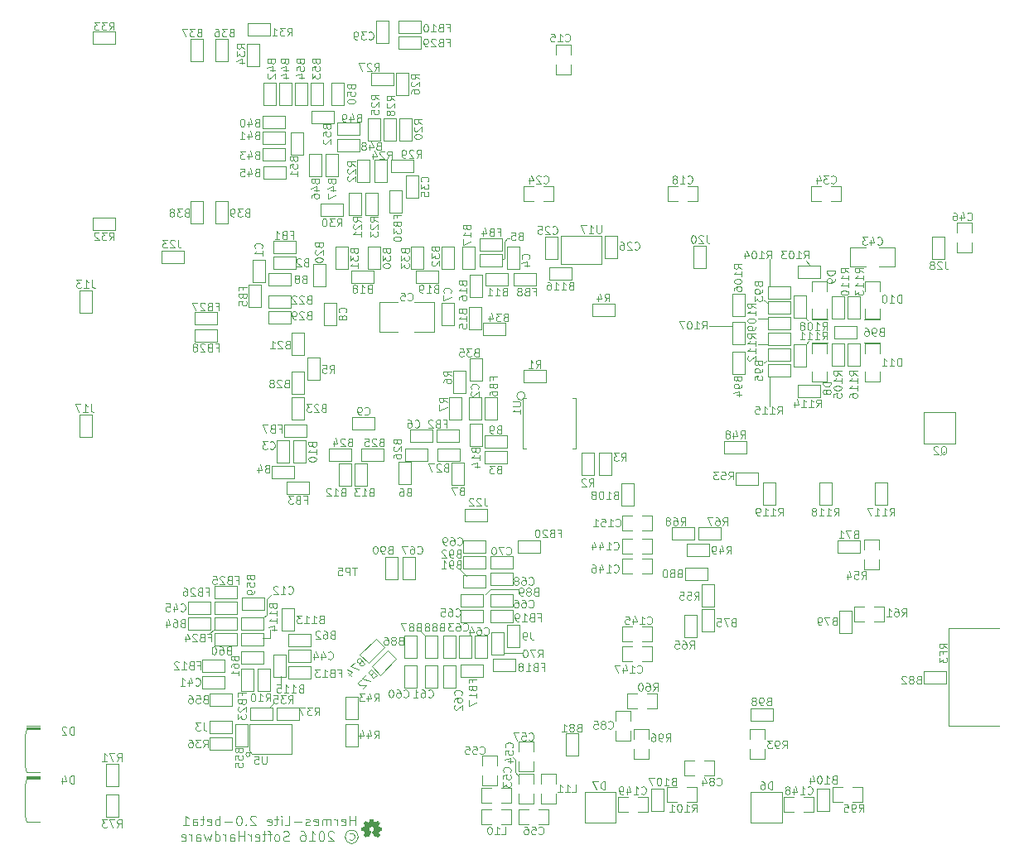
<source format=gbr>
G04 #@! TF.FileFunction,Legend,Bot*
%FSLAX46Y46*%
G04 Gerber Fmt 4.6, Leading zero omitted, Abs format (unit mm)*
G04 Created by KiCad (PCBNEW 4.0.4-stable) date 11/02/16 22:30:49*
%MOMM*%
%LPD*%
G01*
G04 APERTURE LIST*
%ADD10C,0.100000*%
%ADD11C,0.002540*%
G04 APERTURE END LIST*
D10*
X33885715Y-92352381D02*
X33885715Y-91352381D01*
X33885715Y-91828571D02*
X33314286Y-91828571D01*
X33314286Y-92352381D02*
X33314286Y-91352381D01*
X32457143Y-92304762D02*
X32552381Y-92352381D01*
X32742858Y-92352381D01*
X32838096Y-92304762D01*
X32885715Y-92209524D01*
X32885715Y-91828571D01*
X32838096Y-91733333D01*
X32742858Y-91685714D01*
X32552381Y-91685714D01*
X32457143Y-91733333D01*
X32409524Y-91828571D01*
X32409524Y-91923810D01*
X32885715Y-92019048D01*
X31980953Y-92352381D02*
X31980953Y-91685714D01*
X31980953Y-91876190D02*
X31933334Y-91780952D01*
X31885715Y-91733333D01*
X31790477Y-91685714D01*
X31695238Y-91685714D01*
X31361905Y-92352381D02*
X31361905Y-91685714D01*
X31361905Y-91780952D02*
X31314286Y-91733333D01*
X31219048Y-91685714D01*
X31076190Y-91685714D01*
X30980952Y-91733333D01*
X30933333Y-91828571D01*
X30933333Y-92352381D01*
X30933333Y-91828571D02*
X30885714Y-91733333D01*
X30790476Y-91685714D01*
X30647619Y-91685714D01*
X30552381Y-91733333D01*
X30504762Y-91828571D01*
X30504762Y-92352381D01*
X29647619Y-92304762D02*
X29742857Y-92352381D01*
X29933334Y-92352381D01*
X30028572Y-92304762D01*
X30076191Y-92209524D01*
X30076191Y-91828571D01*
X30028572Y-91733333D01*
X29933334Y-91685714D01*
X29742857Y-91685714D01*
X29647619Y-91733333D01*
X29600000Y-91828571D01*
X29600000Y-91923810D01*
X30076191Y-92019048D01*
X29219048Y-92304762D02*
X29123810Y-92352381D01*
X28933334Y-92352381D01*
X28838095Y-92304762D01*
X28790476Y-92209524D01*
X28790476Y-92161905D01*
X28838095Y-92066667D01*
X28933334Y-92019048D01*
X29076191Y-92019048D01*
X29171429Y-91971429D01*
X29219048Y-91876190D01*
X29219048Y-91828571D01*
X29171429Y-91733333D01*
X29076191Y-91685714D01*
X28933334Y-91685714D01*
X28838095Y-91733333D01*
X28361905Y-91971429D02*
X27600000Y-91971429D01*
X26647619Y-92352381D02*
X27123810Y-92352381D01*
X27123810Y-91352381D01*
X26314286Y-92352381D02*
X26314286Y-91685714D01*
X26314286Y-91352381D02*
X26361905Y-91400000D01*
X26314286Y-91447619D01*
X26266667Y-91400000D01*
X26314286Y-91352381D01*
X26314286Y-91447619D01*
X25980953Y-91685714D02*
X25600001Y-91685714D01*
X25838096Y-91352381D02*
X25838096Y-92209524D01*
X25790477Y-92304762D01*
X25695239Y-92352381D01*
X25600001Y-92352381D01*
X24885714Y-92304762D02*
X24980952Y-92352381D01*
X25171429Y-92352381D01*
X25266667Y-92304762D01*
X25314286Y-92209524D01*
X25314286Y-91828571D01*
X25266667Y-91733333D01*
X25171429Y-91685714D01*
X24980952Y-91685714D01*
X24885714Y-91733333D01*
X24838095Y-91828571D01*
X24838095Y-91923810D01*
X25314286Y-92019048D01*
X23695238Y-91447619D02*
X23647619Y-91400000D01*
X23552381Y-91352381D01*
X23314285Y-91352381D01*
X23219047Y-91400000D01*
X23171428Y-91447619D01*
X23123809Y-91542857D01*
X23123809Y-91638095D01*
X23171428Y-91780952D01*
X23742857Y-92352381D01*
X23123809Y-92352381D01*
X22695238Y-92257143D02*
X22647619Y-92304762D01*
X22695238Y-92352381D01*
X22742857Y-92304762D01*
X22695238Y-92257143D01*
X22695238Y-92352381D01*
X22028572Y-91352381D02*
X21933333Y-91352381D01*
X21838095Y-91400000D01*
X21790476Y-91447619D01*
X21742857Y-91542857D01*
X21695238Y-91733333D01*
X21695238Y-91971429D01*
X21742857Y-92161905D01*
X21790476Y-92257143D01*
X21838095Y-92304762D01*
X21933333Y-92352381D01*
X22028572Y-92352381D01*
X22123810Y-92304762D01*
X22171429Y-92257143D01*
X22219048Y-92161905D01*
X22266667Y-91971429D01*
X22266667Y-91733333D01*
X22219048Y-91542857D01*
X22171429Y-91447619D01*
X22123810Y-91400000D01*
X22028572Y-91352381D01*
X21266667Y-91971429D02*
X20504762Y-91971429D01*
X20028572Y-92352381D02*
X20028572Y-91352381D01*
X20028572Y-91733333D02*
X19933334Y-91685714D01*
X19742857Y-91685714D01*
X19647619Y-91733333D01*
X19600000Y-91780952D01*
X19552381Y-91876190D01*
X19552381Y-92161905D01*
X19600000Y-92257143D01*
X19647619Y-92304762D01*
X19742857Y-92352381D01*
X19933334Y-92352381D01*
X20028572Y-92304762D01*
X18742857Y-92304762D02*
X18838095Y-92352381D01*
X19028572Y-92352381D01*
X19123810Y-92304762D01*
X19171429Y-92209524D01*
X19171429Y-91828571D01*
X19123810Y-91733333D01*
X19028572Y-91685714D01*
X18838095Y-91685714D01*
X18742857Y-91733333D01*
X18695238Y-91828571D01*
X18695238Y-91923810D01*
X19171429Y-92019048D01*
X18409524Y-91685714D02*
X18028572Y-91685714D01*
X18266667Y-91352381D02*
X18266667Y-92209524D01*
X18219048Y-92304762D01*
X18123810Y-92352381D01*
X18028572Y-92352381D01*
X17266666Y-92352381D02*
X17266666Y-91828571D01*
X17314285Y-91733333D01*
X17409523Y-91685714D01*
X17600000Y-91685714D01*
X17695238Y-91733333D01*
X17266666Y-92304762D02*
X17361904Y-92352381D01*
X17600000Y-92352381D01*
X17695238Y-92304762D01*
X17742857Y-92209524D01*
X17742857Y-92114286D01*
X17695238Y-92019048D01*
X17600000Y-91971429D01*
X17361904Y-91971429D01*
X17266666Y-91923810D01*
X16266666Y-92352381D02*
X16838095Y-92352381D01*
X16552381Y-92352381D02*
X16552381Y-91352381D01*
X16647619Y-91495238D01*
X16742857Y-91590476D01*
X16838095Y-91638095D01*
X33266668Y-93190476D02*
X33361906Y-93142857D01*
X33552382Y-93142857D01*
X33647620Y-93190476D01*
X33742858Y-93285714D01*
X33790477Y-93380952D01*
X33790477Y-93571429D01*
X33742858Y-93666667D01*
X33647620Y-93761905D01*
X33552382Y-93809524D01*
X33361906Y-93809524D01*
X33266668Y-93761905D01*
X33457144Y-92809524D02*
X33695239Y-92857143D01*
X33933335Y-93000000D01*
X34076192Y-93238095D01*
X34123811Y-93476190D01*
X34076192Y-93714286D01*
X33933335Y-93952381D01*
X33695239Y-94095238D01*
X33457144Y-94142857D01*
X33219049Y-94095238D01*
X32980954Y-93952381D01*
X32838097Y-93714286D01*
X32790477Y-93476190D01*
X32838097Y-93238095D01*
X32980954Y-93000000D01*
X33219049Y-92857143D01*
X33457144Y-92809524D01*
X31647620Y-93047619D02*
X31600001Y-93000000D01*
X31504763Y-92952381D01*
X31266667Y-92952381D01*
X31171429Y-93000000D01*
X31123810Y-93047619D01*
X31076191Y-93142857D01*
X31076191Y-93238095D01*
X31123810Y-93380952D01*
X31695239Y-93952381D01*
X31076191Y-93952381D01*
X30457144Y-92952381D02*
X30361905Y-92952381D01*
X30266667Y-93000000D01*
X30219048Y-93047619D01*
X30171429Y-93142857D01*
X30123810Y-93333333D01*
X30123810Y-93571429D01*
X30171429Y-93761905D01*
X30219048Y-93857143D01*
X30266667Y-93904762D01*
X30361905Y-93952381D01*
X30457144Y-93952381D01*
X30552382Y-93904762D01*
X30600001Y-93857143D01*
X30647620Y-93761905D01*
X30695239Y-93571429D01*
X30695239Y-93333333D01*
X30647620Y-93142857D01*
X30600001Y-93047619D01*
X30552382Y-93000000D01*
X30457144Y-92952381D01*
X29171429Y-93952381D02*
X29742858Y-93952381D01*
X29457144Y-93952381D02*
X29457144Y-92952381D01*
X29552382Y-93095238D01*
X29647620Y-93190476D01*
X29742858Y-93238095D01*
X28314286Y-92952381D02*
X28504763Y-92952381D01*
X28600001Y-93000000D01*
X28647620Y-93047619D01*
X28742858Y-93190476D01*
X28790477Y-93380952D01*
X28790477Y-93761905D01*
X28742858Y-93857143D01*
X28695239Y-93904762D01*
X28600001Y-93952381D01*
X28409524Y-93952381D01*
X28314286Y-93904762D01*
X28266667Y-93857143D01*
X28219048Y-93761905D01*
X28219048Y-93523810D01*
X28266667Y-93428571D01*
X28314286Y-93380952D01*
X28409524Y-93333333D01*
X28600001Y-93333333D01*
X28695239Y-93380952D01*
X28742858Y-93428571D01*
X28790477Y-93523810D01*
X27076191Y-93904762D02*
X26933334Y-93952381D01*
X26695238Y-93952381D01*
X26600000Y-93904762D01*
X26552381Y-93857143D01*
X26504762Y-93761905D01*
X26504762Y-93666667D01*
X26552381Y-93571429D01*
X26600000Y-93523810D01*
X26695238Y-93476190D01*
X26885715Y-93428571D01*
X26980953Y-93380952D01*
X27028572Y-93333333D01*
X27076191Y-93238095D01*
X27076191Y-93142857D01*
X27028572Y-93047619D01*
X26980953Y-93000000D01*
X26885715Y-92952381D01*
X26647619Y-92952381D01*
X26504762Y-93000000D01*
X25933334Y-93952381D02*
X26028572Y-93904762D01*
X26076191Y-93857143D01*
X26123810Y-93761905D01*
X26123810Y-93476190D01*
X26076191Y-93380952D01*
X26028572Y-93333333D01*
X25933334Y-93285714D01*
X25790476Y-93285714D01*
X25695238Y-93333333D01*
X25647619Y-93380952D01*
X25600000Y-93476190D01*
X25600000Y-93761905D01*
X25647619Y-93857143D01*
X25695238Y-93904762D01*
X25790476Y-93952381D01*
X25933334Y-93952381D01*
X25314286Y-93285714D02*
X24933334Y-93285714D01*
X25171429Y-93952381D02*
X25171429Y-93095238D01*
X25123810Y-93000000D01*
X25028572Y-92952381D01*
X24933334Y-92952381D01*
X24742857Y-93285714D02*
X24361905Y-93285714D01*
X24600000Y-92952381D02*
X24600000Y-93809524D01*
X24552381Y-93904762D01*
X24457143Y-93952381D01*
X24361905Y-93952381D01*
X23647618Y-93904762D02*
X23742856Y-93952381D01*
X23933333Y-93952381D01*
X24028571Y-93904762D01*
X24076190Y-93809524D01*
X24076190Y-93428571D01*
X24028571Y-93333333D01*
X23933333Y-93285714D01*
X23742856Y-93285714D01*
X23647618Y-93333333D01*
X23599999Y-93428571D01*
X23599999Y-93523810D01*
X24076190Y-93619048D01*
X23171428Y-93952381D02*
X23171428Y-93285714D01*
X23171428Y-93476190D02*
X23123809Y-93380952D01*
X23076190Y-93333333D01*
X22980952Y-93285714D01*
X22885713Y-93285714D01*
X22552380Y-93952381D02*
X22552380Y-92952381D01*
X22552380Y-93428571D02*
X21980951Y-93428571D01*
X21980951Y-93952381D02*
X21980951Y-92952381D01*
X21076189Y-93952381D02*
X21076189Y-93428571D01*
X21123808Y-93333333D01*
X21219046Y-93285714D01*
X21409523Y-93285714D01*
X21504761Y-93333333D01*
X21076189Y-93904762D02*
X21171427Y-93952381D01*
X21409523Y-93952381D01*
X21504761Y-93904762D01*
X21552380Y-93809524D01*
X21552380Y-93714286D01*
X21504761Y-93619048D01*
X21409523Y-93571429D01*
X21171427Y-93571429D01*
X21076189Y-93523810D01*
X20599999Y-93952381D02*
X20599999Y-93285714D01*
X20599999Y-93476190D02*
X20552380Y-93380952D01*
X20504761Y-93333333D01*
X20409523Y-93285714D01*
X20314284Y-93285714D01*
X19552379Y-93952381D02*
X19552379Y-92952381D01*
X19552379Y-93904762D02*
X19647617Y-93952381D01*
X19838094Y-93952381D01*
X19933332Y-93904762D01*
X19980951Y-93857143D01*
X20028570Y-93761905D01*
X20028570Y-93476190D01*
X19980951Y-93380952D01*
X19933332Y-93333333D01*
X19838094Y-93285714D01*
X19647617Y-93285714D01*
X19552379Y-93333333D01*
X19171427Y-93285714D02*
X18980951Y-93952381D01*
X18790474Y-93476190D01*
X18599998Y-93952381D01*
X18409522Y-93285714D01*
X17599998Y-93952381D02*
X17599998Y-93428571D01*
X17647617Y-93333333D01*
X17742855Y-93285714D01*
X17933332Y-93285714D01*
X18028570Y-93333333D01*
X17599998Y-93904762D02*
X17695236Y-93952381D01*
X17933332Y-93952381D01*
X18028570Y-93904762D01*
X18076189Y-93809524D01*
X18076189Y-93714286D01*
X18028570Y-93619048D01*
X17933332Y-93571429D01*
X17695236Y-93571429D01*
X17599998Y-93523810D01*
X17123808Y-93952381D02*
X17123808Y-93285714D01*
X17123808Y-93476190D02*
X17076189Y-93380952D01*
X17028570Y-93333333D01*
X16933332Y-93285714D01*
X16838093Y-93285714D01*
X16123807Y-93904762D02*
X16219045Y-93952381D01*
X16409522Y-93952381D01*
X16504760Y-93904762D01*
X16552379Y-93809524D01*
X16552379Y-93428571D01*
X16504760Y-93333333D01*
X16409522Y-93285714D01*
X16219045Y-93285714D01*
X16123807Y-93333333D01*
X16076188Y-93428571D01*
X16076188Y-93523810D01*
X16552379Y-93619048D01*
X75700000Y-45000000D02*
X75600000Y-45000000D01*
X76000000Y-44700000D02*
X75700000Y-45000000D01*
X76000000Y-43100000D02*
X75000000Y-43100000D01*
X76000000Y-40500000D02*
X75000000Y-40500000D01*
X75700000Y-38600000D02*
X75600000Y-38600000D01*
X76000000Y-38900000D02*
X75700000Y-38600000D01*
X76200000Y-46500000D02*
X76200000Y-49500000D01*
X76200000Y-34400000D02*
X76200000Y-37200000D01*
X72300000Y-41300000D02*
X70000000Y-41300000D01*
X79900000Y-43100000D02*
X80200000Y-42800000D01*
X79900000Y-40500000D02*
X80100000Y-40700000D01*
X80300000Y-35000000D02*
X80300000Y-35100000D01*
X79900000Y-34600000D02*
X80300000Y-35000000D01*
X50200000Y-85600000D02*
X50000000Y-85400000D01*
X50200000Y-86900000D02*
X50200000Y-85600000D01*
X50500000Y-87200000D02*
X50200000Y-86900000D01*
X25200000Y-80200000D02*
X25600000Y-79800000D01*
X25200000Y-73200000D02*
X25200000Y-72300000D01*
X24400000Y-73200000D02*
X25200000Y-73200000D01*
X24800000Y-69200000D02*
X25300000Y-68700000D01*
X24800000Y-70800000D02*
X24800000Y-69200000D01*
X24500000Y-71100000D02*
X24800000Y-70800000D01*
X26300000Y-77100000D02*
X26300000Y-77900000D01*
X19400000Y-72300000D02*
X19000000Y-72700000D01*
X40600000Y-72500000D02*
X41000000Y-72900000D01*
X49100000Y-74700000D02*
X50900000Y-74700000D01*
X47700000Y-68200000D02*
X50500000Y-68200000D01*
X47200000Y-68700000D02*
X47700000Y-68200000D01*
X44500000Y-66100000D02*
X45200000Y-66800000D01*
X49400000Y-32300000D02*
X49600000Y-32300000D01*
X49100000Y-32600000D02*
X49400000Y-32300000D01*
X49100000Y-34300000D02*
X49100000Y-32600000D01*
X48900000Y-34500000D02*
X49100000Y-34300000D01*
X75565000Y-57257000D02*
X75565000Y-59543000D01*
X75565000Y-59543000D02*
X76835000Y-59543000D01*
X76835000Y-59543000D02*
X76835000Y-57257000D01*
X76835000Y-57257000D02*
X75565000Y-57257000D01*
X81265000Y-57257000D02*
X81265000Y-59543000D01*
X81265000Y-59543000D02*
X82535000Y-59543000D01*
X82535000Y-59543000D02*
X82535000Y-57257000D01*
X82535000Y-57257000D02*
X81265000Y-57257000D01*
X86965000Y-57257000D02*
X86965000Y-59543000D01*
X86965000Y-59543000D02*
X88235000Y-59543000D01*
X88235000Y-59543000D02*
X88235000Y-57257000D01*
X88235000Y-57257000D02*
X86965000Y-57257000D01*
X84165000Y-43057000D02*
X84165000Y-45343000D01*
X84165000Y-45343000D02*
X85435000Y-45343000D01*
X85435000Y-45343000D02*
X85435000Y-43057000D01*
X85435000Y-43057000D02*
X84165000Y-43057000D01*
X76057000Y-46435000D02*
X78343000Y-46435000D01*
X78343000Y-46435000D02*
X78343000Y-45165000D01*
X78343000Y-45165000D02*
X76057000Y-45165000D01*
X76057000Y-45165000D02*
X76057000Y-46435000D01*
X79057000Y-48535000D02*
X81343000Y-48535000D01*
X81343000Y-48535000D02*
X81343000Y-47265000D01*
X81343000Y-47265000D02*
X79057000Y-47265000D01*
X79057000Y-47265000D02*
X79057000Y-48535000D01*
X85435000Y-40543000D02*
X85435000Y-38257000D01*
X85435000Y-38257000D02*
X84165000Y-38257000D01*
X84165000Y-38257000D02*
X84165000Y-40543000D01*
X84165000Y-40543000D02*
X85435000Y-40543000D01*
X76057000Y-43235000D02*
X78343000Y-43235000D01*
X78343000Y-43235000D02*
X78343000Y-41965000D01*
X78343000Y-41965000D02*
X76057000Y-41965000D01*
X76057000Y-41965000D02*
X76057000Y-43235000D01*
X78665000Y-43157000D02*
X78665000Y-45443000D01*
X78665000Y-45443000D02*
X79935000Y-45443000D01*
X79935000Y-45443000D02*
X79935000Y-43157000D01*
X79935000Y-43157000D02*
X78665000Y-43157000D01*
X83835000Y-40543000D02*
X83835000Y-38257000D01*
X83835000Y-38257000D02*
X82565000Y-38257000D01*
X82565000Y-38257000D02*
X82565000Y-40543000D01*
X82565000Y-40543000D02*
X83835000Y-40543000D01*
X76057000Y-41635000D02*
X78343000Y-41635000D01*
X78343000Y-41635000D02*
X78343000Y-40365000D01*
X78343000Y-40365000D02*
X76057000Y-40365000D01*
X76057000Y-40365000D02*
X76057000Y-41635000D01*
X79935000Y-40443000D02*
X79935000Y-38157000D01*
X79935000Y-38157000D02*
X78665000Y-38157000D01*
X78665000Y-38157000D02*
X78665000Y-40443000D01*
X78665000Y-40443000D02*
X79935000Y-40443000D01*
X82565000Y-43057000D02*
X82565000Y-45343000D01*
X82565000Y-45343000D02*
X83835000Y-45343000D01*
X83835000Y-45343000D02*
X83835000Y-43057000D01*
X83835000Y-43057000D02*
X82565000Y-43057000D01*
X76057000Y-38435000D02*
X78343000Y-38435000D01*
X78343000Y-38435000D02*
X78343000Y-37165000D01*
X78343000Y-37165000D02*
X76057000Y-37165000D01*
X76057000Y-37165000D02*
X76057000Y-38435000D01*
X79057000Y-36335000D02*
X81343000Y-36335000D01*
X81343000Y-36335000D02*
X81343000Y-35065000D01*
X81343000Y-35065000D02*
X79057000Y-35065000D01*
X79057000Y-35065000D02*
X79057000Y-36335000D01*
X87500000Y-43000000D02*
X85900000Y-43000000D01*
X85938000Y-45908000D02*
X85938000Y-46924000D01*
X85938000Y-46924000D02*
X87462000Y-46924000D01*
X87462000Y-46924000D02*
X87462000Y-45908000D01*
X87462000Y-44092000D02*
X87462000Y-43076000D01*
X87462000Y-43076000D02*
X85938000Y-43076000D01*
X85938000Y-43076000D02*
X85938000Y-44092000D01*
X85900000Y-40600000D02*
X87500000Y-40600000D01*
X87462000Y-37692000D02*
X87462000Y-36676000D01*
X87462000Y-36676000D02*
X85938000Y-36676000D01*
X85938000Y-36676000D02*
X85938000Y-37692000D01*
X85938000Y-39508000D02*
X85938000Y-40524000D01*
X85938000Y-40524000D02*
X87462000Y-40524000D01*
X87462000Y-40524000D02*
X87462000Y-39508000D01*
X80500000Y-40600000D02*
X82100000Y-40600000D01*
X82062000Y-37692000D02*
X82062000Y-36676000D01*
X82062000Y-36676000D02*
X80538000Y-36676000D01*
X80538000Y-36676000D02*
X80538000Y-37692000D01*
X80538000Y-39508000D02*
X80538000Y-40524000D01*
X80538000Y-40524000D02*
X82062000Y-40524000D01*
X82062000Y-40524000D02*
X82062000Y-39508000D01*
X82100000Y-43000000D02*
X80500000Y-43000000D01*
X80538000Y-45908000D02*
X80538000Y-46924000D01*
X80538000Y-46924000D02*
X82062000Y-46924000D01*
X82062000Y-46924000D02*
X82062000Y-45908000D01*
X82062000Y-44092000D02*
X82062000Y-43076000D01*
X82062000Y-43076000D02*
X80538000Y-43076000D01*
X80538000Y-43076000D02*
X80538000Y-44092000D01*
X85143000Y-41265000D02*
X82857000Y-41265000D01*
X82857000Y-41265000D02*
X82857000Y-42535000D01*
X82857000Y-42535000D02*
X85143000Y-42535000D01*
X85143000Y-42535000D02*
X85143000Y-41265000D01*
X78343000Y-43565000D02*
X76057000Y-43565000D01*
X76057000Y-43565000D02*
X76057000Y-44835000D01*
X76057000Y-44835000D02*
X78343000Y-44835000D01*
X78343000Y-44835000D02*
X78343000Y-43565000D01*
X78343000Y-38765000D02*
X76057000Y-38765000D01*
X76057000Y-38765000D02*
X76057000Y-40035000D01*
X76057000Y-40035000D02*
X78343000Y-40035000D01*
X78343000Y-40035000D02*
X78343000Y-38765000D01*
X72365000Y-40857000D02*
X72365000Y-43143000D01*
X72365000Y-43143000D02*
X73635000Y-43143000D01*
X73635000Y-43143000D02*
X73635000Y-40857000D01*
X73635000Y-40857000D02*
X72365000Y-40857000D01*
X73635000Y-40243000D02*
X73635000Y-37957000D01*
X73635000Y-37957000D02*
X72365000Y-37957000D01*
X72365000Y-37957000D02*
X72365000Y-40243000D01*
X72365000Y-40243000D02*
X73635000Y-40243000D01*
X72365000Y-43857000D02*
X72365000Y-46143000D01*
X72365000Y-46143000D02*
X73635000Y-46143000D01*
X73635000Y-46143000D02*
X73635000Y-43857000D01*
X73635000Y-43857000D02*
X72365000Y-43857000D01*
X75043000Y-56265000D02*
X72757000Y-56265000D01*
X72757000Y-56265000D02*
X72757000Y-57535000D01*
X72757000Y-57535000D02*
X75043000Y-57535000D01*
X75043000Y-57535000D02*
X75043000Y-56265000D01*
X73843000Y-53065000D02*
X71557000Y-53065000D01*
X71557000Y-53065000D02*
X71557000Y-54335000D01*
X71557000Y-54335000D02*
X73843000Y-54335000D01*
X73843000Y-54335000D02*
X73843000Y-53065000D01*
X63208000Y-62162000D02*
X64224000Y-62162000D01*
X64224000Y-62162000D02*
X64224000Y-60638000D01*
X64224000Y-60638000D02*
X63208000Y-60638000D01*
X62192000Y-60638000D02*
X61176000Y-60638000D01*
X61176000Y-60638000D02*
X61176000Y-62162000D01*
X61176000Y-62162000D02*
X62192000Y-62162000D01*
X61065000Y-57357000D02*
X61065000Y-59643000D01*
X61065000Y-59643000D02*
X62335000Y-59643000D01*
X62335000Y-59643000D02*
X62335000Y-57357000D01*
X62335000Y-57357000D02*
X61065000Y-57357000D01*
X63208000Y-75562000D02*
X64224000Y-75562000D01*
X64224000Y-75562000D02*
X64224000Y-74038000D01*
X64224000Y-74038000D02*
X63208000Y-74038000D01*
X62192000Y-74038000D02*
X61176000Y-74038000D01*
X61176000Y-74038000D02*
X61176000Y-75562000D01*
X61176000Y-75562000D02*
X62192000Y-75562000D01*
X63208000Y-66562000D02*
X64224000Y-66562000D01*
X64224000Y-66562000D02*
X64224000Y-65038000D01*
X64224000Y-65038000D02*
X63208000Y-65038000D01*
X62192000Y-65038000D02*
X61176000Y-65038000D01*
X61176000Y-65038000D02*
X61176000Y-66562000D01*
X61176000Y-66562000D02*
X62192000Y-66562000D01*
X63208000Y-73562000D02*
X64224000Y-73562000D01*
X64224000Y-73562000D02*
X64224000Y-72038000D01*
X64224000Y-72038000D02*
X63208000Y-72038000D01*
X62192000Y-72038000D02*
X61176000Y-72038000D01*
X61176000Y-72038000D02*
X61176000Y-73562000D01*
X61176000Y-73562000D02*
X62192000Y-73562000D01*
X63208000Y-64562000D02*
X64224000Y-64562000D01*
X64224000Y-64562000D02*
X64224000Y-63038000D01*
X64224000Y-63038000D02*
X63208000Y-63038000D01*
X62192000Y-63038000D02*
X61176000Y-63038000D01*
X61176000Y-63038000D02*
X61176000Y-64562000D01*
X61176000Y-64562000D02*
X62192000Y-64562000D01*
X68543000Y-61865000D02*
X66257000Y-61865000D01*
X66257000Y-61865000D02*
X66257000Y-63135000D01*
X66257000Y-63135000D02*
X68543000Y-63135000D01*
X68543000Y-63135000D02*
X68543000Y-61865000D01*
X71243000Y-61865000D02*
X68957000Y-61865000D01*
X68957000Y-61865000D02*
X68957000Y-63135000D01*
X68957000Y-63135000D02*
X71243000Y-63135000D01*
X71243000Y-63135000D02*
X71243000Y-61865000D01*
X69843000Y-65965000D02*
X67557000Y-65965000D01*
X67557000Y-65965000D02*
X67557000Y-67235000D01*
X67557000Y-67235000D02*
X69843000Y-67235000D01*
X69843000Y-67235000D02*
X69843000Y-65965000D01*
X92000000Y-50100000D02*
X95200000Y-50100000D01*
X95200000Y-50100000D02*
X95200000Y-53300000D01*
X95200000Y-53300000D02*
X92000000Y-53300000D01*
X92000000Y-53300000D02*
X92000000Y-50100000D01*
X68465000Y-33057000D02*
X68465000Y-35343000D01*
X68465000Y-35343000D02*
X69735000Y-35343000D01*
X69735000Y-35343000D02*
X69735000Y-33057000D01*
X69735000Y-33057000D02*
X68465000Y-33057000D01*
X96862000Y-31692000D02*
X96862000Y-30676000D01*
X96862000Y-30676000D02*
X95338000Y-30676000D01*
X95338000Y-30676000D02*
X95338000Y-31692000D01*
X95338000Y-32708000D02*
X95338000Y-33724000D01*
X95338000Y-33724000D02*
X96862000Y-33724000D01*
X96862000Y-33724000D02*
X96862000Y-32708000D01*
X87400000Y-33200000D02*
X89000000Y-33200000D01*
X89000000Y-33200000D02*
X89000000Y-35200000D01*
X89000000Y-35200000D02*
X87400000Y-35200000D01*
X86000000Y-35200000D02*
X84400000Y-35200000D01*
X84400000Y-35200000D02*
X84400000Y-33200000D01*
X84400000Y-33200000D02*
X86000000Y-33200000D01*
X94243000Y-76565000D02*
X91957000Y-76565000D01*
X91957000Y-76565000D02*
X91957000Y-77835000D01*
X91957000Y-77835000D02*
X94243000Y-77835000D01*
X94243000Y-77835000D02*
X94243000Y-76565000D01*
X81492000Y-26938000D02*
X80476000Y-26938000D01*
X80476000Y-26938000D02*
X80476000Y-28462000D01*
X80476000Y-28462000D02*
X81492000Y-28462000D01*
X82508000Y-28462000D02*
X83524000Y-28462000D01*
X83524000Y-28462000D02*
X83524000Y-26938000D01*
X83524000Y-26938000D02*
X82508000Y-26938000D01*
X86908000Y-71462000D02*
X87924000Y-71462000D01*
X87924000Y-71462000D02*
X87924000Y-69938000D01*
X87924000Y-69938000D02*
X86908000Y-69938000D01*
X85892000Y-69938000D02*
X84876000Y-69938000D01*
X84876000Y-69938000D02*
X84876000Y-71462000D01*
X84876000Y-71462000D02*
X85892000Y-71462000D01*
X85838000Y-65108000D02*
X85838000Y-66124000D01*
X85838000Y-66124000D02*
X87362000Y-66124000D01*
X87362000Y-66124000D02*
X87362000Y-65108000D01*
X87362000Y-64092000D02*
X87362000Y-63076000D01*
X87362000Y-63076000D02*
X85838000Y-63076000D01*
X85838000Y-63076000D02*
X85838000Y-64092000D01*
X55365000Y-82957000D02*
X55365000Y-85243000D01*
X55365000Y-85243000D02*
X56635000Y-85243000D01*
X56635000Y-85243000D02*
X56635000Y-82957000D01*
X56635000Y-82957000D02*
X55365000Y-82957000D01*
X52838000Y-89108000D02*
X52838000Y-90124000D01*
X52838000Y-90124000D02*
X54362000Y-90124000D01*
X54362000Y-90124000D02*
X54362000Y-89108000D01*
X54362000Y-88092000D02*
X54362000Y-87076000D01*
X54362000Y-87076000D02*
X52838000Y-87076000D01*
X52838000Y-87076000D02*
X52838000Y-88092000D01*
X47792000Y-90738000D02*
X46776000Y-90738000D01*
X46776000Y-90738000D02*
X46776000Y-92262000D01*
X46776000Y-92262000D02*
X47792000Y-92262000D01*
X48808000Y-92262000D02*
X49824000Y-92262000D01*
X49824000Y-92262000D02*
X49824000Y-90738000D01*
X49824000Y-90738000D02*
X48808000Y-90738000D01*
X50538000Y-85808000D02*
X50538000Y-86824000D01*
X50538000Y-86824000D02*
X52062000Y-86824000D01*
X52062000Y-86824000D02*
X52062000Y-85808000D01*
X52062000Y-84792000D02*
X52062000Y-83776000D01*
X52062000Y-83776000D02*
X50538000Y-83776000D01*
X50538000Y-83776000D02*
X50538000Y-84792000D01*
X51592000Y-90738000D02*
X50576000Y-90738000D01*
X50576000Y-90738000D02*
X50576000Y-92262000D01*
X50576000Y-92262000D02*
X51592000Y-92262000D01*
X52608000Y-92262000D02*
X53624000Y-92262000D01*
X53624000Y-92262000D02*
X53624000Y-90738000D01*
X53624000Y-90738000D02*
X52608000Y-90738000D01*
X46838000Y-87208000D02*
X46838000Y-88224000D01*
X46838000Y-88224000D02*
X48362000Y-88224000D01*
X48362000Y-88224000D02*
X48362000Y-87208000D01*
X48362000Y-86192000D02*
X48362000Y-85176000D01*
X48362000Y-85176000D02*
X46838000Y-85176000D01*
X46838000Y-85176000D02*
X46838000Y-86192000D01*
X52062000Y-88092000D02*
X52062000Y-87076000D01*
X52062000Y-87076000D02*
X50538000Y-87076000D01*
X50538000Y-87076000D02*
X50538000Y-88092000D01*
X50538000Y-89108000D02*
X50538000Y-90124000D01*
X50538000Y-90124000D02*
X52062000Y-90124000D01*
X52062000Y-90124000D02*
X52062000Y-89108000D01*
X48808000Y-90062000D02*
X49824000Y-90062000D01*
X49824000Y-90062000D02*
X49824000Y-88538000D01*
X49824000Y-88538000D02*
X48808000Y-88538000D01*
X47792000Y-88538000D02*
X46776000Y-88538000D01*
X46776000Y-88538000D02*
X46776000Y-90062000D01*
X46776000Y-90062000D02*
X47792000Y-90062000D01*
X84635000Y-72643000D02*
X84635000Y-70357000D01*
X84635000Y-70357000D02*
X83365000Y-70357000D01*
X83365000Y-70357000D02*
X83365000Y-72643000D01*
X83365000Y-72643000D02*
X84635000Y-72643000D01*
X83157000Y-64435000D02*
X85443000Y-64435000D01*
X85443000Y-64435000D02*
X85443000Y-63165000D01*
X85443000Y-63165000D02*
X83157000Y-63165000D01*
X83157000Y-63165000D02*
X83157000Y-64435000D01*
X76543000Y-80365000D02*
X74257000Y-80365000D01*
X74257000Y-80365000D02*
X74257000Y-81635000D01*
X74257000Y-81635000D02*
X76543000Y-81635000D01*
X76543000Y-81635000D02*
X76543000Y-80365000D01*
X67708000Y-89962000D02*
X68724000Y-89962000D01*
X68724000Y-89962000D02*
X68724000Y-88438000D01*
X68724000Y-88438000D02*
X67708000Y-88438000D01*
X66692000Y-88438000D02*
X65676000Y-88438000D01*
X65676000Y-88438000D02*
X65676000Y-89962000D01*
X65676000Y-89962000D02*
X66692000Y-89962000D01*
X62338000Y-84508000D02*
X62338000Y-85524000D01*
X62338000Y-85524000D02*
X63862000Y-85524000D01*
X63862000Y-85524000D02*
X63862000Y-84508000D01*
X63862000Y-83492000D02*
X63862000Y-82476000D01*
X63862000Y-82476000D02*
X62338000Y-82476000D01*
X62338000Y-82476000D02*
X62338000Y-83492000D01*
X84708000Y-89962000D02*
X85724000Y-89962000D01*
X85724000Y-89962000D02*
X85724000Y-88438000D01*
X85724000Y-88438000D02*
X84708000Y-88438000D01*
X83692000Y-88438000D02*
X82676000Y-88438000D01*
X82676000Y-88438000D02*
X82676000Y-89962000D01*
X82676000Y-89962000D02*
X83692000Y-89962000D01*
X75662000Y-83492000D02*
X75662000Y-82476000D01*
X75662000Y-82476000D02*
X74138000Y-82476000D01*
X74138000Y-82476000D02*
X74138000Y-83492000D01*
X74138000Y-84508000D02*
X74138000Y-85524000D01*
X74138000Y-85524000D02*
X75662000Y-85524000D01*
X75662000Y-85524000D02*
X75662000Y-84508000D01*
X60500000Y-88900000D02*
X60500000Y-92100000D01*
X60500000Y-92100000D02*
X57300000Y-92100000D01*
X57300000Y-92100000D02*
X57300000Y-88900000D01*
X57300000Y-88900000D02*
X60500000Y-88900000D01*
X77500000Y-88900000D02*
X77500000Y-92100000D01*
X77500000Y-92100000D02*
X74300000Y-92100000D01*
X74300000Y-92100000D02*
X74300000Y-88900000D01*
X74300000Y-88900000D02*
X77500000Y-88900000D01*
X61692000Y-89438000D02*
X60676000Y-89438000D01*
X60676000Y-89438000D02*
X60676000Y-90962000D01*
X60676000Y-90962000D02*
X61692000Y-90962000D01*
X62708000Y-90962000D02*
X63724000Y-90962000D01*
X63724000Y-90962000D02*
X63724000Y-89438000D01*
X63724000Y-89438000D02*
X62708000Y-89438000D01*
X78692000Y-89438000D02*
X77676000Y-89438000D01*
X77676000Y-89438000D02*
X77676000Y-90962000D01*
X77676000Y-90962000D02*
X78692000Y-90962000D01*
X79708000Y-90962000D02*
X80724000Y-90962000D01*
X80724000Y-90962000D02*
X80724000Y-89438000D01*
X80724000Y-89438000D02*
X79708000Y-89438000D01*
X65335000Y-90843000D02*
X65335000Y-88557000D01*
X65335000Y-88557000D02*
X64065000Y-88557000D01*
X64065000Y-88557000D02*
X64065000Y-90843000D01*
X64065000Y-90843000D02*
X65335000Y-90843000D01*
X82335000Y-90843000D02*
X82335000Y-88557000D01*
X82335000Y-88557000D02*
X81065000Y-88557000D01*
X81065000Y-88557000D02*
X81065000Y-90843000D01*
X81065000Y-90843000D02*
X82335000Y-90843000D01*
X68735000Y-73143000D02*
X68735000Y-70857000D01*
X68735000Y-70857000D02*
X67465000Y-70857000D01*
X67465000Y-70857000D02*
X67465000Y-73143000D01*
X67465000Y-73143000D02*
X68735000Y-73143000D01*
X70535000Y-69943000D02*
X70535000Y-67657000D01*
X70535000Y-67657000D02*
X69265000Y-67657000D01*
X69265000Y-67657000D02*
X69265000Y-69943000D01*
X69265000Y-69943000D02*
X70535000Y-69943000D01*
X67757000Y-64835000D02*
X70043000Y-64835000D01*
X70043000Y-64835000D02*
X70043000Y-63565000D01*
X70043000Y-63565000D02*
X67757000Y-63565000D01*
X67757000Y-63565000D02*
X67757000Y-64835000D01*
X70535000Y-72543000D02*
X70535000Y-70257000D01*
X70535000Y-70257000D02*
X69265000Y-70257000D01*
X69265000Y-70257000D02*
X69265000Y-72543000D01*
X69265000Y-72543000D02*
X70535000Y-72543000D01*
X14057000Y-34835000D02*
X16343000Y-34835000D01*
X16343000Y-34835000D02*
X16343000Y-33565000D01*
X16343000Y-33565000D02*
X14057000Y-33565000D01*
X14057000Y-33565000D02*
X14057000Y-34835000D01*
X45057000Y-61235000D02*
X47343000Y-61235000D01*
X47343000Y-61235000D02*
X47343000Y-59965000D01*
X47343000Y-59965000D02*
X45057000Y-59965000D01*
X45057000Y-59965000D02*
X45057000Y-61235000D01*
X47765000Y-72557000D02*
X47765000Y-74843000D01*
X47765000Y-74843000D02*
X49035000Y-74843000D01*
X49035000Y-74843000D02*
X49035000Y-72557000D01*
X49035000Y-72557000D02*
X47765000Y-72557000D01*
X50635000Y-74143000D02*
X50635000Y-71857000D01*
X50635000Y-71857000D02*
X49365000Y-71857000D01*
X49365000Y-71857000D02*
X49365000Y-74143000D01*
X49365000Y-74143000D02*
X50635000Y-74143000D01*
X35240790Y-75757236D02*
X36857236Y-74140790D01*
X36857236Y-74140790D02*
X35959210Y-73242764D01*
X35959210Y-73242764D02*
X34342764Y-74859210D01*
X34342764Y-74859210D02*
X35240790Y-75757236D01*
X36440790Y-76957236D02*
X38057236Y-75340790D01*
X38057236Y-75340790D02*
X37159210Y-74442764D01*
X37159210Y-74442764D02*
X35542764Y-76059210D01*
X35542764Y-76059210D02*
X36440790Y-76957236D01*
X50457000Y-64435000D02*
X52743000Y-64435000D01*
X52743000Y-64435000D02*
X52743000Y-63165000D01*
X52743000Y-63165000D02*
X50457000Y-63165000D01*
X50457000Y-63165000D02*
X50457000Y-64435000D01*
X49943000Y-70265000D02*
X47657000Y-70265000D01*
X47657000Y-70265000D02*
X47657000Y-71535000D01*
X47657000Y-71535000D02*
X49943000Y-71535000D01*
X49943000Y-71535000D02*
X49943000Y-70265000D01*
X50243000Y-75265000D02*
X47957000Y-75265000D01*
X47957000Y-75265000D02*
X47957000Y-76535000D01*
X47957000Y-76535000D02*
X50243000Y-76535000D01*
X50243000Y-76535000D02*
X50243000Y-75265000D01*
X44657000Y-77135000D02*
X46943000Y-77135000D01*
X46943000Y-77135000D02*
X46943000Y-75865000D01*
X46943000Y-75865000D02*
X44657000Y-75865000D01*
X44657000Y-75865000D02*
X44657000Y-77135000D01*
X47657000Y-66035000D02*
X49943000Y-66035000D01*
X49943000Y-66035000D02*
X49943000Y-64765000D01*
X49943000Y-64765000D02*
X47657000Y-64765000D01*
X47657000Y-64765000D02*
X47657000Y-66035000D01*
X47143000Y-63165000D02*
X44857000Y-63165000D01*
X44857000Y-63165000D02*
X44857000Y-64435000D01*
X44857000Y-64435000D02*
X47143000Y-64435000D01*
X47143000Y-64435000D02*
X47143000Y-63165000D01*
X38665000Y-64857000D02*
X38665000Y-67143000D01*
X38665000Y-67143000D02*
X39935000Y-67143000D01*
X39935000Y-67143000D02*
X39935000Y-64857000D01*
X39935000Y-64857000D02*
X38665000Y-64857000D01*
X47657000Y-69935000D02*
X49943000Y-69935000D01*
X49943000Y-69935000D02*
X49943000Y-68665000D01*
X49943000Y-68665000D02*
X47657000Y-68665000D01*
X47657000Y-68665000D02*
X47657000Y-69935000D01*
X46943000Y-70265000D02*
X44657000Y-70265000D01*
X44657000Y-70265000D02*
X44657000Y-71535000D01*
X44657000Y-71535000D02*
X46943000Y-71535000D01*
X46943000Y-71535000D02*
X46943000Y-70265000D01*
X47335000Y-75243000D02*
X47335000Y-72957000D01*
X47335000Y-72957000D02*
X46065000Y-72957000D01*
X46065000Y-72957000D02*
X46065000Y-75243000D01*
X46065000Y-75243000D02*
X47335000Y-75243000D01*
X45735000Y-75243000D02*
X45735000Y-72957000D01*
X45735000Y-72957000D02*
X44465000Y-72957000D01*
X44465000Y-72957000D02*
X44465000Y-75243000D01*
X44465000Y-75243000D02*
X45735000Y-75243000D01*
X42865000Y-75957000D02*
X42865000Y-78243000D01*
X42865000Y-78243000D02*
X44135000Y-78243000D01*
X44135000Y-78243000D02*
X44135000Y-75957000D01*
X44135000Y-75957000D02*
X42865000Y-75957000D01*
X40965000Y-75957000D02*
X40965000Y-78243000D01*
X40965000Y-78243000D02*
X42235000Y-78243000D01*
X42235000Y-78243000D02*
X42235000Y-75957000D01*
X42235000Y-75957000D02*
X40965000Y-75957000D01*
X38865000Y-75957000D02*
X38865000Y-78243000D01*
X38865000Y-78243000D02*
X40135000Y-78243000D01*
X40135000Y-78243000D02*
X40135000Y-75957000D01*
X40135000Y-75957000D02*
X38865000Y-75957000D01*
X47143000Y-64765000D02*
X44857000Y-64765000D01*
X44857000Y-64765000D02*
X44857000Y-66035000D01*
X44857000Y-66035000D02*
X47143000Y-66035000D01*
X47143000Y-66035000D02*
X47143000Y-64765000D01*
X47143000Y-66765000D02*
X44857000Y-66765000D01*
X44857000Y-66765000D02*
X44857000Y-68035000D01*
X44857000Y-68035000D02*
X47143000Y-68035000D01*
X47143000Y-68035000D02*
X47143000Y-66765000D01*
X36965000Y-64857000D02*
X36965000Y-67143000D01*
X36965000Y-67143000D02*
X38235000Y-67143000D01*
X38235000Y-67143000D02*
X38235000Y-64857000D01*
X38235000Y-64857000D02*
X36965000Y-64857000D01*
X46943000Y-68665000D02*
X44657000Y-68665000D01*
X44657000Y-68665000D02*
X44657000Y-69935000D01*
X44657000Y-69935000D02*
X46943000Y-69935000D01*
X46943000Y-69935000D02*
X46943000Y-68665000D01*
X44135000Y-75243000D02*
X44135000Y-72957000D01*
X44135000Y-72957000D02*
X42865000Y-72957000D01*
X42865000Y-72957000D02*
X42865000Y-75243000D01*
X42865000Y-75243000D02*
X44135000Y-75243000D01*
X42235000Y-75243000D02*
X42235000Y-72957000D01*
X42235000Y-72957000D02*
X40965000Y-72957000D01*
X40965000Y-72957000D02*
X40965000Y-75243000D01*
X40965000Y-75243000D02*
X42235000Y-75243000D01*
X40135000Y-75243000D02*
X40135000Y-72957000D01*
X40135000Y-72957000D02*
X38865000Y-72957000D01*
X38865000Y-72957000D02*
X38865000Y-75243000D01*
X38865000Y-75243000D02*
X40135000Y-75243000D01*
X54900000Y-32000000D02*
X59000000Y-32000000D01*
X59000000Y-32000000D02*
X59000000Y-34900000D01*
X59000000Y-34900000D02*
X54900000Y-34900000D01*
X54900000Y-34900000D02*
X54900000Y-32000000D01*
X59365000Y-32057000D02*
X59365000Y-34343000D01*
X59365000Y-34343000D02*
X60635000Y-34343000D01*
X60635000Y-34343000D02*
X60635000Y-32057000D01*
X60635000Y-32057000D02*
X59365000Y-32057000D01*
X53265000Y-32157000D02*
X53265000Y-34443000D01*
X53265000Y-34443000D02*
X54535000Y-34443000D01*
X54535000Y-34443000D02*
X54535000Y-32157000D01*
X54535000Y-32157000D02*
X53265000Y-32157000D01*
X55943000Y-35265000D02*
X53657000Y-35265000D01*
X53657000Y-35265000D02*
X53657000Y-36535000D01*
X53657000Y-36535000D02*
X55943000Y-36535000D01*
X55943000Y-36535000D02*
X55943000Y-35265000D01*
X38635000Y-29643000D02*
X38635000Y-27357000D01*
X38635000Y-27357000D02*
X37365000Y-27357000D01*
X37365000Y-27357000D02*
X37365000Y-29643000D01*
X37365000Y-29643000D02*
X38635000Y-29643000D01*
X40543000Y-11665000D02*
X38257000Y-11665000D01*
X38257000Y-11665000D02*
X38257000Y-12935000D01*
X38257000Y-12935000D02*
X40543000Y-12935000D01*
X40543000Y-12935000D02*
X40543000Y-11665000D01*
X19743000Y-41565000D02*
X17457000Y-41565000D01*
X17457000Y-41565000D02*
X17457000Y-42835000D01*
X17457000Y-42835000D02*
X19743000Y-42835000D01*
X19743000Y-42835000D02*
X19743000Y-41565000D01*
X19743000Y-39865000D02*
X17457000Y-39865000D01*
X17457000Y-39865000D02*
X17457000Y-41135000D01*
X17457000Y-41135000D02*
X19743000Y-41135000D01*
X19743000Y-41135000D02*
X19743000Y-39865000D01*
X52092000Y-26938000D02*
X51076000Y-26938000D01*
X51076000Y-26938000D02*
X51076000Y-28462000D01*
X51076000Y-28462000D02*
X52092000Y-28462000D01*
X53108000Y-28462000D02*
X54124000Y-28462000D01*
X54124000Y-28462000D02*
X54124000Y-26938000D01*
X54124000Y-26938000D02*
X53108000Y-26938000D01*
X66792000Y-26938000D02*
X65776000Y-26938000D01*
X65776000Y-26938000D02*
X65776000Y-28462000D01*
X65776000Y-28462000D02*
X66792000Y-28462000D01*
X67808000Y-28462000D02*
X68824000Y-28462000D01*
X68824000Y-28462000D02*
X68824000Y-26938000D01*
X68824000Y-26938000D02*
X67808000Y-26938000D01*
X54338000Y-14508000D02*
X54338000Y-15524000D01*
X54338000Y-15524000D02*
X55862000Y-15524000D01*
X55862000Y-15524000D02*
X55862000Y-14508000D01*
X55862000Y-13492000D02*
X55862000Y-12476000D01*
X55862000Y-12476000D02*
X54338000Y-12476000D01*
X54338000Y-12476000D02*
X54338000Y-13492000D01*
X21565000Y-81957000D02*
X21565000Y-84243000D01*
X21565000Y-84243000D02*
X22835000Y-84243000D01*
X22835000Y-84243000D02*
X22835000Y-81957000D01*
X22835000Y-81957000D02*
X21565000Y-81957000D01*
X23123607Y-85100000D02*
G75*
G03X23123607Y-85100000I-223607J0D01*
G01*
X27400000Y-85000000D02*
X23300000Y-85000000D01*
X23300000Y-85000000D02*
X23000000Y-84700000D01*
X23000000Y-84700000D02*
X23000000Y-82000000D01*
X23000000Y-82000000D02*
X27400000Y-82000000D01*
X27400000Y-82000000D02*
X27400000Y-85000000D01*
X25857000Y-81535000D02*
X28143000Y-81535000D01*
X28143000Y-81535000D02*
X28143000Y-80265000D01*
X28143000Y-80265000D02*
X25857000Y-80265000D01*
X25857000Y-80265000D02*
X25857000Y-81535000D01*
X23157000Y-81535000D02*
X25443000Y-81535000D01*
X25443000Y-81535000D02*
X25443000Y-80265000D01*
X25443000Y-80265000D02*
X23157000Y-80265000D01*
X23157000Y-80265000D02*
X23157000Y-81535000D01*
X34135000Y-84243000D02*
X34135000Y-81957000D01*
X34135000Y-81957000D02*
X32865000Y-81957000D01*
X32865000Y-81957000D02*
X32865000Y-84243000D01*
X32865000Y-84243000D02*
X34135000Y-84243000D01*
X34135000Y-81443000D02*
X34135000Y-79157000D01*
X34135000Y-79157000D02*
X32865000Y-79157000D01*
X32865000Y-79157000D02*
X32865000Y-81443000D01*
X32865000Y-81443000D02*
X34135000Y-81443000D01*
X25135000Y-78643000D02*
X25135000Y-76357000D01*
X25135000Y-76357000D02*
X23865000Y-76357000D01*
X23865000Y-76357000D02*
X23865000Y-78643000D01*
X23865000Y-78643000D02*
X25135000Y-78643000D01*
X21243000Y-83365000D02*
X18957000Y-83365000D01*
X18957000Y-83365000D02*
X18957000Y-84635000D01*
X18957000Y-84635000D02*
X21243000Y-84635000D01*
X21243000Y-84635000D02*
X21243000Y-83365000D01*
X21243000Y-81665000D02*
X18957000Y-81665000D01*
X18957000Y-81665000D02*
X18957000Y-82935000D01*
X18957000Y-82935000D02*
X21243000Y-82935000D01*
X21243000Y-82935000D02*
X21243000Y-81665000D01*
X21743000Y-69465000D02*
X19457000Y-69465000D01*
X19457000Y-69465000D02*
X19457000Y-70735000D01*
X19457000Y-70735000D02*
X21743000Y-70735000D01*
X21743000Y-70735000D02*
X21743000Y-69465000D01*
X21743000Y-67865000D02*
X19457000Y-67865000D01*
X19457000Y-67865000D02*
X19457000Y-69135000D01*
X19457000Y-69135000D02*
X21743000Y-69135000D01*
X21743000Y-69135000D02*
X21743000Y-67865000D01*
X21743000Y-71065000D02*
X19457000Y-71065000D01*
X19457000Y-71065000D02*
X19457000Y-72335000D01*
X19457000Y-72335000D02*
X21743000Y-72335000D01*
X21743000Y-72335000D02*
X21743000Y-71065000D01*
X22165000Y-76357000D02*
X22165000Y-78643000D01*
X22165000Y-78643000D02*
X23435000Y-78643000D01*
X23435000Y-78643000D02*
X23435000Y-76357000D01*
X23435000Y-76357000D02*
X22165000Y-76357000D01*
X29343000Y-76065000D02*
X27057000Y-76065000D01*
X27057000Y-76065000D02*
X27057000Y-77335000D01*
X27057000Y-77335000D02*
X29343000Y-77335000D01*
X29343000Y-77335000D02*
X29343000Y-76065000D01*
X20543000Y-75365000D02*
X18257000Y-75365000D01*
X18257000Y-75365000D02*
X18257000Y-76635000D01*
X18257000Y-76635000D02*
X20543000Y-76635000D01*
X20543000Y-76635000D02*
X20543000Y-75365000D01*
X20543000Y-77065000D02*
X18257000Y-77065000D01*
X18257000Y-77065000D02*
X18257000Y-78335000D01*
X18257000Y-78335000D02*
X20543000Y-78335000D01*
X20543000Y-78335000D02*
X20543000Y-77065000D01*
X22157000Y-72335000D02*
X24443000Y-72335000D01*
X24443000Y-72335000D02*
X24443000Y-71065000D01*
X24443000Y-71065000D02*
X22157000Y-71065000D01*
X22157000Y-71065000D02*
X22157000Y-72335000D01*
X26735000Y-77143000D02*
X26735000Y-74857000D01*
X26735000Y-74857000D02*
X25465000Y-74857000D01*
X25465000Y-74857000D02*
X25465000Y-77143000D01*
X25465000Y-77143000D02*
X26735000Y-77143000D01*
X22157000Y-73935000D02*
X24443000Y-73935000D01*
X24443000Y-73935000D02*
X24443000Y-72665000D01*
X24443000Y-72665000D02*
X22157000Y-72665000D01*
X22157000Y-72665000D02*
X22157000Y-73935000D01*
X26365000Y-70157000D02*
X26365000Y-72443000D01*
X26365000Y-72443000D02*
X27635000Y-72443000D01*
X27635000Y-72443000D02*
X27635000Y-70157000D01*
X27635000Y-70157000D02*
X26365000Y-70157000D01*
X21243000Y-78865000D02*
X18957000Y-78865000D01*
X18957000Y-78865000D02*
X18957000Y-80135000D01*
X18957000Y-80135000D02*
X21243000Y-80135000D01*
X21243000Y-80135000D02*
X21243000Y-78865000D01*
X19043000Y-69465000D02*
X16757000Y-69465000D01*
X16757000Y-69465000D02*
X16757000Y-70735000D01*
X16757000Y-70735000D02*
X19043000Y-70735000D01*
X19043000Y-70735000D02*
X19043000Y-69465000D01*
X29343000Y-74365000D02*
X27057000Y-74365000D01*
X27057000Y-74365000D02*
X27057000Y-75635000D01*
X27057000Y-75635000D02*
X29343000Y-75635000D01*
X29343000Y-75635000D02*
X29343000Y-74365000D01*
X19043000Y-71065000D02*
X16757000Y-71065000D01*
X16757000Y-71065000D02*
X16757000Y-72335000D01*
X16757000Y-72335000D02*
X19043000Y-72335000D01*
X19043000Y-72335000D02*
X19043000Y-71065000D01*
X29343000Y-72765000D02*
X27057000Y-72765000D01*
X27057000Y-72765000D02*
X27057000Y-74035000D01*
X27057000Y-74035000D02*
X29343000Y-74035000D01*
X29343000Y-74035000D02*
X29343000Y-72765000D01*
X22157000Y-75835000D02*
X24443000Y-75835000D01*
X24443000Y-75835000D02*
X24443000Y-74565000D01*
X24443000Y-74565000D02*
X22157000Y-74565000D01*
X22157000Y-74565000D02*
X22157000Y-75835000D01*
X21743000Y-72665000D02*
X19457000Y-72665000D01*
X19457000Y-72665000D02*
X19457000Y-73935000D01*
X19457000Y-73935000D02*
X21743000Y-73935000D01*
X21743000Y-73935000D02*
X21743000Y-72665000D01*
X24543000Y-69065000D02*
X22257000Y-69065000D01*
X22257000Y-69065000D02*
X22257000Y-70335000D01*
X22257000Y-70335000D02*
X24543000Y-70335000D01*
X24543000Y-70335000D02*
X24543000Y-69065000D01*
X6935000Y-39943000D02*
X6935000Y-37657000D01*
X6935000Y-37657000D02*
X5665000Y-37657000D01*
X5665000Y-37657000D02*
X5665000Y-39943000D01*
X5665000Y-39943000D02*
X6935000Y-39943000D01*
X5665000Y-50357000D02*
X5665000Y-52643000D01*
X5665000Y-52643000D02*
X6935000Y-52643000D01*
X6935000Y-52643000D02*
X6935000Y-50357000D01*
X6935000Y-50357000D02*
X5665000Y-50357000D01*
X9635000Y-91443000D02*
X9635000Y-89157000D01*
X9635000Y-89157000D02*
X8365000Y-89157000D01*
X8365000Y-89157000D02*
X8365000Y-91443000D01*
X8365000Y-91443000D02*
X9635000Y-91443000D01*
X8365000Y-86057000D02*
X8365000Y-88343000D01*
X8365000Y-88343000D02*
X9635000Y-88343000D01*
X9635000Y-88343000D02*
X9635000Y-86057000D01*
X9635000Y-86057000D02*
X8365000Y-86057000D01*
X1600000Y-82200000D02*
X300000Y-82200000D01*
X1600000Y-82300000D02*
X300000Y-82300000D01*
X1600000Y-82400000D02*
X300000Y-82400000D01*
X1600000Y-86900000D02*
X300000Y-86900000D01*
X300000Y-86900000D02*
X100000Y-86300000D01*
X100000Y-86300000D02*
X100000Y-83100000D01*
X100000Y-83100000D02*
X300000Y-82500000D01*
X300000Y-82500000D02*
X1600000Y-82500000D01*
X1600000Y-87300000D02*
X300000Y-87300000D01*
X1600000Y-87400000D02*
X300000Y-87400000D01*
X1600000Y-87500000D02*
X300000Y-87500000D01*
X1600000Y-92000000D02*
X300000Y-92000000D01*
X300000Y-92000000D02*
X100000Y-91400000D01*
X100000Y-91400000D02*
X100000Y-88200000D01*
X100000Y-88200000D02*
X300000Y-87600000D01*
X300000Y-87600000D02*
X1600000Y-87600000D01*
X52343000Y-35865000D02*
X50057000Y-35865000D01*
X50057000Y-35865000D02*
X50057000Y-37135000D01*
X50057000Y-37135000D02*
X52343000Y-37135000D01*
X52343000Y-37135000D02*
X52343000Y-35865000D01*
X26557000Y-52635000D02*
X28843000Y-52635000D01*
X28843000Y-52635000D02*
X28843000Y-51365000D01*
X28843000Y-51365000D02*
X26557000Y-51365000D01*
X26557000Y-51365000D02*
X26557000Y-52635000D01*
X47065000Y-48557000D02*
X47065000Y-50843000D01*
X47065000Y-50843000D02*
X48335000Y-50843000D01*
X48335000Y-50843000D02*
X48335000Y-48557000D01*
X48335000Y-48557000D02*
X47065000Y-48557000D01*
X24235000Y-39343000D02*
X24235000Y-37057000D01*
X24235000Y-37057000D02*
X22965000Y-37057000D01*
X22965000Y-37057000D02*
X22965000Y-39343000D01*
X22965000Y-39343000D02*
X24235000Y-39343000D01*
X48843000Y-32265000D02*
X46557000Y-32265000D01*
X46557000Y-32265000D02*
X46557000Y-33535000D01*
X46557000Y-33535000D02*
X48843000Y-33535000D01*
X48843000Y-33535000D02*
X48843000Y-32265000D01*
X29143000Y-57165000D02*
X26857000Y-57165000D01*
X26857000Y-57165000D02*
X26857000Y-58435000D01*
X26857000Y-58435000D02*
X29143000Y-58435000D01*
X29143000Y-58435000D02*
X29143000Y-57165000D01*
X42157000Y-53135000D02*
X44443000Y-53135000D01*
X44443000Y-53135000D02*
X44443000Y-51865000D01*
X44443000Y-51865000D02*
X42157000Y-51865000D01*
X42157000Y-51865000D02*
X42157000Y-53135000D01*
X27743000Y-32565000D02*
X25457000Y-32565000D01*
X25457000Y-32565000D02*
X25457000Y-33835000D01*
X25457000Y-33835000D02*
X27743000Y-33835000D01*
X27743000Y-33835000D02*
X27743000Y-32565000D01*
X35843000Y-50565000D02*
X33557000Y-50565000D01*
X33557000Y-50565000D02*
X33557000Y-51835000D01*
X33557000Y-51835000D02*
X35843000Y-51835000D01*
X35843000Y-51835000D02*
X35843000Y-50565000D01*
X31935000Y-41143000D02*
X31935000Y-38857000D01*
X31935000Y-38857000D02*
X30665000Y-38857000D01*
X30665000Y-38857000D02*
X30665000Y-41143000D01*
X30665000Y-41143000D02*
X31935000Y-41143000D01*
X43935000Y-41143000D02*
X43935000Y-38857000D01*
X43935000Y-38857000D02*
X42665000Y-38857000D01*
X42665000Y-38857000D02*
X42665000Y-41143000D01*
X42665000Y-41143000D02*
X43935000Y-41143000D01*
X39457000Y-53135000D02*
X41743000Y-53135000D01*
X41743000Y-53135000D02*
X41743000Y-51865000D01*
X41743000Y-51865000D02*
X39457000Y-51865000D01*
X39457000Y-51865000D02*
X39457000Y-53135000D01*
X41894000Y-38776000D02*
X41894000Y-41824000D01*
X38211000Y-41824000D02*
X36306000Y-41824000D01*
X36306000Y-41824000D02*
X36306000Y-38776000D01*
X36306000Y-38776000D02*
X38211000Y-38776000D01*
X39862000Y-38776000D02*
X41894000Y-38776000D01*
X41894000Y-41824000D02*
X39862000Y-41824000D01*
X50635000Y-35443000D02*
X50635000Y-33157000D01*
X50635000Y-33157000D02*
X49365000Y-33157000D01*
X49365000Y-33157000D02*
X49365000Y-35443000D01*
X49365000Y-35443000D02*
X50635000Y-35443000D01*
X25865000Y-52957000D02*
X25865000Y-55243000D01*
X25865000Y-55243000D02*
X27135000Y-55243000D01*
X27135000Y-55243000D02*
X27135000Y-52957000D01*
X27135000Y-52957000D02*
X25865000Y-52957000D01*
X46735000Y-50843000D02*
X46735000Y-48557000D01*
X46735000Y-48557000D02*
X45465000Y-48557000D01*
X45465000Y-48557000D02*
X45465000Y-50843000D01*
X45465000Y-50843000D02*
X46735000Y-50843000D01*
X24635000Y-36743000D02*
X24635000Y-34457000D01*
X24635000Y-34457000D02*
X23365000Y-34457000D01*
X23365000Y-34457000D02*
X23365000Y-36743000D01*
X23365000Y-36743000D02*
X24635000Y-36743000D01*
X51224264Y-48400000D02*
G75*
G03X51224264Y-48400000I-424264J0D01*
G01*
X56100000Y-48600000D02*
X56400000Y-48600000D01*
X56400000Y-48600000D02*
X56400000Y-53800000D01*
X56400000Y-53800000D02*
X56100000Y-53800000D01*
X51300000Y-53800000D02*
X51000000Y-53800000D01*
X51000000Y-53800000D02*
X51000000Y-48600000D01*
X51000000Y-48600000D02*
X51300000Y-48600000D01*
X44735000Y-50843000D02*
X44735000Y-48557000D01*
X44735000Y-48557000D02*
X43465000Y-48557000D01*
X43465000Y-48557000D02*
X43465000Y-50843000D01*
X43465000Y-50843000D02*
X44735000Y-50843000D01*
X45135000Y-48143000D02*
X45135000Y-45857000D01*
X45135000Y-45857000D02*
X43865000Y-45857000D01*
X43865000Y-45857000D02*
X43865000Y-48143000D01*
X43865000Y-48143000D02*
X45135000Y-48143000D01*
X28965000Y-44457000D02*
X28965000Y-46743000D01*
X28965000Y-46743000D02*
X30235000Y-46743000D01*
X30235000Y-46743000D02*
X30235000Y-44457000D01*
X30235000Y-44457000D02*
X28965000Y-44457000D01*
X58057000Y-40235000D02*
X60343000Y-40235000D01*
X60343000Y-40235000D02*
X60343000Y-38965000D01*
X60343000Y-38965000D02*
X58057000Y-38965000D01*
X58057000Y-38965000D02*
X58057000Y-40235000D01*
X58765000Y-54257000D02*
X58765000Y-56543000D01*
X58765000Y-56543000D02*
X60035000Y-56543000D01*
X60035000Y-56543000D02*
X60035000Y-54257000D01*
X60035000Y-54257000D02*
X58765000Y-54257000D01*
X56965000Y-54257000D02*
X56965000Y-56543000D01*
X56965000Y-56543000D02*
X58235000Y-56543000D01*
X58235000Y-56543000D02*
X58235000Y-54257000D01*
X58235000Y-54257000D02*
X56965000Y-54257000D01*
X53343000Y-45765000D02*
X51057000Y-45765000D01*
X51057000Y-45765000D02*
X51057000Y-47035000D01*
X51057000Y-47035000D02*
X53343000Y-47035000D01*
X53343000Y-47035000D02*
X53343000Y-45765000D01*
X46835000Y-46843000D02*
X46835000Y-44557000D01*
X46835000Y-44557000D02*
X45565000Y-44557000D01*
X45565000Y-44557000D02*
X45565000Y-46843000D01*
X45565000Y-46843000D02*
X46835000Y-46843000D01*
X49243000Y-40965000D02*
X46957000Y-40965000D01*
X46957000Y-40965000D02*
X46957000Y-42235000D01*
X46957000Y-42235000D02*
X49243000Y-42235000D01*
X49243000Y-42235000D02*
X49243000Y-40965000D01*
X39565000Y-33157000D02*
X39565000Y-35443000D01*
X39565000Y-35443000D02*
X40835000Y-35443000D01*
X40835000Y-35443000D02*
X40835000Y-33157000D01*
X40835000Y-33157000D02*
X39565000Y-33157000D01*
X42665000Y-33157000D02*
X42665000Y-35443000D01*
X42665000Y-35443000D02*
X43935000Y-35443000D01*
X43935000Y-35443000D02*
X43935000Y-33157000D01*
X43935000Y-33157000D02*
X42665000Y-33157000D01*
X31865000Y-33157000D02*
X31865000Y-35443000D01*
X31865000Y-35443000D02*
X33135000Y-35443000D01*
X33135000Y-35443000D02*
X33135000Y-33157000D01*
X33135000Y-33157000D02*
X31865000Y-33157000D01*
X35165000Y-33157000D02*
X35165000Y-35443000D01*
X35165000Y-35443000D02*
X36435000Y-35443000D01*
X36435000Y-35443000D02*
X36435000Y-33157000D01*
X36435000Y-33157000D02*
X35165000Y-33157000D01*
X24957000Y-41035000D02*
X27243000Y-41035000D01*
X27243000Y-41035000D02*
X27243000Y-39765000D01*
X27243000Y-39765000D02*
X24957000Y-39765000D01*
X24957000Y-39765000D02*
X24957000Y-41035000D01*
X27365000Y-45957000D02*
X27365000Y-48243000D01*
X27365000Y-48243000D02*
X28635000Y-48243000D01*
X28635000Y-48243000D02*
X28635000Y-45957000D01*
X28635000Y-45957000D02*
X27365000Y-45957000D01*
X35035000Y-57643000D02*
X35035000Y-55357000D01*
X35035000Y-55357000D02*
X33765000Y-55357000D01*
X33765000Y-55357000D02*
X33765000Y-57643000D01*
X33765000Y-57643000D02*
X35035000Y-57643000D01*
X33435000Y-57643000D02*
X33435000Y-55357000D01*
X33435000Y-55357000D02*
X32165000Y-55357000D01*
X32165000Y-55357000D02*
X32165000Y-57643000D01*
X32165000Y-57643000D02*
X33435000Y-57643000D01*
X49443000Y-35865000D02*
X47157000Y-35865000D01*
X47157000Y-35865000D02*
X47157000Y-37135000D01*
X47157000Y-37135000D02*
X49443000Y-37135000D01*
X49443000Y-37135000D02*
X49443000Y-35865000D01*
X27565000Y-52957000D02*
X27565000Y-55243000D01*
X27565000Y-55243000D02*
X28835000Y-55243000D01*
X28835000Y-55243000D02*
X28835000Y-52957000D01*
X28835000Y-52957000D02*
X27565000Y-52957000D01*
X49343000Y-52465000D02*
X47057000Y-52465000D01*
X47057000Y-52465000D02*
X47057000Y-53735000D01*
X47057000Y-53735000D02*
X49343000Y-53735000D01*
X49343000Y-53735000D02*
X49343000Y-52465000D01*
X24957000Y-37135000D02*
X27243000Y-37135000D01*
X27243000Y-37135000D02*
X27243000Y-35865000D01*
X27243000Y-35865000D02*
X24957000Y-35865000D01*
X24957000Y-35865000D02*
X24957000Y-37135000D01*
X44935000Y-57543000D02*
X44935000Y-55257000D01*
X44935000Y-55257000D02*
X43665000Y-55257000D01*
X43665000Y-55257000D02*
X43665000Y-57543000D01*
X43665000Y-57543000D02*
X44935000Y-57543000D01*
X39535000Y-57443000D02*
X39535000Y-55157000D01*
X39535000Y-55157000D02*
X38265000Y-55157000D01*
X38265000Y-55157000D02*
X38265000Y-57443000D01*
X38265000Y-57443000D02*
X39535000Y-57443000D01*
X46557000Y-35135000D02*
X48843000Y-35135000D01*
X48843000Y-35135000D02*
X48843000Y-33865000D01*
X48843000Y-33865000D02*
X46557000Y-33865000D01*
X46557000Y-33865000D02*
X46557000Y-35135000D01*
X27643000Y-55565000D02*
X25357000Y-55565000D01*
X25357000Y-55565000D02*
X25357000Y-56835000D01*
X25357000Y-56835000D02*
X27643000Y-56835000D01*
X27643000Y-56835000D02*
X27643000Y-55565000D01*
X49343000Y-54065000D02*
X47057000Y-54065000D01*
X47057000Y-54065000D02*
X47057000Y-55335000D01*
X47057000Y-55335000D02*
X49343000Y-55335000D01*
X49343000Y-55335000D02*
X49343000Y-54065000D01*
X25457000Y-35435000D02*
X27743000Y-35435000D01*
X27743000Y-35435000D02*
X27743000Y-34165000D01*
X27743000Y-34165000D02*
X25457000Y-34165000D01*
X25457000Y-34165000D02*
X25457000Y-35435000D01*
X42257000Y-55035000D02*
X44543000Y-55035000D01*
X44543000Y-55035000D02*
X44543000Y-53765000D01*
X44543000Y-53765000D02*
X42257000Y-53765000D01*
X42257000Y-53765000D02*
X42257000Y-55035000D01*
X41243000Y-53765000D02*
X38957000Y-53765000D01*
X38957000Y-53765000D02*
X38957000Y-55035000D01*
X38957000Y-55035000D02*
X41243000Y-55035000D01*
X41243000Y-55035000D02*
X41243000Y-53765000D01*
X36743000Y-53765000D02*
X34457000Y-53765000D01*
X34457000Y-53765000D02*
X34457000Y-55035000D01*
X34457000Y-55035000D02*
X36743000Y-55035000D01*
X36743000Y-55035000D02*
X36743000Y-53765000D01*
X31157000Y-55035000D02*
X33443000Y-55035000D01*
X33443000Y-55035000D02*
X33443000Y-53765000D01*
X33443000Y-53765000D02*
X31157000Y-53765000D01*
X31157000Y-53765000D02*
X31157000Y-55035000D01*
X28635000Y-50843000D02*
X28635000Y-48557000D01*
X28635000Y-48557000D02*
X27365000Y-48557000D01*
X27365000Y-48557000D02*
X27365000Y-50843000D01*
X27365000Y-50843000D02*
X28635000Y-50843000D01*
X24957000Y-39435000D02*
X27243000Y-39435000D01*
X27243000Y-39435000D02*
X27243000Y-38165000D01*
X27243000Y-38165000D02*
X24957000Y-38165000D01*
X24957000Y-38165000D02*
X24957000Y-39435000D01*
X27365000Y-41957000D02*
X27365000Y-44243000D01*
X27365000Y-44243000D02*
X28635000Y-44243000D01*
X28635000Y-44243000D02*
X28635000Y-41957000D01*
X28635000Y-41957000D02*
X27365000Y-41957000D01*
X29565000Y-34957000D02*
X29565000Y-37243000D01*
X29565000Y-37243000D02*
X30835000Y-37243000D01*
X30835000Y-37243000D02*
X30835000Y-34957000D01*
X30835000Y-34957000D02*
X29565000Y-34957000D01*
X42343000Y-35565000D02*
X40057000Y-35565000D01*
X40057000Y-35565000D02*
X40057000Y-36835000D01*
X40057000Y-36835000D02*
X42343000Y-36835000D01*
X42343000Y-36835000D02*
X42343000Y-35565000D01*
X33457000Y-36835000D02*
X35743000Y-36835000D01*
X35743000Y-36835000D02*
X35743000Y-35565000D01*
X35743000Y-35565000D02*
X33457000Y-35565000D01*
X33457000Y-35565000D02*
X33457000Y-36835000D01*
X46035000Y-35443000D02*
X46035000Y-33157000D01*
X46035000Y-33157000D02*
X44765000Y-33157000D01*
X44765000Y-33157000D02*
X44765000Y-35443000D01*
X44765000Y-35443000D02*
X46035000Y-35443000D01*
X46835000Y-38343000D02*
X46835000Y-36057000D01*
X46835000Y-36057000D02*
X45565000Y-36057000D01*
X45565000Y-36057000D02*
X45565000Y-38343000D01*
X45565000Y-38343000D02*
X46835000Y-38343000D01*
X45465000Y-39357000D02*
X45465000Y-41643000D01*
X45465000Y-41643000D02*
X46735000Y-41643000D01*
X46735000Y-41643000D02*
X46735000Y-39357000D01*
X46735000Y-39357000D02*
X45465000Y-39357000D01*
X45565000Y-51257000D02*
X45565000Y-53543000D01*
X45565000Y-53543000D02*
X46835000Y-53543000D01*
X46835000Y-53543000D02*
X46835000Y-51257000D01*
X46835000Y-51257000D02*
X45565000Y-51257000D01*
X39843000Y-24265000D02*
X37557000Y-24265000D01*
X37557000Y-24265000D02*
X37557000Y-25535000D01*
X37557000Y-25535000D02*
X39843000Y-25535000D01*
X39843000Y-25535000D02*
X39843000Y-24265000D01*
X36765000Y-20057000D02*
X36765000Y-22343000D01*
X36765000Y-22343000D02*
X38035000Y-22343000D01*
X38035000Y-22343000D02*
X38035000Y-20057000D01*
X38035000Y-20057000D02*
X36765000Y-20057000D01*
X35457000Y-16635000D02*
X37743000Y-16635000D01*
X37743000Y-16635000D02*
X37743000Y-15365000D01*
X37743000Y-15365000D02*
X35457000Y-15365000D01*
X35457000Y-15365000D02*
X35457000Y-16635000D01*
X38065000Y-15357000D02*
X38065000Y-17643000D01*
X38065000Y-17643000D02*
X39335000Y-17643000D01*
X39335000Y-17643000D02*
X39335000Y-15357000D01*
X39335000Y-15357000D02*
X38065000Y-15357000D01*
X36435000Y-22343000D02*
X36435000Y-20057000D01*
X36435000Y-20057000D02*
X35165000Y-20057000D01*
X35165000Y-20057000D02*
X35165000Y-22343000D01*
X35165000Y-22343000D02*
X36435000Y-22343000D01*
X35865000Y-24257000D02*
X35865000Y-26543000D01*
X35865000Y-26543000D02*
X37135000Y-26543000D01*
X37135000Y-26543000D02*
X37135000Y-24257000D01*
X37135000Y-24257000D02*
X35865000Y-24257000D01*
X36135000Y-29943000D02*
X36135000Y-27657000D01*
X36135000Y-27657000D02*
X34865000Y-27657000D01*
X34865000Y-27657000D02*
X34865000Y-29943000D01*
X34865000Y-29943000D02*
X36135000Y-29943000D01*
X34065000Y-24257000D02*
X34065000Y-26543000D01*
X34065000Y-26543000D02*
X35335000Y-26543000D01*
X35335000Y-26543000D02*
X35335000Y-24257000D01*
X35335000Y-24257000D02*
X34065000Y-24257000D01*
X34435000Y-29943000D02*
X34435000Y-27657000D01*
X34435000Y-27657000D02*
X33165000Y-27657000D01*
X33165000Y-27657000D02*
X33165000Y-29943000D01*
X33165000Y-29943000D02*
X34435000Y-29943000D01*
X39635000Y-22343000D02*
X39635000Y-20057000D01*
X39635000Y-20057000D02*
X38365000Y-20057000D01*
X38365000Y-20057000D02*
X38365000Y-22343000D01*
X38365000Y-22343000D02*
X39635000Y-22343000D01*
X39065000Y-25857000D02*
X39065000Y-28143000D01*
X39065000Y-28143000D02*
X40335000Y-28143000D01*
X40335000Y-28143000D02*
X40335000Y-25857000D01*
X40335000Y-25857000D02*
X39065000Y-25857000D01*
X24035000Y-14643000D02*
X24035000Y-12357000D01*
X24035000Y-12357000D02*
X22765000Y-12357000D01*
X22765000Y-12357000D02*
X22765000Y-14643000D01*
X22765000Y-14643000D02*
X24035000Y-14643000D01*
X7057000Y-12435000D02*
X9343000Y-12435000D01*
X9343000Y-12435000D02*
X9343000Y-11165000D01*
X9343000Y-11165000D02*
X7057000Y-11165000D01*
X7057000Y-11165000D02*
X7057000Y-12435000D01*
X7057000Y-31435000D02*
X9343000Y-31435000D01*
X9343000Y-31435000D02*
X9343000Y-30165000D01*
X9343000Y-30165000D02*
X7057000Y-30165000D01*
X7057000Y-30165000D02*
X7057000Y-31435000D01*
X22857000Y-11535000D02*
X25143000Y-11535000D01*
X25143000Y-11535000D02*
X25143000Y-10265000D01*
X25143000Y-10265000D02*
X22857000Y-10265000D01*
X22857000Y-10265000D02*
X22857000Y-11535000D01*
X30357000Y-30035000D02*
X32643000Y-30035000D01*
X32643000Y-30035000D02*
X32643000Y-28765000D01*
X32643000Y-28765000D02*
X30357000Y-28765000D01*
X30357000Y-28765000D02*
X30357000Y-30035000D01*
X19565000Y-28457000D02*
X19565000Y-30743000D01*
X19565000Y-30743000D02*
X20835000Y-30743000D01*
X20835000Y-30743000D02*
X20835000Y-28457000D01*
X20835000Y-28457000D02*
X19565000Y-28457000D01*
X17065000Y-28457000D02*
X17065000Y-30743000D01*
X17065000Y-30743000D02*
X18335000Y-30743000D01*
X18335000Y-30743000D02*
X18335000Y-28457000D01*
X18335000Y-28457000D02*
X17065000Y-28457000D01*
X18335000Y-14143000D02*
X18335000Y-11857000D01*
X18335000Y-11857000D02*
X17065000Y-11857000D01*
X17065000Y-11857000D02*
X17065000Y-14143000D01*
X17065000Y-14143000D02*
X18335000Y-14143000D01*
X20835000Y-14143000D02*
X20835000Y-11857000D01*
X20835000Y-11857000D02*
X19565000Y-11857000D01*
X19565000Y-11857000D02*
X19565000Y-14143000D01*
X19565000Y-14143000D02*
X20835000Y-14143000D01*
X38257000Y-11335000D02*
X40543000Y-11335000D01*
X40543000Y-11335000D02*
X40543000Y-10065000D01*
X40543000Y-10065000D02*
X38257000Y-10065000D01*
X38257000Y-10065000D02*
X38257000Y-11335000D01*
X35965000Y-10007000D02*
X35965000Y-12293000D01*
X35965000Y-12293000D02*
X37235000Y-12293000D01*
X37235000Y-12293000D02*
X37235000Y-10007000D01*
X37235000Y-10007000D02*
X35965000Y-10007000D01*
X26643000Y-21365000D02*
X24357000Y-21365000D01*
X24357000Y-21365000D02*
X24357000Y-22635000D01*
X24357000Y-22635000D02*
X26643000Y-22635000D01*
X26643000Y-22635000D02*
X26643000Y-21365000D01*
X26643000Y-19765000D02*
X24357000Y-19765000D01*
X24357000Y-19765000D02*
X24357000Y-21035000D01*
X24357000Y-21035000D02*
X26643000Y-21035000D01*
X26643000Y-21035000D02*
X26643000Y-19765000D01*
X28935000Y-18643000D02*
X28935000Y-16357000D01*
X28935000Y-16357000D02*
X27665000Y-16357000D01*
X27665000Y-16357000D02*
X27665000Y-18643000D01*
X27665000Y-18643000D02*
X28935000Y-18643000D01*
X30535000Y-18643000D02*
X30535000Y-16357000D01*
X30535000Y-16357000D02*
X29265000Y-16357000D01*
X29265000Y-16357000D02*
X29265000Y-18643000D01*
X29265000Y-18643000D02*
X30535000Y-18643000D01*
X31643000Y-19265000D02*
X29357000Y-19265000D01*
X29357000Y-19265000D02*
X29357000Y-20535000D01*
X29357000Y-20535000D02*
X31643000Y-20535000D01*
X31643000Y-20535000D02*
X31643000Y-19265000D01*
X28535000Y-23743000D02*
X28535000Y-21457000D01*
X28535000Y-21457000D02*
X27265000Y-21457000D01*
X27265000Y-21457000D02*
X27265000Y-23743000D01*
X27265000Y-23743000D02*
X28535000Y-23743000D01*
X32735000Y-18643000D02*
X32735000Y-16357000D01*
X32735000Y-16357000D02*
X31465000Y-16357000D01*
X31465000Y-16357000D02*
X31465000Y-18643000D01*
X31465000Y-18643000D02*
X32735000Y-18643000D01*
X32057000Y-21735000D02*
X34343000Y-21735000D01*
X34343000Y-21735000D02*
X34343000Y-20465000D01*
X34343000Y-20465000D02*
X32057000Y-20465000D01*
X32057000Y-20465000D02*
X32057000Y-21735000D01*
X32057000Y-23435000D02*
X34343000Y-23435000D01*
X34343000Y-23435000D02*
X34343000Y-22165000D01*
X34343000Y-22165000D02*
X32057000Y-22165000D01*
X32057000Y-22165000D02*
X32057000Y-23435000D01*
X30865000Y-23657000D02*
X30865000Y-25943000D01*
X30865000Y-25943000D02*
X32135000Y-25943000D01*
X32135000Y-25943000D02*
X32135000Y-23657000D01*
X32135000Y-23657000D02*
X30865000Y-23657000D01*
X29165000Y-23657000D02*
X29165000Y-25943000D01*
X29165000Y-25943000D02*
X30435000Y-25943000D01*
X30435000Y-25943000D02*
X30435000Y-23657000D01*
X30435000Y-23657000D02*
X29165000Y-23657000D01*
X26743000Y-24965000D02*
X24457000Y-24965000D01*
X24457000Y-24965000D02*
X24457000Y-26235000D01*
X24457000Y-26235000D02*
X26743000Y-26235000D01*
X26743000Y-26235000D02*
X26743000Y-24965000D01*
X27335000Y-18643000D02*
X27335000Y-16357000D01*
X27335000Y-16357000D02*
X26065000Y-16357000D01*
X26065000Y-16357000D02*
X26065000Y-18643000D01*
X26065000Y-18643000D02*
X27335000Y-18643000D01*
X26643000Y-23065000D02*
X24357000Y-23065000D01*
X24357000Y-23065000D02*
X24357000Y-24335000D01*
X24357000Y-24335000D02*
X26643000Y-24335000D01*
X26643000Y-24335000D02*
X26643000Y-23065000D01*
X25735000Y-18643000D02*
X25735000Y-16357000D01*
X25735000Y-16357000D02*
X24465000Y-16357000D01*
X24465000Y-16357000D02*
X24465000Y-18643000D01*
X24465000Y-18643000D02*
X25735000Y-18643000D01*
X47657000Y-67735000D02*
X49943000Y-67735000D01*
X49943000Y-67735000D02*
X49943000Y-66465000D01*
X49943000Y-66465000D02*
X47657000Y-66465000D01*
X47657000Y-66465000D02*
X47657000Y-67735000D01*
X69508000Y-87262000D02*
X70524000Y-87262000D01*
X70524000Y-87262000D02*
X70524000Y-85738000D01*
X70524000Y-85738000D02*
X69508000Y-85738000D01*
X68492000Y-85738000D02*
X67476000Y-85738000D01*
X67476000Y-85738000D02*
X67476000Y-87262000D01*
X67476000Y-87262000D02*
X68492000Y-87262000D01*
X61962000Y-81692000D02*
X61962000Y-80676000D01*
X61962000Y-80676000D02*
X60438000Y-80676000D01*
X60438000Y-80676000D02*
X60438000Y-81692000D01*
X60438000Y-82708000D02*
X60438000Y-83724000D01*
X60438000Y-83724000D02*
X61962000Y-83724000D01*
X61962000Y-83724000D02*
X61962000Y-82708000D01*
X63708000Y-80362000D02*
X64724000Y-80362000D01*
X64724000Y-80362000D02*
X64724000Y-78838000D01*
X64724000Y-78838000D02*
X63708000Y-78838000D01*
X62692000Y-78838000D02*
X61676000Y-78838000D01*
X61676000Y-78838000D02*
X61676000Y-80362000D01*
X61676000Y-80362000D02*
X62692000Y-80362000D01*
D11*
G36*
X34895480Y-93496620D02*
X34905640Y-93491540D01*
X34928500Y-93476300D01*
X34961520Y-93455980D01*
X35002160Y-93428040D01*
X35040260Y-93402640D01*
X35073280Y-93379780D01*
X35096140Y-93364540D01*
X35106300Y-93359460D01*
X35111380Y-93362000D01*
X35129160Y-93372160D01*
X35157100Y-93384860D01*
X35172340Y-93392480D01*
X35197740Y-93405180D01*
X35210440Y-93407720D01*
X35212980Y-93402640D01*
X35223140Y-93384860D01*
X35235840Y-93351840D01*
X35256160Y-93308660D01*
X35276480Y-93257860D01*
X35299340Y-93201980D01*
X35322200Y-93146100D01*
X35345060Y-93092760D01*
X35365380Y-93044500D01*
X35380620Y-93006400D01*
X35390780Y-92978460D01*
X35395860Y-92968300D01*
X35393320Y-92965760D01*
X35380620Y-92953060D01*
X35360300Y-92937820D01*
X35312040Y-92897180D01*
X35266320Y-92838760D01*
X35235840Y-92772720D01*
X35228220Y-92699060D01*
X35235840Y-92633020D01*
X35261240Y-92569520D01*
X35306960Y-92508560D01*
X35362840Y-92465380D01*
X35428880Y-92437440D01*
X35500000Y-92429820D01*
X35568580Y-92437440D01*
X35634620Y-92462840D01*
X35695580Y-92508560D01*
X35718440Y-92536500D01*
X35754000Y-92597460D01*
X35774320Y-92658420D01*
X35774320Y-92673660D01*
X35771780Y-92744780D01*
X35751460Y-92813360D01*
X35715900Y-92871780D01*
X35662560Y-92922580D01*
X35657480Y-92927660D01*
X35632080Y-92945440D01*
X35616840Y-92955600D01*
X35604140Y-92965760D01*
X35693040Y-93181660D01*
X35708280Y-93217220D01*
X35733680Y-93275640D01*
X35754000Y-93326440D01*
X35771780Y-93367080D01*
X35784480Y-93392480D01*
X35789560Y-93405180D01*
X35789560Y-93405180D01*
X35797180Y-93405180D01*
X35812420Y-93400100D01*
X35842900Y-93384860D01*
X35863220Y-93374700D01*
X35886080Y-93364540D01*
X35896240Y-93359460D01*
X35906400Y-93364540D01*
X35926720Y-93379780D01*
X35959740Y-93400100D01*
X35997840Y-93425500D01*
X36033400Y-93450900D01*
X36068960Y-93473760D01*
X36091820Y-93489000D01*
X36104520Y-93496620D01*
X36107060Y-93496620D01*
X36117220Y-93489000D01*
X36137540Y-93473760D01*
X36165480Y-93445820D01*
X36206120Y-93405180D01*
X36213740Y-93400100D01*
X36246760Y-93364540D01*
X36274700Y-93334060D01*
X36295020Y-93313740D01*
X36300100Y-93306120D01*
X36300100Y-93306120D01*
X36295020Y-93293420D01*
X36279780Y-93268020D01*
X36256920Y-93235000D01*
X36228980Y-93194360D01*
X36157860Y-93090220D01*
X36198500Y-92993700D01*
X36208660Y-92963220D01*
X36223900Y-92927660D01*
X36236600Y-92902260D01*
X36241680Y-92889560D01*
X36251840Y-92887020D01*
X36279780Y-92879400D01*
X36317880Y-92871780D01*
X36363600Y-92864160D01*
X36409320Y-92854000D01*
X36447420Y-92846380D01*
X36477900Y-92841300D01*
X36490600Y-92838760D01*
X36493140Y-92836220D01*
X36495680Y-92831140D01*
X36498220Y-92818440D01*
X36498220Y-92793040D01*
X36498220Y-92754940D01*
X36498220Y-92699060D01*
X36498220Y-92693980D01*
X36498220Y-92640640D01*
X36498220Y-92600000D01*
X36495680Y-92574600D01*
X36493140Y-92564440D01*
X36493140Y-92564440D01*
X36480440Y-92559360D01*
X36452500Y-92554280D01*
X36414400Y-92546660D01*
X36366140Y-92536500D01*
X36363600Y-92536500D01*
X36315340Y-92528880D01*
X36277240Y-92518720D01*
X36249300Y-92513640D01*
X36236600Y-92508560D01*
X36234060Y-92506020D01*
X36223900Y-92488240D01*
X36211200Y-92457760D01*
X36195960Y-92422200D01*
X36180720Y-92386640D01*
X36165480Y-92351080D01*
X36157860Y-92328220D01*
X36155320Y-92315520D01*
X36155320Y-92315520D01*
X36162940Y-92305360D01*
X36178180Y-92279960D01*
X36201040Y-92246940D01*
X36228980Y-92206300D01*
X36231520Y-92201220D01*
X36259460Y-92163120D01*
X36279780Y-92127560D01*
X36295020Y-92104700D01*
X36300100Y-92094540D01*
X36300100Y-92092000D01*
X36292480Y-92081840D01*
X36272160Y-92058980D01*
X36241680Y-92028500D01*
X36206120Y-91992940D01*
X36195960Y-91982780D01*
X36157860Y-91944680D01*
X36129920Y-91919280D01*
X36112140Y-91906580D01*
X36104520Y-91901500D01*
X36104520Y-91904040D01*
X36091820Y-91909120D01*
X36066420Y-91926900D01*
X36033400Y-91949760D01*
X35992760Y-91977700D01*
X35990220Y-91980240D01*
X35949580Y-92005640D01*
X35916560Y-92028500D01*
X35893700Y-92043740D01*
X35883540Y-92051360D01*
X35881000Y-92051360D01*
X35865760Y-92046280D01*
X35835280Y-92036120D01*
X35802260Y-92023420D01*
X35764160Y-92008180D01*
X35731140Y-91992940D01*
X35705740Y-91982780D01*
X35693040Y-91975160D01*
X35693040Y-91975160D01*
X35687960Y-91959920D01*
X35682880Y-91929440D01*
X35672720Y-91888800D01*
X35665100Y-91840540D01*
X35662560Y-91832920D01*
X35654940Y-91784660D01*
X35647320Y-91746560D01*
X35639700Y-91718620D01*
X35637160Y-91705920D01*
X35632080Y-91705920D01*
X35606680Y-91703380D01*
X35571120Y-91703380D01*
X35527940Y-91703380D01*
X35484760Y-91703380D01*
X35441580Y-91703380D01*
X35403480Y-91705920D01*
X35378080Y-91705920D01*
X35365380Y-91708460D01*
X35365380Y-91711000D01*
X35360300Y-91723700D01*
X35355220Y-91754180D01*
X35345060Y-91794820D01*
X35337440Y-91845620D01*
X35334900Y-91853240D01*
X35327280Y-91901500D01*
X35317120Y-91939600D01*
X35312040Y-91967540D01*
X35309500Y-91977700D01*
X35304420Y-91980240D01*
X35286640Y-91987860D01*
X35253620Y-92000560D01*
X35212980Y-92018340D01*
X35121540Y-92053900D01*
X35009780Y-91977700D01*
X34999620Y-91970080D01*
X34958980Y-91942140D01*
X34925960Y-91921820D01*
X34903100Y-91906580D01*
X34892940Y-91901500D01*
X34892940Y-91901500D01*
X34882780Y-91911660D01*
X34859920Y-91931980D01*
X34829440Y-91962460D01*
X34793880Y-91995480D01*
X34768480Y-92023420D01*
X34738000Y-92053900D01*
X34717680Y-92074220D01*
X34707520Y-92089460D01*
X34702440Y-92097080D01*
X34704980Y-92102160D01*
X34710060Y-92114860D01*
X34727840Y-92137720D01*
X34750700Y-92173280D01*
X34778640Y-92211380D01*
X34801500Y-92246940D01*
X34824360Y-92282500D01*
X34839600Y-92310440D01*
X34847220Y-92323140D01*
X34844680Y-92328220D01*
X34837060Y-92351080D01*
X34824360Y-92384100D01*
X34806580Y-92424740D01*
X34768480Y-92513640D01*
X34710060Y-92523800D01*
X34674500Y-92531420D01*
X34623700Y-92539040D01*
X34577980Y-92549200D01*
X34504320Y-92564440D01*
X34501780Y-92831140D01*
X34511940Y-92836220D01*
X34524640Y-92841300D01*
X34550040Y-92846380D01*
X34590680Y-92854000D01*
X34636400Y-92861620D01*
X34674500Y-92869240D01*
X34715140Y-92876860D01*
X34743080Y-92881940D01*
X34755780Y-92884480D01*
X34758320Y-92889560D01*
X34768480Y-92909880D01*
X34783720Y-92940360D01*
X34798960Y-92975920D01*
X34814200Y-93014020D01*
X34826900Y-93049580D01*
X34837060Y-93074980D01*
X34842140Y-93090220D01*
X34837060Y-93100380D01*
X34821820Y-93123240D01*
X34798960Y-93156260D01*
X34773560Y-93194360D01*
X34745620Y-93235000D01*
X34722760Y-93268020D01*
X34707520Y-93293420D01*
X34699900Y-93303580D01*
X34704980Y-93311200D01*
X34720220Y-93328980D01*
X34748160Y-93359460D01*
X34793880Y-93405180D01*
X34801500Y-93410260D01*
X34834520Y-93445820D01*
X34865000Y-93471220D01*
X34885320Y-93491540D01*
X34895480Y-93496620D01*
X34895480Y-93496620D01*
G37*
X34895480Y-93496620D02*
X34905640Y-93491540D01*
X34928500Y-93476300D01*
X34961520Y-93455980D01*
X35002160Y-93428040D01*
X35040260Y-93402640D01*
X35073280Y-93379780D01*
X35096140Y-93364540D01*
X35106300Y-93359460D01*
X35111380Y-93362000D01*
X35129160Y-93372160D01*
X35157100Y-93384860D01*
X35172340Y-93392480D01*
X35197740Y-93405180D01*
X35210440Y-93407720D01*
X35212980Y-93402640D01*
X35223140Y-93384860D01*
X35235840Y-93351840D01*
X35256160Y-93308660D01*
X35276480Y-93257860D01*
X35299340Y-93201980D01*
X35322200Y-93146100D01*
X35345060Y-93092760D01*
X35365380Y-93044500D01*
X35380620Y-93006400D01*
X35390780Y-92978460D01*
X35395860Y-92968300D01*
X35393320Y-92965760D01*
X35380620Y-92953060D01*
X35360300Y-92937820D01*
X35312040Y-92897180D01*
X35266320Y-92838760D01*
X35235840Y-92772720D01*
X35228220Y-92699060D01*
X35235840Y-92633020D01*
X35261240Y-92569520D01*
X35306960Y-92508560D01*
X35362840Y-92465380D01*
X35428880Y-92437440D01*
X35500000Y-92429820D01*
X35568580Y-92437440D01*
X35634620Y-92462840D01*
X35695580Y-92508560D01*
X35718440Y-92536500D01*
X35754000Y-92597460D01*
X35774320Y-92658420D01*
X35774320Y-92673660D01*
X35771780Y-92744780D01*
X35751460Y-92813360D01*
X35715900Y-92871780D01*
X35662560Y-92922580D01*
X35657480Y-92927660D01*
X35632080Y-92945440D01*
X35616840Y-92955600D01*
X35604140Y-92965760D01*
X35693040Y-93181660D01*
X35708280Y-93217220D01*
X35733680Y-93275640D01*
X35754000Y-93326440D01*
X35771780Y-93367080D01*
X35784480Y-93392480D01*
X35789560Y-93405180D01*
X35789560Y-93405180D01*
X35797180Y-93405180D01*
X35812420Y-93400100D01*
X35842900Y-93384860D01*
X35863220Y-93374700D01*
X35886080Y-93364540D01*
X35896240Y-93359460D01*
X35906400Y-93364540D01*
X35926720Y-93379780D01*
X35959740Y-93400100D01*
X35997840Y-93425500D01*
X36033400Y-93450900D01*
X36068960Y-93473760D01*
X36091820Y-93489000D01*
X36104520Y-93496620D01*
X36107060Y-93496620D01*
X36117220Y-93489000D01*
X36137540Y-93473760D01*
X36165480Y-93445820D01*
X36206120Y-93405180D01*
X36213740Y-93400100D01*
X36246760Y-93364540D01*
X36274700Y-93334060D01*
X36295020Y-93313740D01*
X36300100Y-93306120D01*
X36300100Y-93306120D01*
X36295020Y-93293420D01*
X36279780Y-93268020D01*
X36256920Y-93235000D01*
X36228980Y-93194360D01*
X36157860Y-93090220D01*
X36198500Y-92993700D01*
X36208660Y-92963220D01*
X36223900Y-92927660D01*
X36236600Y-92902260D01*
X36241680Y-92889560D01*
X36251840Y-92887020D01*
X36279780Y-92879400D01*
X36317880Y-92871780D01*
X36363600Y-92864160D01*
X36409320Y-92854000D01*
X36447420Y-92846380D01*
X36477900Y-92841300D01*
X36490600Y-92838760D01*
X36493140Y-92836220D01*
X36495680Y-92831140D01*
X36498220Y-92818440D01*
X36498220Y-92793040D01*
X36498220Y-92754940D01*
X36498220Y-92699060D01*
X36498220Y-92693980D01*
X36498220Y-92640640D01*
X36498220Y-92600000D01*
X36495680Y-92574600D01*
X36493140Y-92564440D01*
X36493140Y-92564440D01*
X36480440Y-92559360D01*
X36452500Y-92554280D01*
X36414400Y-92546660D01*
X36366140Y-92536500D01*
X36363600Y-92536500D01*
X36315340Y-92528880D01*
X36277240Y-92518720D01*
X36249300Y-92513640D01*
X36236600Y-92508560D01*
X36234060Y-92506020D01*
X36223900Y-92488240D01*
X36211200Y-92457760D01*
X36195960Y-92422200D01*
X36180720Y-92386640D01*
X36165480Y-92351080D01*
X36157860Y-92328220D01*
X36155320Y-92315520D01*
X36155320Y-92315520D01*
X36162940Y-92305360D01*
X36178180Y-92279960D01*
X36201040Y-92246940D01*
X36228980Y-92206300D01*
X36231520Y-92201220D01*
X36259460Y-92163120D01*
X36279780Y-92127560D01*
X36295020Y-92104700D01*
X36300100Y-92094540D01*
X36300100Y-92092000D01*
X36292480Y-92081840D01*
X36272160Y-92058980D01*
X36241680Y-92028500D01*
X36206120Y-91992940D01*
X36195960Y-91982780D01*
X36157860Y-91944680D01*
X36129920Y-91919280D01*
X36112140Y-91906580D01*
X36104520Y-91901500D01*
X36104520Y-91904040D01*
X36091820Y-91909120D01*
X36066420Y-91926900D01*
X36033400Y-91949760D01*
X35992760Y-91977700D01*
X35990220Y-91980240D01*
X35949580Y-92005640D01*
X35916560Y-92028500D01*
X35893700Y-92043740D01*
X35883540Y-92051360D01*
X35881000Y-92051360D01*
X35865760Y-92046280D01*
X35835280Y-92036120D01*
X35802260Y-92023420D01*
X35764160Y-92008180D01*
X35731140Y-91992940D01*
X35705740Y-91982780D01*
X35693040Y-91975160D01*
X35693040Y-91975160D01*
X35687960Y-91959920D01*
X35682880Y-91929440D01*
X35672720Y-91888800D01*
X35665100Y-91840540D01*
X35662560Y-91832920D01*
X35654940Y-91784660D01*
X35647320Y-91746560D01*
X35639700Y-91718620D01*
X35637160Y-91705920D01*
X35632080Y-91705920D01*
X35606680Y-91703380D01*
X35571120Y-91703380D01*
X35527940Y-91703380D01*
X35484760Y-91703380D01*
X35441580Y-91703380D01*
X35403480Y-91705920D01*
X35378080Y-91705920D01*
X35365380Y-91708460D01*
X35365380Y-91711000D01*
X35360300Y-91723700D01*
X35355220Y-91754180D01*
X35345060Y-91794820D01*
X35337440Y-91845620D01*
X35334900Y-91853240D01*
X35327280Y-91901500D01*
X35317120Y-91939600D01*
X35312040Y-91967540D01*
X35309500Y-91977700D01*
X35304420Y-91980240D01*
X35286640Y-91987860D01*
X35253620Y-92000560D01*
X35212980Y-92018340D01*
X35121540Y-92053900D01*
X35009780Y-91977700D01*
X34999620Y-91970080D01*
X34958980Y-91942140D01*
X34925960Y-91921820D01*
X34903100Y-91906580D01*
X34892940Y-91901500D01*
X34892940Y-91901500D01*
X34882780Y-91911660D01*
X34859920Y-91931980D01*
X34829440Y-91962460D01*
X34793880Y-91995480D01*
X34768480Y-92023420D01*
X34738000Y-92053900D01*
X34717680Y-92074220D01*
X34707520Y-92089460D01*
X34702440Y-92097080D01*
X34704980Y-92102160D01*
X34710060Y-92114860D01*
X34727840Y-92137720D01*
X34750700Y-92173280D01*
X34778640Y-92211380D01*
X34801500Y-92246940D01*
X34824360Y-92282500D01*
X34839600Y-92310440D01*
X34847220Y-92323140D01*
X34844680Y-92328220D01*
X34837060Y-92351080D01*
X34824360Y-92384100D01*
X34806580Y-92424740D01*
X34768480Y-92513640D01*
X34710060Y-92523800D01*
X34674500Y-92531420D01*
X34623700Y-92539040D01*
X34577980Y-92549200D01*
X34504320Y-92564440D01*
X34501780Y-92831140D01*
X34511940Y-92836220D01*
X34524640Y-92841300D01*
X34550040Y-92846380D01*
X34590680Y-92854000D01*
X34636400Y-92861620D01*
X34674500Y-92869240D01*
X34715140Y-92876860D01*
X34743080Y-92881940D01*
X34755780Y-92884480D01*
X34758320Y-92889560D01*
X34768480Y-92909880D01*
X34783720Y-92940360D01*
X34798960Y-92975920D01*
X34814200Y-93014020D01*
X34826900Y-93049580D01*
X34837060Y-93074980D01*
X34842140Y-93090220D01*
X34837060Y-93100380D01*
X34821820Y-93123240D01*
X34798960Y-93156260D01*
X34773560Y-93194360D01*
X34745620Y-93235000D01*
X34722760Y-93268020D01*
X34707520Y-93293420D01*
X34699900Y-93303580D01*
X34704980Y-93311200D01*
X34720220Y-93328980D01*
X34748160Y-93359460D01*
X34793880Y-93405180D01*
X34801500Y-93410260D01*
X34834520Y-93445820D01*
X34865000Y-93471220D01*
X34885320Y-93491540D01*
X34895480Y-93496620D01*
D10*
X99700000Y-72200000D02*
X94500000Y-72200000D01*
X94500000Y-72200000D02*
X94500000Y-82200000D01*
X94500000Y-82200000D02*
X99700000Y-82200000D01*
X92765000Y-32157000D02*
X92765000Y-34443000D01*
X92765000Y-34443000D02*
X94035000Y-34443000D01*
X94035000Y-34443000D02*
X94035000Y-32157000D01*
X94035000Y-32157000D02*
X92765000Y-32157000D01*
X77095238Y-60661905D02*
X77361905Y-60280952D01*
X77552381Y-60661905D02*
X77552381Y-59861905D01*
X77247619Y-59861905D01*
X77171428Y-59900000D01*
X77133333Y-59938095D01*
X77095238Y-60014286D01*
X77095238Y-60128571D01*
X77133333Y-60204762D01*
X77171428Y-60242857D01*
X77247619Y-60280952D01*
X77552381Y-60280952D01*
X76333333Y-60661905D02*
X76790476Y-60661905D01*
X76561905Y-60661905D02*
X76561905Y-59861905D01*
X76638095Y-59976190D01*
X76714286Y-60052381D01*
X76790476Y-60090476D01*
X75571428Y-60661905D02*
X76028571Y-60661905D01*
X75800000Y-60661905D02*
X75800000Y-59861905D01*
X75876190Y-59976190D01*
X75952381Y-60052381D01*
X76028571Y-60090476D01*
X75190476Y-60661905D02*
X75038095Y-60661905D01*
X74961904Y-60623810D01*
X74923809Y-60585714D01*
X74847618Y-60471429D01*
X74809523Y-60319048D01*
X74809523Y-60014286D01*
X74847618Y-59938095D01*
X74885714Y-59900000D01*
X74961904Y-59861905D01*
X75114285Y-59861905D01*
X75190476Y-59900000D01*
X75228571Y-59938095D01*
X75266666Y-60014286D01*
X75266666Y-60204762D01*
X75228571Y-60280952D01*
X75190476Y-60319048D01*
X75114285Y-60357143D01*
X74961904Y-60357143D01*
X74885714Y-60319048D01*
X74847618Y-60280952D01*
X74809523Y-60204762D01*
X82795238Y-60661905D02*
X83061905Y-60280952D01*
X83252381Y-60661905D02*
X83252381Y-59861905D01*
X82947619Y-59861905D01*
X82871428Y-59900000D01*
X82833333Y-59938095D01*
X82795238Y-60014286D01*
X82795238Y-60128571D01*
X82833333Y-60204762D01*
X82871428Y-60242857D01*
X82947619Y-60280952D01*
X83252381Y-60280952D01*
X82033333Y-60661905D02*
X82490476Y-60661905D01*
X82261905Y-60661905D02*
X82261905Y-59861905D01*
X82338095Y-59976190D01*
X82414286Y-60052381D01*
X82490476Y-60090476D01*
X81271428Y-60661905D02*
X81728571Y-60661905D01*
X81500000Y-60661905D02*
X81500000Y-59861905D01*
X81576190Y-59976190D01*
X81652381Y-60052381D01*
X81728571Y-60090476D01*
X80814285Y-60204762D02*
X80890476Y-60166667D01*
X80928571Y-60128571D01*
X80966666Y-60052381D01*
X80966666Y-60014286D01*
X80928571Y-59938095D01*
X80890476Y-59900000D01*
X80814285Y-59861905D01*
X80661904Y-59861905D01*
X80585714Y-59900000D01*
X80547618Y-59938095D01*
X80509523Y-60014286D01*
X80509523Y-60052381D01*
X80547618Y-60128571D01*
X80585714Y-60166667D01*
X80661904Y-60204762D01*
X80814285Y-60204762D01*
X80890476Y-60242857D01*
X80928571Y-60280952D01*
X80966666Y-60357143D01*
X80966666Y-60509524D01*
X80928571Y-60585714D01*
X80890476Y-60623810D01*
X80814285Y-60661905D01*
X80661904Y-60661905D01*
X80585714Y-60623810D01*
X80547618Y-60585714D01*
X80509523Y-60509524D01*
X80509523Y-60357143D01*
X80547618Y-60280952D01*
X80585714Y-60242857D01*
X80661904Y-60204762D01*
X88495238Y-60661905D02*
X88761905Y-60280952D01*
X88952381Y-60661905D02*
X88952381Y-59861905D01*
X88647619Y-59861905D01*
X88571428Y-59900000D01*
X88533333Y-59938095D01*
X88495238Y-60014286D01*
X88495238Y-60128571D01*
X88533333Y-60204762D01*
X88571428Y-60242857D01*
X88647619Y-60280952D01*
X88952381Y-60280952D01*
X87733333Y-60661905D02*
X88190476Y-60661905D01*
X87961905Y-60661905D02*
X87961905Y-59861905D01*
X88038095Y-59976190D01*
X88114286Y-60052381D01*
X88190476Y-60090476D01*
X86971428Y-60661905D02*
X87428571Y-60661905D01*
X87200000Y-60661905D02*
X87200000Y-59861905D01*
X87276190Y-59976190D01*
X87352381Y-60052381D01*
X87428571Y-60090476D01*
X86704761Y-59861905D02*
X86171428Y-59861905D01*
X86514285Y-60661905D01*
X85161905Y-46304762D02*
X84780952Y-46038095D01*
X85161905Y-45847619D02*
X84361905Y-45847619D01*
X84361905Y-46152381D01*
X84400000Y-46228572D01*
X84438095Y-46266667D01*
X84514286Y-46304762D01*
X84628571Y-46304762D01*
X84704762Y-46266667D01*
X84742857Y-46228572D01*
X84780952Y-46152381D01*
X84780952Y-45847619D01*
X85161905Y-47066667D02*
X85161905Y-46609524D01*
X85161905Y-46838095D02*
X84361905Y-46838095D01*
X84476190Y-46761905D01*
X84552381Y-46685714D01*
X84590476Y-46609524D01*
X85161905Y-47828572D02*
X85161905Y-47371429D01*
X85161905Y-47600000D02*
X84361905Y-47600000D01*
X84476190Y-47523810D01*
X84552381Y-47447619D01*
X84590476Y-47371429D01*
X84361905Y-48514286D02*
X84361905Y-48361905D01*
X84400000Y-48285715D01*
X84438095Y-48247620D01*
X84552381Y-48171429D01*
X84704762Y-48133334D01*
X85009524Y-48133334D01*
X85085714Y-48171429D01*
X85123810Y-48209524D01*
X85161905Y-48285715D01*
X85161905Y-48438096D01*
X85123810Y-48514286D01*
X85085714Y-48552382D01*
X85009524Y-48590477D01*
X84819048Y-48590477D01*
X84742857Y-48552382D01*
X84704762Y-48514286D01*
X84666667Y-48438096D01*
X84666667Y-48285715D01*
X84704762Y-48209524D01*
X84742857Y-48171429D01*
X84819048Y-48133334D01*
X76995238Y-50261905D02*
X77261905Y-49880952D01*
X77452381Y-50261905D02*
X77452381Y-49461905D01*
X77147619Y-49461905D01*
X77071428Y-49500000D01*
X77033333Y-49538095D01*
X76995238Y-49614286D01*
X76995238Y-49728571D01*
X77033333Y-49804762D01*
X77071428Y-49842857D01*
X77147619Y-49880952D01*
X77452381Y-49880952D01*
X76233333Y-50261905D02*
X76690476Y-50261905D01*
X76461905Y-50261905D02*
X76461905Y-49461905D01*
X76538095Y-49576190D01*
X76614286Y-49652381D01*
X76690476Y-49690476D01*
X75471428Y-50261905D02*
X75928571Y-50261905D01*
X75700000Y-50261905D02*
X75700000Y-49461905D01*
X75776190Y-49576190D01*
X75852381Y-49652381D01*
X75928571Y-49690476D01*
X74747618Y-49461905D02*
X75128571Y-49461905D01*
X75166666Y-49842857D01*
X75128571Y-49804762D01*
X75052380Y-49766667D01*
X74861904Y-49766667D01*
X74785714Y-49804762D01*
X74747618Y-49842857D01*
X74709523Y-49919048D01*
X74709523Y-50109524D01*
X74747618Y-50185714D01*
X74785714Y-50223810D01*
X74861904Y-50261905D01*
X75052380Y-50261905D01*
X75128571Y-50223810D01*
X75166666Y-50185714D01*
X80995238Y-49561905D02*
X81261905Y-49180952D01*
X81452381Y-49561905D02*
X81452381Y-48761905D01*
X81147619Y-48761905D01*
X81071428Y-48800000D01*
X81033333Y-48838095D01*
X80995238Y-48914286D01*
X80995238Y-49028571D01*
X81033333Y-49104762D01*
X81071428Y-49142857D01*
X81147619Y-49180952D01*
X81452381Y-49180952D01*
X80233333Y-49561905D02*
X80690476Y-49561905D01*
X80461905Y-49561905D02*
X80461905Y-48761905D01*
X80538095Y-48876190D01*
X80614286Y-48952381D01*
X80690476Y-48990476D01*
X79471428Y-49561905D02*
X79928571Y-49561905D01*
X79700000Y-49561905D02*
X79700000Y-48761905D01*
X79776190Y-48876190D01*
X79852381Y-48952381D01*
X79928571Y-48990476D01*
X78785714Y-49028571D02*
X78785714Y-49561905D01*
X78976190Y-48723810D02*
X79166666Y-49295238D01*
X78671428Y-49295238D01*
X85761905Y-35804762D02*
X85380952Y-35538095D01*
X85761905Y-35347619D02*
X84961905Y-35347619D01*
X84961905Y-35652381D01*
X85000000Y-35728572D01*
X85038095Y-35766667D01*
X85114286Y-35804762D01*
X85228571Y-35804762D01*
X85304762Y-35766667D01*
X85342857Y-35728572D01*
X85380952Y-35652381D01*
X85380952Y-35347619D01*
X85761905Y-36566667D02*
X85761905Y-36109524D01*
X85761905Y-36338095D02*
X84961905Y-36338095D01*
X85076190Y-36261905D01*
X85152381Y-36185714D01*
X85190476Y-36109524D01*
X85761905Y-37328572D02*
X85761905Y-36871429D01*
X85761905Y-37100000D02*
X84961905Y-37100000D01*
X85076190Y-37023810D01*
X85152381Y-36947619D01*
X85190476Y-36871429D01*
X84961905Y-37595239D02*
X84961905Y-38090477D01*
X85266667Y-37823810D01*
X85266667Y-37938096D01*
X85304762Y-38014286D01*
X85342857Y-38052382D01*
X85419048Y-38090477D01*
X85609524Y-38090477D01*
X85685714Y-38052382D01*
X85723810Y-38014286D01*
X85761905Y-37938096D01*
X85761905Y-37709524D01*
X85723810Y-37633334D01*
X85685714Y-37595239D01*
X74761905Y-42504762D02*
X74380952Y-42238095D01*
X74761905Y-42047619D02*
X73961905Y-42047619D01*
X73961905Y-42352381D01*
X74000000Y-42428572D01*
X74038095Y-42466667D01*
X74114286Y-42504762D01*
X74228571Y-42504762D01*
X74304762Y-42466667D01*
X74342857Y-42428572D01*
X74380952Y-42352381D01*
X74380952Y-42047619D01*
X74761905Y-43266667D02*
X74761905Y-42809524D01*
X74761905Y-43038095D02*
X73961905Y-43038095D01*
X74076190Y-42961905D01*
X74152381Y-42885714D01*
X74190476Y-42809524D01*
X74761905Y-44028572D02*
X74761905Y-43571429D01*
X74761905Y-43800000D02*
X73961905Y-43800000D01*
X74076190Y-43723810D01*
X74152381Y-43647619D01*
X74190476Y-43571429D01*
X74038095Y-44333334D02*
X74000000Y-44371429D01*
X73961905Y-44447620D01*
X73961905Y-44638096D01*
X74000000Y-44714286D01*
X74038095Y-44752382D01*
X74114286Y-44790477D01*
X74190476Y-44790477D01*
X74304762Y-44752382D01*
X74761905Y-44295239D01*
X74761905Y-44790477D01*
X81595238Y-42661905D02*
X81861905Y-42280952D01*
X82052381Y-42661905D02*
X82052381Y-41861905D01*
X81747619Y-41861905D01*
X81671428Y-41900000D01*
X81633333Y-41938095D01*
X81595238Y-42014286D01*
X81595238Y-42128571D01*
X81633333Y-42204762D01*
X81671428Y-42242857D01*
X81747619Y-42280952D01*
X82052381Y-42280952D01*
X80833333Y-42661905D02*
X81290476Y-42661905D01*
X81061905Y-42661905D02*
X81061905Y-41861905D01*
X81138095Y-41976190D01*
X81214286Y-42052381D01*
X81290476Y-42090476D01*
X80071428Y-42661905D02*
X80528571Y-42661905D01*
X80300000Y-42661905D02*
X80300000Y-41861905D01*
X80376190Y-41976190D01*
X80452381Y-42052381D01*
X80528571Y-42090476D01*
X79309523Y-42661905D02*
X79766666Y-42661905D01*
X79538095Y-42661905D02*
X79538095Y-41861905D01*
X79614285Y-41976190D01*
X79690476Y-42052381D01*
X79766666Y-42090476D01*
X84261905Y-35804762D02*
X83880952Y-35538095D01*
X84261905Y-35347619D02*
X83461905Y-35347619D01*
X83461905Y-35652381D01*
X83500000Y-35728572D01*
X83538095Y-35766667D01*
X83614286Y-35804762D01*
X83728571Y-35804762D01*
X83804762Y-35766667D01*
X83842857Y-35728572D01*
X83880952Y-35652381D01*
X83880952Y-35347619D01*
X84261905Y-36566667D02*
X84261905Y-36109524D01*
X84261905Y-36338095D02*
X83461905Y-36338095D01*
X83576190Y-36261905D01*
X83652381Y-36185714D01*
X83690476Y-36109524D01*
X84261905Y-37328572D02*
X84261905Y-36871429D01*
X84261905Y-37100000D02*
X83461905Y-37100000D01*
X83576190Y-37023810D01*
X83652381Y-36947619D01*
X83690476Y-36871429D01*
X83461905Y-37823810D02*
X83461905Y-37900001D01*
X83500000Y-37976191D01*
X83538095Y-38014286D01*
X83614286Y-38052382D01*
X83766667Y-38090477D01*
X83957143Y-38090477D01*
X84109524Y-38052382D01*
X84185714Y-38014286D01*
X84223810Y-37976191D01*
X84261905Y-37900001D01*
X84261905Y-37823810D01*
X84223810Y-37747620D01*
X84185714Y-37709524D01*
X84109524Y-37671429D01*
X83957143Y-37633334D01*
X83766667Y-37633334D01*
X83614286Y-37671429D01*
X83538095Y-37709524D01*
X83500000Y-37747620D01*
X83461905Y-37823810D01*
X74761905Y-39404762D02*
X74380952Y-39138095D01*
X74761905Y-38947619D02*
X73961905Y-38947619D01*
X73961905Y-39252381D01*
X74000000Y-39328572D01*
X74038095Y-39366667D01*
X74114286Y-39404762D01*
X74228571Y-39404762D01*
X74304762Y-39366667D01*
X74342857Y-39328572D01*
X74380952Y-39252381D01*
X74380952Y-38947619D01*
X74761905Y-40166667D02*
X74761905Y-39709524D01*
X74761905Y-39938095D02*
X73961905Y-39938095D01*
X74076190Y-39861905D01*
X74152381Y-39785714D01*
X74190476Y-39709524D01*
X73961905Y-40661905D02*
X73961905Y-40738096D01*
X74000000Y-40814286D01*
X74038095Y-40852381D01*
X74114286Y-40890477D01*
X74266667Y-40928572D01*
X74457143Y-40928572D01*
X74609524Y-40890477D01*
X74685714Y-40852381D01*
X74723810Y-40814286D01*
X74761905Y-40738096D01*
X74761905Y-40661905D01*
X74723810Y-40585715D01*
X74685714Y-40547619D01*
X74609524Y-40509524D01*
X74457143Y-40471429D01*
X74266667Y-40471429D01*
X74114286Y-40509524D01*
X74038095Y-40547619D01*
X74000000Y-40585715D01*
X73961905Y-40661905D01*
X74761905Y-41309524D02*
X74761905Y-41461905D01*
X74723810Y-41538096D01*
X74685714Y-41576191D01*
X74571429Y-41652382D01*
X74419048Y-41690477D01*
X74114286Y-41690477D01*
X74038095Y-41652382D01*
X74000000Y-41614286D01*
X73961905Y-41538096D01*
X73961905Y-41385715D01*
X74000000Y-41309524D01*
X74038095Y-41271429D01*
X74114286Y-41233334D01*
X74304762Y-41233334D01*
X74380952Y-41271429D01*
X74419048Y-41309524D01*
X74457143Y-41385715D01*
X74457143Y-41538096D01*
X74419048Y-41614286D01*
X74380952Y-41652382D01*
X74304762Y-41690477D01*
X81595238Y-41661905D02*
X81861905Y-41280952D01*
X82052381Y-41661905D02*
X82052381Y-40861905D01*
X81747619Y-40861905D01*
X81671428Y-40900000D01*
X81633333Y-40938095D01*
X81595238Y-41014286D01*
X81595238Y-41128571D01*
X81633333Y-41204762D01*
X81671428Y-41242857D01*
X81747619Y-41280952D01*
X82052381Y-41280952D01*
X80833333Y-41661905D02*
X81290476Y-41661905D01*
X81061905Y-41661905D02*
X81061905Y-40861905D01*
X81138095Y-40976190D01*
X81214286Y-41052381D01*
X81290476Y-41090476D01*
X80338095Y-40861905D02*
X80261904Y-40861905D01*
X80185714Y-40900000D01*
X80147619Y-40938095D01*
X80109523Y-41014286D01*
X80071428Y-41166667D01*
X80071428Y-41357143D01*
X80109523Y-41509524D01*
X80147619Y-41585714D01*
X80185714Y-41623810D01*
X80261904Y-41661905D01*
X80338095Y-41661905D01*
X80414285Y-41623810D01*
X80452381Y-41585714D01*
X80490476Y-41509524D01*
X80528571Y-41357143D01*
X80528571Y-41166667D01*
X80490476Y-41014286D01*
X80452381Y-40938095D01*
X80414285Y-40900000D01*
X80338095Y-40861905D01*
X79614285Y-41204762D02*
X79690476Y-41166667D01*
X79728571Y-41128571D01*
X79766666Y-41052381D01*
X79766666Y-41014286D01*
X79728571Y-40938095D01*
X79690476Y-40900000D01*
X79614285Y-40861905D01*
X79461904Y-40861905D01*
X79385714Y-40900000D01*
X79347618Y-40938095D01*
X79309523Y-41014286D01*
X79309523Y-41052381D01*
X79347618Y-41128571D01*
X79385714Y-41166667D01*
X79461904Y-41204762D01*
X79614285Y-41204762D01*
X79690476Y-41242857D01*
X79728571Y-41280952D01*
X79766666Y-41357143D01*
X79766666Y-41509524D01*
X79728571Y-41585714D01*
X79690476Y-41623810D01*
X79614285Y-41661905D01*
X79461904Y-41661905D01*
X79385714Y-41623810D01*
X79347618Y-41585714D01*
X79309523Y-41509524D01*
X79309523Y-41357143D01*
X79347618Y-41280952D01*
X79385714Y-41242857D01*
X79461904Y-41204762D01*
X83561905Y-46304762D02*
X83180952Y-46038095D01*
X83561905Y-45847619D02*
X82761905Y-45847619D01*
X82761905Y-46152381D01*
X82800000Y-46228572D01*
X82838095Y-46266667D01*
X82914286Y-46304762D01*
X83028571Y-46304762D01*
X83104762Y-46266667D01*
X83142857Y-46228572D01*
X83180952Y-46152381D01*
X83180952Y-45847619D01*
X83561905Y-47066667D02*
X83561905Y-46609524D01*
X83561905Y-46838095D02*
X82761905Y-46838095D01*
X82876190Y-46761905D01*
X82952381Y-46685714D01*
X82990476Y-46609524D01*
X82761905Y-47561905D02*
X82761905Y-47638096D01*
X82800000Y-47714286D01*
X82838095Y-47752381D01*
X82914286Y-47790477D01*
X83066667Y-47828572D01*
X83257143Y-47828572D01*
X83409524Y-47790477D01*
X83485714Y-47752381D01*
X83523810Y-47714286D01*
X83561905Y-47638096D01*
X83561905Y-47561905D01*
X83523810Y-47485715D01*
X83485714Y-47447619D01*
X83409524Y-47409524D01*
X83257143Y-47371429D01*
X83066667Y-47371429D01*
X82914286Y-47409524D01*
X82838095Y-47447619D01*
X82800000Y-47485715D01*
X82761905Y-47561905D01*
X82761905Y-48552382D02*
X82761905Y-48171429D01*
X83142857Y-48133334D01*
X83104762Y-48171429D01*
X83066667Y-48247620D01*
X83066667Y-48438096D01*
X83104762Y-48514286D01*
X83142857Y-48552382D01*
X83219048Y-48590477D01*
X83409524Y-48590477D01*
X83485714Y-48552382D01*
X83523810Y-48514286D01*
X83561905Y-48438096D01*
X83561905Y-48247620D01*
X83523810Y-48171429D01*
X83485714Y-48133334D01*
X75895238Y-34361905D02*
X76161905Y-33980952D01*
X76352381Y-34361905D02*
X76352381Y-33561905D01*
X76047619Y-33561905D01*
X75971428Y-33600000D01*
X75933333Y-33638095D01*
X75895238Y-33714286D01*
X75895238Y-33828571D01*
X75933333Y-33904762D01*
X75971428Y-33942857D01*
X76047619Y-33980952D01*
X76352381Y-33980952D01*
X75133333Y-34361905D02*
X75590476Y-34361905D01*
X75361905Y-34361905D02*
X75361905Y-33561905D01*
X75438095Y-33676190D01*
X75514286Y-33752381D01*
X75590476Y-33790476D01*
X74638095Y-33561905D02*
X74561904Y-33561905D01*
X74485714Y-33600000D01*
X74447619Y-33638095D01*
X74409523Y-33714286D01*
X74371428Y-33866667D01*
X74371428Y-34057143D01*
X74409523Y-34209524D01*
X74447619Y-34285714D01*
X74485714Y-34323810D01*
X74561904Y-34361905D01*
X74638095Y-34361905D01*
X74714285Y-34323810D01*
X74752381Y-34285714D01*
X74790476Y-34209524D01*
X74828571Y-34057143D01*
X74828571Y-33866667D01*
X74790476Y-33714286D01*
X74752381Y-33638095D01*
X74714285Y-33600000D01*
X74638095Y-33561905D01*
X73685714Y-33828571D02*
X73685714Y-34361905D01*
X73876190Y-33523810D02*
X74066666Y-34095238D01*
X73571428Y-34095238D01*
X79695238Y-34361905D02*
X79961905Y-33980952D01*
X80152381Y-34361905D02*
X80152381Y-33561905D01*
X79847619Y-33561905D01*
X79771428Y-33600000D01*
X79733333Y-33638095D01*
X79695238Y-33714286D01*
X79695238Y-33828571D01*
X79733333Y-33904762D01*
X79771428Y-33942857D01*
X79847619Y-33980952D01*
X80152381Y-33980952D01*
X78933333Y-34361905D02*
X79390476Y-34361905D01*
X79161905Y-34361905D02*
X79161905Y-33561905D01*
X79238095Y-33676190D01*
X79314286Y-33752381D01*
X79390476Y-33790476D01*
X78438095Y-33561905D02*
X78361904Y-33561905D01*
X78285714Y-33600000D01*
X78247619Y-33638095D01*
X78209523Y-33714286D01*
X78171428Y-33866667D01*
X78171428Y-34057143D01*
X78209523Y-34209524D01*
X78247619Y-34285714D01*
X78285714Y-34323810D01*
X78361904Y-34361905D01*
X78438095Y-34361905D01*
X78514285Y-34323810D01*
X78552381Y-34285714D01*
X78590476Y-34209524D01*
X78628571Y-34057143D01*
X78628571Y-33866667D01*
X78590476Y-33714286D01*
X78552381Y-33638095D01*
X78514285Y-33600000D01*
X78438095Y-33561905D01*
X77904761Y-33561905D02*
X77409523Y-33561905D01*
X77676190Y-33866667D01*
X77561904Y-33866667D01*
X77485714Y-33904762D01*
X77447618Y-33942857D01*
X77409523Y-34019048D01*
X77409523Y-34209524D01*
X77447618Y-34285714D01*
X77485714Y-34323810D01*
X77561904Y-34361905D01*
X77790476Y-34361905D01*
X77866666Y-34323810D01*
X77904761Y-34285714D01*
X89671429Y-45361905D02*
X89671429Y-44561905D01*
X89480953Y-44561905D01*
X89366667Y-44600000D01*
X89290476Y-44676190D01*
X89252381Y-44752381D01*
X89214286Y-44904762D01*
X89214286Y-45019048D01*
X89252381Y-45171429D01*
X89290476Y-45247619D01*
X89366667Y-45323810D01*
X89480953Y-45361905D01*
X89671429Y-45361905D01*
X88452381Y-45361905D02*
X88909524Y-45361905D01*
X88680953Y-45361905D02*
X88680953Y-44561905D01*
X88757143Y-44676190D01*
X88833334Y-44752381D01*
X88909524Y-44790476D01*
X87690476Y-45361905D02*
X88147619Y-45361905D01*
X87919048Y-45361905D02*
X87919048Y-44561905D01*
X87995238Y-44676190D01*
X88071429Y-44752381D01*
X88147619Y-44790476D01*
X89671429Y-38861905D02*
X89671429Y-38061905D01*
X89480953Y-38061905D01*
X89366667Y-38100000D01*
X89290476Y-38176190D01*
X89252381Y-38252381D01*
X89214286Y-38404762D01*
X89214286Y-38519048D01*
X89252381Y-38671429D01*
X89290476Y-38747619D01*
X89366667Y-38823810D01*
X89480953Y-38861905D01*
X89671429Y-38861905D01*
X88452381Y-38861905D02*
X88909524Y-38861905D01*
X88680953Y-38861905D02*
X88680953Y-38061905D01*
X88757143Y-38176190D01*
X88833334Y-38252381D01*
X88909524Y-38290476D01*
X87957143Y-38061905D02*
X87880952Y-38061905D01*
X87804762Y-38100000D01*
X87766667Y-38138095D01*
X87728571Y-38214286D01*
X87690476Y-38366667D01*
X87690476Y-38557143D01*
X87728571Y-38709524D01*
X87766667Y-38785714D01*
X87804762Y-38823810D01*
X87880952Y-38861905D01*
X87957143Y-38861905D01*
X88033333Y-38823810D01*
X88071429Y-38785714D01*
X88109524Y-38709524D01*
X88147619Y-38557143D01*
X88147619Y-38366667D01*
X88109524Y-38214286D01*
X88071429Y-38138095D01*
X88033333Y-38100000D01*
X87957143Y-38061905D01*
X82861905Y-35609524D02*
X82061905Y-35609524D01*
X82061905Y-35800000D01*
X82100000Y-35914286D01*
X82176190Y-35990477D01*
X82252381Y-36028572D01*
X82404762Y-36066667D01*
X82519048Y-36066667D01*
X82671429Y-36028572D01*
X82747619Y-35990477D01*
X82823810Y-35914286D01*
X82861905Y-35800000D01*
X82861905Y-35609524D01*
X82861905Y-36447619D02*
X82861905Y-36600000D01*
X82823810Y-36676191D01*
X82785714Y-36714286D01*
X82671429Y-36790477D01*
X82519048Y-36828572D01*
X82214286Y-36828572D01*
X82138095Y-36790477D01*
X82100000Y-36752381D01*
X82061905Y-36676191D01*
X82061905Y-36523810D01*
X82100000Y-36447619D01*
X82138095Y-36409524D01*
X82214286Y-36371429D01*
X82404762Y-36371429D01*
X82480952Y-36409524D01*
X82519048Y-36447619D01*
X82557143Y-36523810D01*
X82557143Y-36676191D01*
X82519048Y-36752381D01*
X82480952Y-36790477D01*
X82404762Y-36828572D01*
X82461905Y-47009524D02*
X81661905Y-47009524D01*
X81661905Y-47200000D01*
X81700000Y-47314286D01*
X81776190Y-47390477D01*
X81852381Y-47428572D01*
X82004762Y-47466667D01*
X82119048Y-47466667D01*
X82271429Y-47428572D01*
X82347619Y-47390477D01*
X82423810Y-47314286D01*
X82461905Y-47200000D01*
X82461905Y-47009524D01*
X82004762Y-47923810D02*
X81966667Y-47847619D01*
X81928571Y-47809524D01*
X81852381Y-47771429D01*
X81814286Y-47771429D01*
X81738095Y-47809524D01*
X81700000Y-47847619D01*
X81661905Y-47923810D01*
X81661905Y-48076191D01*
X81700000Y-48152381D01*
X81738095Y-48190477D01*
X81814286Y-48228572D01*
X81852381Y-48228572D01*
X81928571Y-48190477D01*
X81966667Y-48152381D01*
X82004762Y-48076191D01*
X82004762Y-47923810D01*
X82042857Y-47847619D01*
X82080952Y-47809524D01*
X82157143Y-47771429D01*
X82309524Y-47771429D01*
X82385714Y-47809524D01*
X82423810Y-47847619D01*
X82461905Y-47923810D01*
X82461905Y-48076191D01*
X82423810Y-48152381D01*
X82385714Y-48190477D01*
X82309524Y-48228572D01*
X82157143Y-48228572D01*
X82080952Y-48190477D01*
X82042857Y-48152381D01*
X82004762Y-48076191D01*
X87604762Y-41842857D02*
X87490476Y-41880952D01*
X87452381Y-41919048D01*
X87414286Y-41995238D01*
X87414286Y-42109524D01*
X87452381Y-42185714D01*
X87490476Y-42223810D01*
X87566667Y-42261905D01*
X87871429Y-42261905D01*
X87871429Y-41461905D01*
X87604762Y-41461905D01*
X87528572Y-41500000D01*
X87490476Y-41538095D01*
X87452381Y-41614286D01*
X87452381Y-41690476D01*
X87490476Y-41766667D01*
X87528572Y-41804762D01*
X87604762Y-41842857D01*
X87871429Y-41842857D01*
X87033334Y-42261905D02*
X86880953Y-42261905D01*
X86804762Y-42223810D01*
X86766667Y-42185714D01*
X86690476Y-42071429D01*
X86652381Y-41919048D01*
X86652381Y-41614286D01*
X86690476Y-41538095D01*
X86728572Y-41500000D01*
X86804762Y-41461905D01*
X86957143Y-41461905D01*
X87033334Y-41500000D01*
X87071429Y-41538095D01*
X87109524Y-41614286D01*
X87109524Y-41804762D01*
X87071429Y-41880952D01*
X87033334Y-41919048D01*
X86957143Y-41957143D01*
X86804762Y-41957143D01*
X86728572Y-41919048D01*
X86690476Y-41880952D01*
X86652381Y-41804762D01*
X85966667Y-41461905D02*
X86119048Y-41461905D01*
X86195238Y-41500000D01*
X86233333Y-41538095D01*
X86309524Y-41652381D01*
X86347619Y-41804762D01*
X86347619Y-42109524D01*
X86309524Y-42185714D01*
X86271429Y-42223810D01*
X86195238Y-42261905D01*
X86042857Y-42261905D01*
X85966667Y-42223810D01*
X85928571Y-42185714D01*
X85890476Y-42109524D01*
X85890476Y-41919048D01*
X85928571Y-41842857D01*
X85966667Y-41804762D01*
X86042857Y-41766667D01*
X86195238Y-41766667D01*
X86271429Y-41804762D01*
X86309524Y-41842857D01*
X86347619Y-41919048D01*
X75042857Y-45095238D02*
X75080952Y-45209524D01*
X75119048Y-45247619D01*
X75195238Y-45285714D01*
X75309524Y-45285714D01*
X75385714Y-45247619D01*
X75423810Y-45209524D01*
X75461905Y-45133333D01*
X75461905Y-44828571D01*
X74661905Y-44828571D01*
X74661905Y-45095238D01*
X74700000Y-45171428D01*
X74738095Y-45209524D01*
X74814286Y-45247619D01*
X74890476Y-45247619D01*
X74966667Y-45209524D01*
X75004762Y-45171428D01*
X75042857Y-45095238D01*
X75042857Y-44828571D01*
X75461905Y-45666666D02*
X75461905Y-45819047D01*
X75423810Y-45895238D01*
X75385714Y-45933333D01*
X75271429Y-46009524D01*
X75119048Y-46047619D01*
X74814286Y-46047619D01*
X74738095Y-46009524D01*
X74700000Y-45971428D01*
X74661905Y-45895238D01*
X74661905Y-45742857D01*
X74700000Y-45666666D01*
X74738095Y-45628571D01*
X74814286Y-45590476D01*
X75004762Y-45590476D01*
X75080952Y-45628571D01*
X75119048Y-45666666D01*
X75157143Y-45742857D01*
X75157143Y-45895238D01*
X75119048Y-45971428D01*
X75080952Y-46009524D01*
X75004762Y-46047619D01*
X74661905Y-46771429D02*
X74661905Y-46390476D01*
X75042857Y-46352381D01*
X75004762Y-46390476D01*
X74966667Y-46466667D01*
X74966667Y-46657143D01*
X75004762Y-46733333D01*
X75042857Y-46771429D01*
X75119048Y-46809524D01*
X75309524Y-46809524D01*
X75385714Y-46771429D01*
X75423810Y-46733333D01*
X75461905Y-46657143D01*
X75461905Y-46466667D01*
X75423810Y-46390476D01*
X75385714Y-46352381D01*
X75042857Y-36995238D02*
X75080952Y-37109524D01*
X75119048Y-37147619D01*
X75195238Y-37185714D01*
X75309524Y-37185714D01*
X75385714Y-37147619D01*
X75423810Y-37109524D01*
X75461905Y-37033333D01*
X75461905Y-36728571D01*
X74661905Y-36728571D01*
X74661905Y-36995238D01*
X74700000Y-37071428D01*
X74738095Y-37109524D01*
X74814286Y-37147619D01*
X74890476Y-37147619D01*
X74966667Y-37109524D01*
X75004762Y-37071428D01*
X75042857Y-36995238D01*
X75042857Y-36728571D01*
X75461905Y-37566666D02*
X75461905Y-37719047D01*
X75423810Y-37795238D01*
X75385714Y-37833333D01*
X75271429Y-37909524D01*
X75119048Y-37947619D01*
X74814286Y-37947619D01*
X74738095Y-37909524D01*
X74700000Y-37871428D01*
X74661905Y-37795238D01*
X74661905Y-37642857D01*
X74700000Y-37566666D01*
X74738095Y-37528571D01*
X74814286Y-37490476D01*
X75004762Y-37490476D01*
X75080952Y-37528571D01*
X75119048Y-37566666D01*
X75157143Y-37642857D01*
X75157143Y-37795238D01*
X75119048Y-37871428D01*
X75080952Y-37909524D01*
X75004762Y-37947619D01*
X74661905Y-38214286D02*
X74661905Y-38709524D01*
X74966667Y-38442857D01*
X74966667Y-38557143D01*
X75004762Y-38633333D01*
X75042857Y-38671429D01*
X75119048Y-38709524D01*
X75309524Y-38709524D01*
X75385714Y-38671429D01*
X75423810Y-38633333D01*
X75461905Y-38557143D01*
X75461905Y-38328571D01*
X75423810Y-38252381D01*
X75385714Y-38214286D01*
X69295238Y-41561905D02*
X69561905Y-41180952D01*
X69752381Y-41561905D02*
X69752381Y-40761905D01*
X69447619Y-40761905D01*
X69371428Y-40800000D01*
X69333333Y-40838095D01*
X69295238Y-40914286D01*
X69295238Y-41028571D01*
X69333333Y-41104762D01*
X69371428Y-41142857D01*
X69447619Y-41180952D01*
X69752381Y-41180952D01*
X68533333Y-41561905D02*
X68990476Y-41561905D01*
X68761905Y-41561905D02*
X68761905Y-40761905D01*
X68838095Y-40876190D01*
X68914286Y-40952381D01*
X68990476Y-40990476D01*
X68038095Y-40761905D02*
X67961904Y-40761905D01*
X67885714Y-40800000D01*
X67847619Y-40838095D01*
X67809523Y-40914286D01*
X67771428Y-41066667D01*
X67771428Y-41257143D01*
X67809523Y-41409524D01*
X67847619Y-41485714D01*
X67885714Y-41523810D01*
X67961904Y-41561905D01*
X68038095Y-41561905D01*
X68114285Y-41523810D01*
X68152381Y-41485714D01*
X68190476Y-41409524D01*
X68228571Y-41257143D01*
X68228571Y-41066667D01*
X68190476Y-40914286D01*
X68152381Y-40838095D01*
X68114285Y-40800000D01*
X68038095Y-40761905D01*
X67504761Y-40761905D02*
X66971428Y-40761905D01*
X67314285Y-41561905D01*
X73361905Y-35404762D02*
X72980952Y-35138095D01*
X73361905Y-34947619D02*
X72561905Y-34947619D01*
X72561905Y-35252381D01*
X72600000Y-35328572D01*
X72638095Y-35366667D01*
X72714286Y-35404762D01*
X72828571Y-35404762D01*
X72904762Y-35366667D01*
X72942857Y-35328572D01*
X72980952Y-35252381D01*
X72980952Y-34947619D01*
X73361905Y-36166667D02*
X73361905Y-35709524D01*
X73361905Y-35938095D02*
X72561905Y-35938095D01*
X72676190Y-35861905D01*
X72752381Y-35785714D01*
X72790476Y-35709524D01*
X72561905Y-36661905D02*
X72561905Y-36738096D01*
X72600000Y-36814286D01*
X72638095Y-36852381D01*
X72714286Y-36890477D01*
X72866667Y-36928572D01*
X73057143Y-36928572D01*
X73209524Y-36890477D01*
X73285714Y-36852381D01*
X73323810Y-36814286D01*
X73361905Y-36738096D01*
X73361905Y-36661905D01*
X73323810Y-36585715D01*
X73285714Y-36547619D01*
X73209524Y-36509524D01*
X73057143Y-36471429D01*
X72866667Y-36471429D01*
X72714286Y-36509524D01*
X72638095Y-36547619D01*
X72600000Y-36585715D01*
X72561905Y-36661905D01*
X72561905Y-37614286D02*
X72561905Y-37461905D01*
X72600000Y-37385715D01*
X72638095Y-37347620D01*
X72752381Y-37271429D01*
X72904762Y-37233334D01*
X73209524Y-37233334D01*
X73285714Y-37271429D01*
X73323810Y-37309524D01*
X73361905Y-37385715D01*
X73361905Y-37538096D01*
X73323810Y-37614286D01*
X73285714Y-37652382D01*
X73209524Y-37690477D01*
X73019048Y-37690477D01*
X72942857Y-37652382D01*
X72904762Y-37614286D01*
X72866667Y-37538096D01*
X72866667Y-37385715D01*
X72904762Y-37309524D01*
X72942857Y-37271429D01*
X73019048Y-37233334D01*
X72942857Y-46695238D02*
X72980952Y-46809524D01*
X73019048Y-46847619D01*
X73095238Y-46885714D01*
X73209524Y-46885714D01*
X73285714Y-46847619D01*
X73323810Y-46809524D01*
X73361905Y-46733333D01*
X73361905Y-46428571D01*
X72561905Y-46428571D01*
X72561905Y-46695238D01*
X72600000Y-46771428D01*
X72638095Y-46809524D01*
X72714286Y-46847619D01*
X72790476Y-46847619D01*
X72866667Y-46809524D01*
X72904762Y-46771428D01*
X72942857Y-46695238D01*
X72942857Y-46428571D01*
X73361905Y-47266666D02*
X73361905Y-47419047D01*
X73323810Y-47495238D01*
X73285714Y-47533333D01*
X73171429Y-47609524D01*
X73019048Y-47647619D01*
X72714286Y-47647619D01*
X72638095Y-47609524D01*
X72600000Y-47571428D01*
X72561905Y-47495238D01*
X72561905Y-47342857D01*
X72600000Y-47266666D01*
X72638095Y-47228571D01*
X72714286Y-47190476D01*
X72904762Y-47190476D01*
X72980952Y-47228571D01*
X73019048Y-47266666D01*
X73057143Y-47342857D01*
X73057143Y-47495238D01*
X73019048Y-47571428D01*
X72980952Y-47609524D01*
X72904762Y-47647619D01*
X72828571Y-48333333D02*
X73361905Y-48333333D01*
X72523810Y-48142857D02*
X73095238Y-47952381D01*
X73095238Y-48447619D01*
X72014286Y-56961905D02*
X72280953Y-56580952D01*
X72471429Y-56961905D02*
X72471429Y-56161905D01*
X72166667Y-56161905D01*
X72090476Y-56200000D01*
X72052381Y-56238095D01*
X72014286Y-56314286D01*
X72014286Y-56428571D01*
X72052381Y-56504762D01*
X72090476Y-56542857D01*
X72166667Y-56580952D01*
X72471429Y-56580952D01*
X71290476Y-56161905D02*
X71671429Y-56161905D01*
X71709524Y-56542857D01*
X71671429Y-56504762D01*
X71595238Y-56466667D01*
X71404762Y-56466667D01*
X71328572Y-56504762D01*
X71290476Y-56542857D01*
X71252381Y-56619048D01*
X71252381Y-56809524D01*
X71290476Y-56885714D01*
X71328572Y-56923810D01*
X71404762Y-56961905D01*
X71595238Y-56961905D01*
X71671429Y-56923810D01*
X71709524Y-56885714D01*
X70985714Y-56161905D02*
X70490476Y-56161905D01*
X70757143Y-56466667D01*
X70642857Y-56466667D01*
X70566667Y-56504762D01*
X70528571Y-56542857D01*
X70490476Y-56619048D01*
X70490476Y-56809524D01*
X70528571Y-56885714D01*
X70566667Y-56923810D01*
X70642857Y-56961905D01*
X70871429Y-56961905D01*
X70947619Y-56923810D01*
X70985714Y-56885714D01*
X73214286Y-52761905D02*
X73480953Y-52380952D01*
X73671429Y-52761905D02*
X73671429Y-51961905D01*
X73366667Y-51961905D01*
X73290476Y-52000000D01*
X73252381Y-52038095D01*
X73214286Y-52114286D01*
X73214286Y-52228571D01*
X73252381Y-52304762D01*
X73290476Y-52342857D01*
X73366667Y-52380952D01*
X73671429Y-52380952D01*
X72528572Y-52228571D02*
X72528572Y-52761905D01*
X72719048Y-51923810D02*
X72909524Y-52495238D01*
X72414286Y-52495238D01*
X71995238Y-52304762D02*
X72071429Y-52266667D01*
X72109524Y-52228571D01*
X72147619Y-52152381D01*
X72147619Y-52114286D01*
X72109524Y-52038095D01*
X72071429Y-52000000D01*
X71995238Y-51961905D01*
X71842857Y-51961905D01*
X71766667Y-52000000D01*
X71728571Y-52038095D01*
X71690476Y-52114286D01*
X71690476Y-52152381D01*
X71728571Y-52228571D01*
X71766667Y-52266667D01*
X71842857Y-52304762D01*
X71995238Y-52304762D01*
X72071429Y-52342857D01*
X72109524Y-52380952D01*
X72147619Y-52457143D01*
X72147619Y-52609524D01*
X72109524Y-52685714D01*
X72071429Y-52723810D01*
X71995238Y-52761905D01*
X71842857Y-52761905D01*
X71766667Y-52723810D01*
X71728571Y-52685714D01*
X71690476Y-52609524D01*
X71690476Y-52457143D01*
X71728571Y-52380952D01*
X71766667Y-52342857D01*
X71842857Y-52304762D01*
X60495238Y-61685714D02*
X60533333Y-61723810D01*
X60647619Y-61761905D01*
X60723809Y-61761905D01*
X60838095Y-61723810D01*
X60914286Y-61647619D01*
X60952381Y-61571429D01*
X60990476Y-61419048D01*
X60990476Y-61304762D01*
X60952381Y-61152381D01*
X60914286Y-61076190D01*
X60838095Y-61000000D01*
X60723809Y-60961905D01*
X60647619Y-60961905D01*
X60533333Y-61000000D01*
X60495238Y-61038095D01*
X59733333Y-61761905D02*
X60190476Y-61761905D01*
X59961905Y-61761905D02*
X59961905Y-60961905D01*
X60038095Y-61076190D01*
X60114286Y-61152381D01*
X60190476Y-61190476D01*
X59009523Y-60961905D02*
X59390476Y-60961905D01*
X59428571Y-61342857D01*
X59390476Y-61304762D01*
X59314285Y-61266667D01*
X59123809Y-61266667D01*
X59047619Y-61304762D01*
X59009523Y-61342857D01*
X58971428Y-61419048D01*
X58971428Y-61609524D01*
X59009523Y-61685714D01*
X59047619Y-61723810D01*
X59123809Y-61761905D01*
X59314285Y-61761905D01*
X59390476Y-61723810D01*
X59428571Y-61685714D01*
X58209523Y-61761905D02*
X58666666Y-61761905D01*
X58438095Y-61761905D02*
X58438095Y-60961905D01*
X58514285Y-61076190D01*
X58590476Y-61152381D01*
X58666666Y-61190476D01*
X60485714Y-58542857D02*
X60371428Y-58580952D01*
X60333333Y-58619048D01*
X60295238Y-58695238D01*
X60295238Y-58809524D01*
X60333333Y-58885714D01*
X60371428Y-58923810D01*
X60447619Y-58961905D01*
X60752381Y-58961905D01*
X60752381Y-58161905D01*
X60485714Y-58161905D01*
X60409524Y-58200000D01*
X60371428Y-58238095D01*
X60333333Y-58314286D01*
X60333333Y-58390476D01*
X60371428Y-58466667D01*
X60409524Y-58504762D01*
X60485714Y-58542857D01*
X60752381Y-58542857D01*
X59533333Y-58961905D02*
X59990476Y-58961905D01*
X59761905Y-58961905D02*
X59761905Y-58161905D01*
X59838095Y-58276190D01*
X59914286Y-58352381D01*
X59990476Y-58390476D01*
X59038095Y-58161905D02*
X58961904Y-58161905D01*
X58885714Y-58200000D01*
X58847619Y-58238095D01*
X58809523Y-58314286D01*
X58771428Y-58466667D01*
X58771428Y-58657143D01*
X58809523Y-58809524D01*
X58847619Y-58885714D01*
X58885714Y-58923810D01*
X58961904Y-58961905D01*
X59038095Y-58961905D01*
X59114285Y-58923810D01*
X59152381Y-58885714D01*
X59190476Y-58809524D01*
X59228571Y-58657143D01*
X59228571Y-58466667D01*
X59190476Y-58314286D01*
X59152381Y-58238095D01*
X59114285Y-58200000D01*
X59038095Y-58161905D01*
X58314285Y-58504762D02*
X58390476Y-58466667D01*
X58428571Y-58428571D01*
X58466666Y-58352381D01*
X58466666Y-58314286D01*
X58428571Y-58238095D01*
X58390476Y-58200000D01*
X58314285Y-58161905D01*
X58161904Y-58161905D01*
X58085714Y-58200000D01*
X58047618Y-58238095D01*
X58009523Y-58314286D01*
X58009523Y-58352381D01*
X58047618Y-58428571D01*
X58085714Y-58466667D01*
X58161904Y-58504762D01*
X58314285Y-58504762D01*
X58390476Y-58542857D01*
X58428571Y-58580952D01*
X58466666Y-58657143D01*
X58466666Y-58809524D01*
X58428571Y-58885714D01*
X58390476Y-58923810D01*
X58314285Y-58961905D01*
X58161904Y-58961905D01*
X58085714Y-58923810D01*
X58047618Y-58885714D01*
X58009523Y-58809524D01*
X58009523Y-58657143D01*
X58047618Y-58580952D01*
X58085714Y-58542857D01*
X58161904Y-58504762D01*
X62695238Y-76685714D02*
X62733333Y-76723810D01*
X62847619Y-76761905D01*
X62923809Y-76761905D01*
X63038095Y-76723810D01*
X63114286Y-76647619D01*
X63152381Y-76571429D01*
X63190476Y-76419048D01*
X63190476Y-76304762D01*
X63152381Y-76152381D01*
X63114286Y-76076190D01*
X63038095Y-76000000D01*
X62923809Y-75961905D01*
X62847619Y-75961905D01*
X62733333Y-76000000D01*
X62695238Y-76038095D01*
X61933333Y-76761905D02*
X62390476Y-76761905D01*
X62161905Y-76761905D02*
X62161905Y-75961905D01*
X62238095Y-76076190D01*
X62314286Y-76152381D01*
X62390476Y-76190476D01*
X61247619Y-76228571D02*
X61247619Y-76761905D01*
X61438095Y-75923810D02*
X61628571Y-76495238D01*
X61133333Y-76495238D01*
X60904761Y-75961905D02*
X60371428Y-75961905D01*
X60714285Y-76761905D01*
X60295238Y-66385714D02*
X60333333Y-66423810D01*
X60447619Y-66461905D01*
X60523809Y-66461905D01*
X60638095Y-66423810D01*
X60714286Y-66347619D01*
X60752381Y-66271429D01*
X60790476Y-66119048D01*
X60790476Y-66004762D01*
X60752381Y-65852381D01*
X60714286Y-65776190D01*
X60638095Y-65700000D01*
X60523809Y-65661905D01*
X60447619Y-65661905D01*
X60333333Y-65700000D01*
X60295238Y-65738095D01*
X59533333Y-66461905D02*
X59990476Y-66461905D01*
X59761905Y-66461905D02*
X59761905Y-65661905D01*
X59838095Y-65776190D01*
X59914286Y-65852381D01*
X59990476Y-65890476D01*
X58847619Y-65928571D02*
X58847619Y-66461905D01*
X59038095Y-65623810D02*
X59228571Y-66195238D01*
X58733333Y-66195238D01*
X58085714Y-65661905D02*
X58238095Y-65661905D01*
X58314285Y-65700000D01*
X58352380Y-65738095D01*
X58428571Y-65852381D01*
X58466666Y-66004762D01*
X58466666Y-66309524D01*
X58428571Y-66385714D01*
X58390476Y-66423810D01*
X58314285Y-66461905D01*
X58161904Y-66461905D01*
X58085714Y-66423810D01*
X58047618Y-66385714D01*
X58009523Y-66309524D01*
X58009523Y-66119048D01*
X58047618Y-66042857D01*
X58085714Y-66004762D01*
X58161904Y-65966667D01*
X58314285Y-65966667D01*
X58390476Y-66004762D01*
X58428571Y-66042857D01*
X58466666Y-66119048D01*
X63695238Y-71685714D02*
X63733333Y-71723810D01*
X63847619Y-71761905D01*
X63923809Y-71761905D01*
X64038095Y-71723810D01*
X64114286Y-71647619D01*
X64152381Y-71571429D01*
X64190476Y-71419048D01*
X64190476Y-71304762D01*
X64152381Y-71152381D01*
X64114286Y-71076190D01*
X64038095Y-71000000D01*
X63923809Y-70961905D01*
X63847619Y-70961905D01*
X63733333Y-71000000D01*
X63695238Y-71038095D01*
X62933333Y-71761905D02*
X63390476Y-71761905D01*
X63161905Y-71761905D02*
X63161905Y-70961905D01*
X63238095Y-71076190D01*
X63314286Y-71152381D01*
X63390476Y-71190476D01*
X62247619Y-71228571D02*
X62247619Y-71761905D01*
X62438095Y-70923810D02*
X62628571Y-71495238D01*
X62133333Y-71495238D01*
X61447618Y-70961905D02*
X61828571Y-70961905D01*
X61866666Y-71342857D01*
X61828571Y-71304762D01*
X61752380Y-71266667D01*
X61561904Y-71266667D01*
X61485714Y-71304762D01*
X61447618Y-71342857D01*
X61409523Y-71419048D01*
X61409523Y-71609524D01*
X61447618Y-71685714D01*
X61485714Y-71723810D01*
X61561904Y-71761905D01*
X61752380Y-71761905D01*
X61828571Y-71723810D01*
X61866666Y-71685714D01*
X60295238Y-64085714D02*
X60333333Y-64123810D01*
X60447619Y-64161905D01*
X60523809Y-64161905D01*
X60638095Y-64123810D01*
X60714286Y-64047619D01*
X60752381Y-63971429D01*
X60790476Y-63819048D01*
X60790476Y-63704762D01*
X60752381Y-63552381D01*
X60714286Y-63476190D01*
X60638095Y-63400000D01*
X60523809Y-63361905D01*
X60447619Y-63361905D01*
X60333333Y-63400000D01*
X60295238Y-63438095D01*
X59533333Y-64161905D02*
X59990476Y-64161905D01*
X59761905Y-64161905D02*
X59761905Y-63361905D01*
X59838095Y-63476190D01*
X59914286Y-63552381D01*
X59990476Y-63590476D01*
X58847619Y-63628571D02*
X58847619Y-64161905D01*
X59038095Y-63323810D02*
X59228571Y-63895238D01*
X58733333Y-63895238D01*
X58085714Y-63628571D02*
X58085714Y-64161905D01*
X58276190Y-63323810D02*
X58466666Y-63895238D01*
X57971428Y-63895238D01*
X67114286Y-61661905D02*
X67380953Y-61280952D01*
X67571429Y-61661905D02*
X67571429Y-60861905D01*
X67266667Y-60861905D01*
X67190476Y-60900000D01*
X67152381Y-60938095D01*
X67114286Y-61014286D01*
X67114286Y-61128571D01*
X67152381Y-61204762D01*
X67190476Y-61242857D01*
X67266667Y-61280952D01*
X67571429Y-61280952D01*
X66428572Y-60861905D02*
X66580953Y-60861905D01*
X66657143Y-60900000D01*
X66695238Y-60938095D01*
X66771429Y-61052381D01*
X66809524Y-61204762D01*
X66809524Y-61509524D01*
X66771429Y-61585714D01*
X66733334Y-61623810D01*
X66657143Y-61661905D01*
X66504762Y-61661905D01*
X66428572Y-61623810D01*
X66390476Y-61585714D01*
X66352381Y-61509524D01*
X66352381Y-61319048D01*
X66390476Y-61242857D01*
X66428572Y-61204762D01*
X66504762Y-61166667D01*
X66657143Y-61166667D01*
X66733334Y-61204762D01*
X66771429Y-61242857D01*
X66809524Y-61319048D01*
X65895238Y-61204762D02*
X65971429Y-61166667D01*
X66009524Y-61128571D01*
X66047619Y-61052381D01*
X66047619Y-61014286D01*
X66009524Y-60938095D01*
X65971429Y-60900000D01*
X65895238Y-60861905D01*
X65742857Y-60861905D01*
X65666667Y-60900000D01*
X65628571Y-60938095D01*
X65590476Y-61014286D01*
X65590476Y-61052381D01*
X65628571Y-61128571D01*
X65666667Y-61166667D01*
X65742857Y-61204762D01*
X65895238Y-61204762D01*
X65971429Y-61242857D01*
X66009524Y-61280952D01*
X66047619Y-61357143D01*
X66047619Y-61509524D01*
X66009524Y-61585714D01*
X65971429Y-61623810D01*
X65895238Y-61661905D01*
X65742857Y-61661905D01*
X65666667Y-61623810D01*
X65628571Y-61585714D01*
X65590476Y-61509524D01*
X65590476Y-61357143D01*
X65628571Y-61280952D01*
X65666667Y-61242857D01*
X65742857Y-61204762D01*
X71414286Y-61661905D02*
X71680953Y-61280952D01*
X71871429Y-61661905D02*
X71871429Y-60861905D01*
X71566667Y-60861905D01*
X71490476Y-60900000D01*
X71452381Y-60938095D01*
X71414286Y-61014286D01*
X71414286Y-61128571D01*
X71452381Y-61204762D01*
X71490476Y-61242857D01*
X71566667Y-61280952D01*
X71871429Y-61280952D01*
X70728572Y-60861905D02*
X70880953Y-60861905D01*
X70957143Y-60900000D01*
X70995238Y-60938095D01*
X71071429Y-61052381D01*
X71109524Y-61204762D01*
X71109524Y-61509524D01*
X71071429Y-61585714D01*
X71033334Y-61623810D01*
X70957143Y-61661905D01*
X70804762Y-61661905D01*
X70728572Y-61623810D01*
X70690476Y-61585714D01*
X70652381Y-61509524D01*
X70652381Y-61319048D01*
X70690476Y-61242857D01*
X70728572Y-61204762D01*
X70804762Y-61166667D01*
X70957143Y-61166667D01*
X71033334Y-61204762D01*
X71071429Y-61242857D01*
X71109524Y-61319048D01*
X70385714Y-60861905D02*
X69852381Y-60861905D01*
X70195238Y-61661905D01*
X67004762Y-66542857D02*
X66890476Y-66580952D01*
X66852381Y-66619048D01*
X66814286Y-66695238D01*
X66814286Y-66809524D01*
X66852381Y-66885714D01*
X66890476Y-66923810D01*
X66966667Y-66961905D01*
X67271429Y-66961905D01*
X67271429Y-66161905D01*
X67004762Y-66161905D01*
X66928572Y-66200000D01*
X66890476Y-66238095D01*
X66852381Y-66314286D01*
X66852381Y-66390476D01*
X66890476Y-66466667D01*
X66928572Y-66504762D01*
X67004762Y-66542857D01*
X67271429Y-66542857D01*
X66357143Y-66504762D02*
X66433334Y-66466667D01*
X66471429Y-66428571D01*
X66509524Y-66352381D01*
X66509524Y-66314286D01*
X66471429Y-66238095D01*
X66433334Y-66200000D01*
X66357143Y-66161905D01*
X66204762Y-66161905D01*
X66128572Y-66200000D01*
X66090476Y-66238095D01*
X66052381Y-66314286D01*
X66052381Y-66352381D01*
X66090476Y-66428571D01*
X66128572Y-66466667D01*
X66204762Y-66504762D01*
X66357143Y-66504762D01*
X66433334Y-66542857D01*
X66471429Y-66580952D01*
X66509524Y-66657143D01*
X66509524Y-66809524D01*
X66471429Y-66885714D01*
X66433334Y-66923810D01*
X66357143Y-66961905D01*
X66204762Y-66961905D01*
X66128572Y-66923810D01*
X66090476Y-66885714D01*
X66052381Y-66809524D01*
X66052381Y-66657143D01*
X66090476Y-66580952D01*
X66128572Y-66542857D01*
X66204762Y-66504762D01*
X65557143Y-66161905D02*
X65480952Y-66161905D01*
X65404762Y-66200000D01*
X65366667Y-66238095D01*
X65328571Y-66314286D01*
X65290476Y-66466667D01*
X65290476Y-66657143D01*
X65328571Y-66809524D01*
X65366667Y-66885714D01*
X65404762Y-66923810D01*
X65480952Y-66961905D01*
X65557143Y-66961905D01*
X65633333Y-66923810D01*
X65671429Y-66885714D01*
X65709524Y-66809524D01*
X65747619Y-66657143D01*
X65747619Y-66466667D01*
X65709524Y-66314286D01*
X65671429Y-66238095D01*
X65633333Y-66200000D01*
X65557143Y-66161905D01*
X93676190Y-54438095D02*
X93752381Y-54400000D01*
X93828571Y-54323810D01*
X93942857Y-54209524D01*
X94019048Y-54171429D01*
X94095238Y-54171429D01*
X94057143Y-54361905D02*
X94133333Y-54323810D01*
X94209524Y-54247619D01*
X94247619Y-54095238D01*
X94247619Y-53828571D01*
X94209524Y-53676190D01*
X94133333Y-53600000D01*
X94057143Y-53561905D01*
X93904762Y-53561905D01*
X93828571Y-53600000D01*
X93752381Y-53676190D01*
X93714286Y-53828571D01*
X93714286Y-54095238D01*
X93752381Y-54247619D01*
X93828571Y-54323810D01*
X93904762Y-54361905D01*
X94057143Y-54361905D01*
X93409524Y-53638095D02*
X93371429Y-53600000D01*
X93295238Y-53561905D01*
X93104762Y-53561905D01*
X93028572Y-53600000D01*
X92990476Y-53638095D01*
X92952381Y-53714286D01*
X92952381Y-53790476D01*
X92990476Y-53904762D01*
X93447619Y-54361905D01*
X92952381Y-54361905D01*
X69747619Y-31961905D02*
X69747619Y-32533333D01*
X69785715Y-32647619D01*
X69861905Y-32723810D01*
X69976191Y-32761905D01*
X70052381Y-32761905D01*
X69404762Y-32038095D02*
X69366667Y-32000000D01*
X69290476Y-31961905D01*
X69100000Y-31961905D01*
X69023810Y-32000000D01*
X68985714Y-32038095D01*
X68947619Y-32114286D01*
X68947619Y-32190476D01*
X68985714Y-32304762D01*
X69442857Y-32761905D01*
X68947619Y-32761905D01*
X68452381Y-31961905D02*
X68376190Y-31961905D01*
X68300000Y-32000000D01*
X68261905Y-32038095D01*
X68223809Y-32114286D01*
X68185714Y-32266667D01*
X68185714Y-32457143D01*
X68223809Y-32609524D01*
X68261905Y-32685714D01*
X68300000Y-32723810D01*
X68376190Y-32761905D01*
X68452381Y-32761905D01*
X68528571Y-32723810D01*
X68566667Y-32685714D01*
X68604762Y-32609524D01*
X68642857Y-32457143D01*
X68642857Y-32266667D01*
X68604762Y-32114286D01*
X68566667Y-32038095D01*
X68528571Y-32000000D01*
X68452381Y-31961905D01*
X96414286Y-30385714D02*
X96452381Y-30423810D01*
X96566667Y-30461905D01*
X96642857Y-30461905D01*
X96757143Y-30423810D01*
X96833334Y-30347619D01*
X96871429Y-30271429D01*
X96909524Y-30119048D01*
X96909524Y-30004762D01*
X96871429Y-29852381D01*
X96833334Y-29776190D01*
X96757143Y-29700000D01*
X96642857Y-29661905D01*
X96566667Y-29661905D01*
X96452381Y-29700000D01*
X96414286Y-29738095D01*
X95728572Y-29928571D02*
X95728572Y-30461905D01*
X95919048Y-29623810D02*
X96109524Y-30195238D01*
X95614286Y-30195238D01*
X94966667Y-29661905D02*
X95119048Y-29661905D01*
X95195238Y-29700000D01*
X95233333Y-29738095D01*
X95309524Y-29852381D01*
X95347619Y-30004762D01*
X95347619Y-30309524D01*
X95309524Y-30385714D01*
X95271429Y-30423810D01*
X95195238Y-30461905D01*
X95042857Y-30461905D01*
X94966667Y-30423810D01*
X94928571Y-30385714D01*
X94890476Y-30309524D01*
X94890476Y-30119048D01*
X94928571Y-30042857D01*
X94966667Y-30004762D01*
X95042857Y-29966667D01*
X95195238Y-29966667D01*
X95271429Y-30004762D01*
X95309524Y-30042857D01*
X95347619Y-30119048D01*
X87214286Y-32885714D02*
X87252381Y-32923810D01*
X87366667Y-32961905D01*
X87442857Y-32961905D01*
X87557143Y-32923810D01*
X87633334Y-32847619D01*
X87671429Y-32771429D01*
X87709524Y-32619048D01*
X87709524Y-32504762D01*
X87671429Y-32352381D01*
X87633334Y-32276190D01*
X87557143Y-32200000D01*
X87442857Y-32161905D01*
X87366667Y-32161905D01*
X87252381Y-32200000D01*
X87214286Y-32238095D01*
X86528572Y-32428571D02*
X86528572Y-32961905D01*
X86719048Y-32123810D02*
X86909524Y-32695238D01*
X86414286Y-32695238D01*
X86185714Y-32161905D02*
X85690476Y-32161905D01*
X85957143Y-32466667D01*
X85842857Y-32466667D01*
X85766667Y-32504762D01*
X85728571Y-32542857D01*
X85690476Y-32619048D01*
X85690476Y-32809524D01*
X85728571Y-32885714D01*
X85766667Y-32923810D01*
X85842857Y-32961905D01*
X86071429Y-32961905D01*
X86147619Y-32923810D01*
X86185714Y-32885714D01*
X91404762Y-77442857D02*
X91290476Y-77480952D01*
X91252381Y-77519048D01*
X91214286Y-77595238D01*
X91214286Y-77709524D01*
X91252381Y-77785714D01*
X91290476Y-77823810D01*
X91366667Y-77861905D01*
X91671429Y-77861905D01*
X91671429Y-77061905D01*
X91404762Y-77061905D01*
X91328572Y-77100000D01*
X91290476Y-77138095D01*
X91252381Y-77214286D01*
X91252381Y-77290476D01*
X91290476Y-77366667D01*
X91328572Y-77404762D01*
X91404762Y-77442857D01*
X91671429Y-77442857D01*
X90757143Y-77404762D02*
X90833334Y-77366667D01*
X90871429Y-77328571D01*
X90909524Y-77252381D01*
X90909524Y-77214286D01*
X90871429Y-77138095D01*
X90833334Y-77100000D01*
X90757143Y-77061905D01*
X90604762Y-77061905D01*
X90528572Y-77100000D01*
X90490476Y-77138095D01*
X90452381Y-77214286D01*
X90452381Y-77252381D01*
X90490476Y-77328571D01*
X90528572Y-77366667D01*
X90604762Y-77404762D01*
X90757143Y-77404762D01*
X90833334Y-77442857D01*
X90871429Y-77480952D01*
X90909524Y-77557143D01*
X90909524Y-77709524D01*
X90871429Y-77785714D01*
X90833334Y-77823810D01*
X90757143Y-77861905D01*
X90604762Y-77861905D01*
X90528572Y-77823810D01*
X90490476Y-77785714D01*
X90452381Y-77709524D01*
X90452381Y-77557143D01*
X90490476Y-77480952D01*
X90528572Y-77442857D01*
X90604762Y-77404762D01*
X90147619Y-77138095D02*
X90109524Y-77100000D01*
X90033333Y-77061905D01*
X89842857Y-77061905D01*
X89766667Y-77100000D01*
X89728571Y-77138095D01*
X89690476Y-77214286D01*
X89690476Y-77290476D01*
X89728571Y-77404762D01*
X90185714Y-77861905D01*
X89690476Y-77861905D01*
X82514286Y-26585714D02*
X82552381Y-26623810D01*
X82666667Y-26661905D01*
X82742857Y-26661905D01*
X82857143Y-26623810D01*
X82933334Y-26547619D01*
X82971429Y-26471429D01*
X83009524Y-26319048D01*
X83009524Y-26204762D01*
X82971429Y-26052381D01*
X82933334Y-25976190D01*
X82857143Y-25900000D01*
X82742857Y-25861905D01*
X82666667Y-25861905D01*
X82552381Y-25900000D01*
X82514286Y-25938095D01*
X82247619Y-25861905D02*
X81752381Y-25861905D01*
X82019048Y-26166667D01*
X81904762Y-26166667D01*
X81828572Y-26204762D01*
X81790476Y-26242857D01*
X81752381Y-26319048D01*
X81752381Y-26509524D01*
X81790476Y-26585714D01*
X81828572Y-26623810D01*
X81904762Y-26661905D01*
X82133334Y-26661905D01*
X82209524Y-26623810D01*
X82247619Y-26585714D01*
X81066667Y-26128571D02*
X81066667Y-26661905D01*
X81257143Y-25823810D02*
X81447619Y-26395238D01*
X80952381Y-26395238D01*
X89714286Y-70961905D02*
X89980953Y-70580952D01*
X90171429Y-70961905D02*
X90171429Y-70161905D01*
X89866667Y-70161905D01*
X89790476Y-70200000D01*
X89752381Y-70238095D01*
X89714286Y-70314286D01*
X89714286Y-70428571D01*
X89752381Y-70504762D01*
X89790476Y-70542857D01*
X89866667Y-70580952D01*
X90171429Y-70580952D01*
X89028572Y-70161905D02*
X89180953Y-70161905D01*
X89257143Y-70200000D01*
X89295238Y-70238095D01*
X89371429Y-70352381D01*
X89409524Y-70504762D01*
X89409524Y-70809524D01*
X89371429Y-70885714D01*
X89333334Y-70923810D01*
X89257143Y-70961905D01*
X89104762Y-70961905D01*
X89028572Y-70923810D01*
X88990476Y-70885714D01*
X88952381Y-70809524D01*
X88952381Y-70619048D01*
X88990476Y-70542857D01*
X89028572Y-70504762D01*
X89104762Y-70466667D01*
X89257143Y-70466667D01*
X89333334Y-70504762D01*
X89371429Y-70542857D01*
X89409524Y-70619048D01*
X88190476Y-70961905D02*
X88647619Y-70961905D01*
X88419048Y-70961905D02*
X88419048Y-70161905D01*
X88495238Y-70276190D01*
X88571429Y-70352381D01*
X88647619Y-70390476D01*
X85614286Y-67161905D02*
X85880953Y-66780952D01*
X86071429Y-67161905D02*
X86071429Y-66361905D01*
X85766667Y-66361905D01*
X85690476Y-66400000D01*
X85652381Y-66438095D01*
X85614286Y-66514286D01*
X85614286Y-66628571D01*
X85652381Y-66704762D01*
X85690476Y-66742857D01*
X85766667Y-66780952D01*
X86071429Y-66780952D01*
X84890476Y-66361905D02*
X85271429Y-66361905D01*
X85309524Y-66742857D01*
X85271429Y-66704762D01*
X85195238Y-66666667D01*
X85004762Y-66666667D01*
X84928572Y-66704762D01*
X84890476Y-66742857D01*
X84852381Y-66819048D01*
X84852381Y-67009524D01*
X84890476Y-67085714D01*
X84928572Y-67123810D01*
X85004762Y-67161905D01*
X85195238Y-67161905D01*
X85271429Y-67123810D01*
X85309524Y-67085714D01*
X84166667Y-66628571D02*
X84166667Y-67161905D01*
X84357143Y-66323810D02*
X84547619Y-66895238D01*
X84052381Y-66895238D01*
X56704762Y-82342857D02*
X56590476Y-82380952D01*
X56552381Y-82419048D01*
X56514286Y-82495238D01*
X56514286Y-82609524D01*
X56552381Y-82685714D01*
X56590476Y-82723810D01*
X56666667Y-82761905D01*
X56971429Y-82761905D01*
X56971429Y-81961905D01*
X56704762Y-81961905D01*
X56628572Y-82000000D01*
X56590476Y-82038095D01*
X56552381Y-82114286D01*
X56552381Y-82190476D01*
X56590476Y-82266667D01*
X56628572Y-82304762D01*
X56704762Y-82342857D01*
X56971429Y-82342857D01*
X56057143Y-82304762D02*
X56133334Y-82266667D01*
X56171429Y-82228571D01*
X56209524Y-82152381D01*
X56209524Y-82114286D01*
X56171429Y-82038095D01*
X56133334Y-82000000D01*
X56057143Y-81961905D01*
X55904762Y-81961905D01*
X55828572Y-82000000D01*
X55790476Y-82038095D01*
X55752381Y-82114286D01*
X55752381Y-82152381D01*
X55790476Y-82228571D01*
X55828572Y-82266667D01*
X55904762Y-82304762D01*
X56057143Y-82304762D01*
X56133334Y-82342857D01*
X56171429Y-82380952D01*
X56209524Y-82457143D01*
X56209524Y-82609524D01*
X56171429Y-82685714D01*
X56133334Y-82723810D01*
X56057143Y-82761905D01*
X55904762Y-82761905D01*
X55828572Y-82723810D01*
X55790476Y-82685714D01*
X55752381Y-82609524D01*
X55752381Y-82457143D01*
X55790476Y-82380952D01*
X55828572Y-82342857D01*
X55904762Y-82304762D01*
X54990476Y-82761905D02*
X55447619Y-82761905D01*
X55219048Y-82761905D02*
X55219048Y-81961905D01*
X55295238Y-82076190D01*
X55371429Y-82152381D01*
X55447619Y-82190476D01*
X56014285Y-88961905D02*
X56395238Y-88961905D01*
X56395238Y-88161905D01*
X55328571Y-88961905D02*
X55785714Y-88961905D01*
X55557143Y-88961905D02*
X55557143Y-88161905D01*
X55633333Y-88276190D01*
X55709524Y-88352381D01*
X55785714Y-88390476D01*
X54566666Y-88961905D02*
X55023809Y-88961905D01*
X54795238Y-88961905D02*
X54795238Y-88161905D01*
X54871428Y-88276190D01*
X54947619Y-88352381D01*
X55023809Y-88390476D01*
X48814285Y-93261905D02*
X49195238Y-93261905D01*
X49195238Y-92461905D01*
X48128571Y-93261905D02*
X48585714Y-93261905D01*
X48357143Y-93261905D02*
X48357143Y-92461905D01*
X48433333Y-92576190D01*
X48509524Y-92652381D01*
X48585714Y-92690476D01*
X47633333Y-92461905D02*
X47557142Y-92461905D01*
X47480952Y-92500000D01*
X47442857Y-92538095D01*
X47404761Y-92614286D01*
X47366666Y-92766667D01*
X47366666Y-92957143D01*
X47404761Y-93109524D01*
X47442857Y-93185714D01*
X47480952Y-93223810D01*
X47557142Y-93261905D01*
X47633333Y-93261905D01*
X47709523Y-93223810D01*
X47747619Y-93185714D01*
X47785714Y-93109524D01*
X47823809Y-92957143D01*
X47823809Y-92766667D01*
X47785714Y-92614286D01*
X47747619Y-92538095D01*
X47709523Y-92500000D01*
X47633333Y-92461905D01*
X51614286Y-83585714D02*
X51652381Y-83623810D01*
X51766667Y-83661905D01*
X51842857Y-83661905D01*
X51957143Y-83623810D01*
X52033334Y-83547619D01*
X52071429Y-83471429D01*
X52109524Y-83319048D01*
X52109524Y-83204762D01*
X52071429Y-83052381D01*
X52033334Y-82976190D01*
X51957143Y-82900000D01*
X51842857Y-82861905D01*
X51766667Y-82861905D01*
X51652381Y-82900000D01*
X51614286Y-82938095D01*
X50890476Y-82861905D02*
X51271429Y-82861905D01*
X51309524Y-83242857D01*
X51271429Y-83204762D01*
X51195238Y-83166667D01*
X51004762Y-83166667D01*
X50928572Y-83204762D01*
X50890476Y-83242857D01*
X50852381Y-83319048D01*
X50852381Y-83509524D01*
X50890476Y-83585714D01*
X50928572Y-83623810D01*
X51004762Y-83661905D01*
X51195238Y-83661905D01*
X51271429Y-83623810D01*
X51309524Y-83585714D01*
X50585714Y-82861905D02*
X50052381Y-82861905D01*
X50395238Y-83661905D01*
X52614286Y-93185714D02*
X52652381Y-93223810D01*
X52766667Y-93261905D01*
X52842857Y-93261905D01*
X52957143Y-93223810D01*
X53033334Y-93147619D01*
X53071429Y-93071429D01*
X53109524Y-92919048D01*
X53109524Y-92804762D01*
X53071429Y-92652381D01*
X53033334Y-92576190D01*
X52957143Y-92500000D01*
X52842857Y-92461905D01*
X52766667Y-92461905D01*
X52652381Y-92500000D01*
X52614286Y-92538095D01*
X51890476Y-92461905D02*
X52271429Y-92461905D01*
X52309524Y-92842857D01*
X52271429Y-92804762D01*
X52195238Y-92766667D01*
X52004762Y-92766667D01*
X51928572Y-92804762D01*
X51890476Y-92842857D01*
X51852381Y-92919048D01*
X51852381Y-93109524D01*
X51890476Y-93185714D01*
X51928572Y-93223810D01*
X52004762Y-93261905D01*
X52195238Y-93261905D01*
X52271429Y-93223810D01*
X52309524Y-93185714D01*
X51166667Y-92461905D02*
X51319048Y-92461905D01*
X51395238Y-92500000D01*
X51433333Y-92538095D01*
X51509524Y-92652381D01*
X51547619Y-92804762D01*
X51547619Y-93109524D01*
X51509524Y-93185714D01*
X51471429Y-93223810D01*
X51395238Y-93261905D01*
X51242857Y-93261905D01*
X51166667Y-93223810D01*
X51128571Y-93185714D01*
X51090476Y-93109524D01*
X51090476Y-92919048D01*
X51128571Y-92842857D01*
X51166667Y-92804762D01*
X51242857Y-92766667D01*
X51395238Y-92766667D01*
X51471429Y-92804762D01*
X51509524Y-92842857D01*
X51547619Y-92919048D01*
X46614286Y-84985714D02*
X46652381Y-85023810D01*
X46766667Y-85061905D01*
X46842857Y-85061905D01*
X46957143Y-85023810D01*
X47033334Y-84947619D01*
X47071429Y-84871429D01*
X47109524Y-84719048D01*
X47109524Y-84604762D01*
X47071429Y-84452381D01*
X47033334Y-84376190D01*
X46957143Y-84300000D01*
X46842857Y-84261905D01*
X46766667Y-84261905D01*
X46652381Y-84300000D01*
X46614286Y-84338095D01*
X45890476Y-84261905D02*
X46271429Y-84261905D01*
X46309524Y-84642857D01*
X46271429Y-84604762D01*
X46195238Y-84566667D01*
X46004762Y-84566667D01*
X45928572Y-84604762D01*
X45890476Y-84642857D01*
X45852381Y-84719048D01*
X45852381Y-84909524D01*
X45890476Y-84985714D01*
X45928572Y-85023810D01*
X46004762Y-85061905D01*
X46195238Y-85061905D01*
X46271429Y-85023810D01*
X46309524Y-84985714D01*
X45128571Y-84261905D02*
X45509524Y-84261905D01*
X45547619Y-84642857D01*
X45509524Y-84604762D01*
X45433333Y-84566667D01*
X45242857Y-84566667D01*
X45166667Y-84604762D01*
X45128571Y-84642857D01*
X45090476Y-84719048D01*
X45090476Y-84909524D01*
X45128571Y-84985714D01*
X45166667Y-85023810D01*
X45242857Y-85061905D01*
X45433333Y-85061905D01*
X45509524Y-85023810D01*
X45547619Y-84985714D01*
X49885714Y-84385714D02*
X49923810Y-84347619D01*
X49961905Y-84233333D01*
X49961905Y-84157143D01*
X49923810Y-84042857D01*
X49847619Y-83966666D01*
X49771429Y-83928571D01*
X49619048Y-83890476D01*
X49504762Y-83890476D01*
X49352381Y-83928571D01*
X49276190Y-83966666D01*
X49200000Y-84042857D01*
X49161905Y-84157143D01*
X49161905Y-84233333D01*
X49200000Y-84347619D01*
X49238095Y-84385714D01*
X49161905Y-85109524D02*
X49161905Y-84728571D01*
X49542857Y-84690476D01*
X49504762Y-84728571D01*
X49466667Y-84804762D01*
X49466667Y-84995238D01*
X49504762Y-85071428D01*
X49542857Y-85109524D01*
X49619048Y-85147619D01*
X49809524Y-85147619D01*
X49885714Y-85109524D01*
X49923810Y-85071428D01*
X49961905Y-84995238D01*
X49961905Y-84804762D01*
X49923810Y-84728571D01*
X49885714Y-84690476D01*
X49428571Y-85833333D02*
X49961905Y-85833333D01*
X49123810Y-85642857D02*
X49695238Y-85452381D01*
X49695238Y-85947619D01*
X49685714Y-86885714D02*
X49723810Y-86847619D01*
X49761905Y-86733333D01*
X49761905Y-86657143D01*
X49723810Y-86542857D01*
X49647619Y-86466666D01*
X49571429Y-86428571D01*
X49419048Y-86390476D01*
X49304762Y-86390476D01*
X49152381Y-86428571D01*
X49076190Y-86466666D01*
X49000000Y-86542857D01*
X48961905Y-86657143D01*
X48961905Y-86733333D01*
X49000000Y-86847619D01*
X49038095Y-86885714D01*
X48961905Y-87609524D02*
X48961905Y-87228571D01*
X49342857Y-87190476D01*
X49304762Y-87228571D01*
X49266667Y-87304762D01*
X49266667Y-87495238D01*
X49304762Y-87571428D01*
X49342857Y-87609524D01*
X49419048Y-87647619D01*
X49609524Y-87647619D01*
X49685714Y-87609524D01*
X49723810Y-87571428D01*
X49761905Y-87495238D01*
X49761905Y-87304762D01*
X49723810Y-87228571D01*
X49685714Y-87190476D01*
X48961905Y-87914286D02*
X48961905Y-88409524D01*
X49266667Y-88142857D01*
X49266667Y-88257143D01*
X49304762Y-88333333D01*
X49342857Y-88371429D01*
X49419048Y-88409524D01*
X49609524Y-88409524D01*
X49685714Y-88371429D01*
X49723810Y-88333333D01*
X49761905Y-88257143D01*
X49761905Y-88028571D01*
X49723810Y-87952381D01*
X49685714Y-87914286D01*
X82804762Y-71442857D02*
X82690476Y-71480952D01*
X82652381Y-71519048D01*
X82614286Y-71595238D01*
X82614286Y-71709524D01*
X82652381Y-71785714D01*
X82690476Y-71823810D01*
X82766667Y-71861905D01*
X83071429Y-71861905D01*
X83071429Y-71061905D01*
X82804762Y-71061905D01*
X82728572Y-71100000D01*
X82690476Y-71138095D01*
X82652381Y-71214286D01*
X82652381Y-71290476D01*
X82690476Y-71366667D01*
X82728572Y-71404762D01*
X82804762Y-71442857D01*
X83071429Y-71442857D01*
X82347619Y-71061905D02*
X81814286Y-71061905D01*
X82157143Y-71861905D01*
X81471429Y-71861905D02*
X81319048Y-71861905D01*
X81242857Y-71823810D01*
X81204762Y-71785714D01*
X81128571Y-71671429D01*
X81090476Y-71519048D01*
X81090476Y-71214286D01*
X81128571Y-71138095D01*
X81166667Y-71100000D01*
X81242857Y-71061905D01*
X81395238Y-71061905D01*
X81471429Y-71100000D01*
X81509524Y-71138095D01*
X81547619Y-71214286D01*
X81547619Y-71404762D01*
X81509524Y-71480952D01*
X81471429Y-71519048D01*
X81395238Y-71557143D01*
X81242857Y-71557143D01*
X81166667Y-71519048D01*
X81128571Y-71480952D01*
X81090476Y-71404762D01*
X85004762Y-62542857D02*
X84890476Y-62580952D01*
X84852381Y-62619048D01*
X84814286Y-62695238D01*
X84814286Y-62809524D01*
X84852381Y-62885714D01*
X84890476Y-62923810D01*
X84966667Y-62961905D01*
X85271429Y-62961905D01*
X85271429Y-62161905D01*
X85004762Y-62161905D01*
X84928572Y-62200000D01*
X84890476Y-62238095D01*
X84852381Y-62314286D01*
X84852381Y-62390476D01*
X84890476Y-62466667D01*
X84928572Y-62504762D01*
X85004762Y-62542857D01*
X85271429Y-62542857D01*
X84547619Y-62161905D02*
X84014286Y-62161905D01*
X84357143Y-62961905D01*
X83290476Y-62961905D02*
X83747619Y-62961905D01*
X83519048Y-62961905D02*
X83519048Y-62161905D01*
X83595238Y-62276190D01*
X83671429Y-62352381D01*
X83747619Y-62390476D01*
X76104762Y-79642857D02*
X75990476Y-79680952D01*
X75952381Y-79719048D01*
X75914286Y-79795238D01*
X75914286Y-79909524D01*
X75952381Y-79985714D01*
X75990476Y-80023810D01*
X76066667Y-80061905D01*
X76371429Y-80061905D01*
X76371429Y-79261905D01*
X76104762Y-79261905D01*
X76028572Y-79300000D01*
X75990476Y-79338095D01*
X75952381Y-79414286D01*
X75952381Y-79490476D01*
X75990476Y-79566667D01*
X76028572Y-79604762D01*
X76104762Y-79642857D01*
X76371429Y-79642857D01*
X75533334Y-80061905D02*
X75380953Y-80061905D01*
X75304762Y-80023810D01*
X75266667Y-79985714D01*
X75190476Y-79871429D01*
X75152381Y-79719048D01*
X75152381Y-79414286D01*
X75190476Y-79338095D01*
X75228572Y-79300000D01*
X75304762Y-79261905D01*
X75457143Y-79261905D01*
X75533334Y-79300000D01*
X75571429Y-79338095D01*
X75609524Y-79414286D01*
X75609524Y-79604762D01*
X75571429Y-79680952D01*
X75533334Y-79719048D01*
X75457143Y-79757143D01*
X75304762Y-79757143D01*
X75228572Y-79719048D01*
X75190476Y-79680952D01*
X75152381Y-79604762D01*
X74695238Y-79604762D02*
X74771429Y-79566667D01*
X74809524Y-79528571D01*
X74847619Y-79452381D01*
X74847619Y-79414286D01*
X74809524Y-79338095D01*
X74771429Y-79300000D01*
X74695238Y-79261905D01*
X74542857Y-79261905D01*
X74466667Y-79300000D01*
X74428571Y-79338095D01*
X74390476Y-79414286D01*
X74390476Y-79452381D01*
X74428571Y-79528571D01*
X74466667Y-79566667D01*
X74542857Y-79604762D01*
X74695238Y-79604762D01*
X74771429Y-79642857D01*
X74809524Y-79680952D01*
X74847619Y-79757143D01*
X74847619Y-79909524D01*
X74809524Y-79985714D01*
X74771429Y-80023810D01*
X74695238Y-80061905D01*
X74542857Y-80061905D01*
X74466667Y-80023810D01*
X74428571Y-79985714D01*
X74390476Y-79909524D01*
X74390476Y-79757143D01*
X74428571Y-79680952D01*
X74466667Y-79642857D01*
X74542857Y-79604762D01*
X68295238Y-90961905D02*
X68561905Y-90580952D01*
X68752381Y-90961905D02*
X68752381Y-90161905D01*
X68447619Y-90161905D01*
X68371428Y-90200000D01*
X68333333Y-90238095D01*
X68295238Y-90314286D01*
X68295238Y-90428571D01*
X68333333Y-90504762D01*
X68371428Y-90542857D01*
X68447619Y-90580952D01*
X68752381Y-90580952D01*
X67533333Y-90961905D02*
X67990476Y-90961905D01*
X67761905Y-90961905D02*
X67761905Y-90161905D01*
X67838095Y-90276190D01*
X67914286Y-90352381D01*
X67990476Y-90390476D01*
X67038095Y-90161905D02*
X66961904Y-90161905D01*
X66885714Y-90200000D01*
X66847619Y-90238095D01*
X66809523Y-90314286D01*
X66771428Y-90466667D01*
X66771428Y-90657143D01*
X66809523Y-90809524D01*
X66847619Y-90885714D01*
X66885714Y-90923810D01*
X66961904Y-90961905D01*
X67038095Y-90961905D01*
X67114285Y-90923810D01*
X67152381Y-90885714D01*
X67190476Y-90809524D01*
X67228571Y-90657143D01*
X67228571Y-90466667D01*
X67190476Y-90314286D01*
X67152381Y-90238095D01*
X67114285Y-90200000D01*
X67038095Y-90161905D01*
X66009523Y-90961905D02*
X66466666Y-90961905D01*
X66238095Y-90961905D02*
X66238095Y-90161905D01*
X66314285Y-90276190D01*
X66390476Y-90352381D01*
X66466666Y-90390476D01*
X65614286Y-83761905D02*
X65880953Y-83380952D01*
X66071429Y-83761905D02*
X66071429Y-82961905D01*
X65766667Y-82961905D01*
X65690476Y-83000000D01*
X65652381Y-83038095D01*
X65614286Y-83114286D01*
X65614286Y-83228571D01*
X65652381Y-83304762D01*
X65690476Y-83342857D01*
X65766667Y-83380952D01*
X66071429Y-83380952D01*
X65233334Y-83761905D02*
X65080953Y-83761905D01*
X65004762Y-83723810D01*
X64966667Y-83685714D01*
X64890476Y-83571429D01*
X64852381Y-83419048D01*
X64852381Y-83114286D01*
X64890476Y-83038095D01*
X64928572Y-83000000D01*
X65004762Y-82961905D01*
X65157143Y-82961905D01*
X65233334Y-83000000D01*
X65271429Y-83038095D01*
X65309524Y-83114286D01*
X65309524Y-83304762D01*
X65271429Y-83380952D01*
X65233334Y-83419048D01*
X65157143Y-83457143D01*
X65004762Y-83457143D01*
X64928572Y-83419048D01*
X64890476Y-83380952D01*
X64852381Y-83304762D01*
X64166667Y-82961905D02*
X64319048Y-82961905D01*
X64395238Y-83000000D01*
X64433333Y-83038095D01*
X64509524Y-83152381D01*
X64547619Y-83304762D01*
X64547619Y-83609524D01*
X64509524Y-83685714D01*
X64471429Y-83723810D01*
X64395238Y-83761905D01*
X64242857Y-83761905D01*
X64166667Y-83723810D01*
X64128571Y-83685714D01*
X64090476Y-83609524D01*
X64090476Y-83419048D01*
X64128571Y-83342857D01*
X64166667Y-83304762D01*
X64242857Y-83266667D01*
X64395238Y-83266667D01*
X64471429Y-83304762D01*
X64509524Y-83342857D01*
X64547619Y-83419048D01*
X85314286Y-90961905D02*
X85580953Y-90580952D01*
X85771429Y-90961905D02*
X85771429Y-90161905D01*
X85466667Y-90161905D01*
X85390476Y-90200000D01*
X85352381Y-90238095D01*
X85314286Y-90314286D01*
X85314286Y-90428571D01*
X85352381Y-90504762D01*
X85390476Y-90542857D01*
X85466667Y-90580952D01*
X85771429Y-90580952D01*
X84933334Y-90961905D02*
X84780953Y-90961905D01*
X84704762Y-90923810D01*
X84666667Y-90885714D01*
X84590476Y-90771429D01*
X84552381Y-90619048D01*
X84552381Y-90314286D01*
X84590476Y-90238095D01*
X84628572Y-90200000D01*
X84704762Y-90161905D01*
X84857143Y-90161905D01*
X84933334Y-90200000D01*
X84971429Y-90238095D01*
X85009524Y-90314286D01*
X85009524Y-90504762D01*
X84971429Y-90580952D01*
X84933334Y-90619048D01*
X84857143Y-90657143D01*
X84704762Y-90657143D01*
X84628572Y-90619048D01*
X84590476Y-90580952D01*
X84552381Y-90504762D01*
X83828571Y-90161905D02*
X84209524Y-90161905D01*
X84247619Y-90542857D01*
X84209524Y-90504762D01*
X84133333Y-90466667D01*
X83942857Y-90466667D01*
X83866667Y-90504762D01*
X83828571Y-90542857D01*
X83790476Y-90619048D01*
X83790476Y-90809524D01*
X83828571Y-90885714D01*
X83866667Y-90923810D01*
X83942857Y-90961905D01*
X84133333Y-90961905D01*
X84209524Y-90923810D01*
X84247619Y-90885714D01*
X77514286Y-84461905D02*
X77780953Y-84080952D01*
X77971429Y-84461905D02*
X77971429Y-83661905D01*
X77666667Y-83661905D01*
X77590476Y-83700000D01*
X77552381Y-83738095D01*
X77514286Y-83814286D01*
X77514286Y-83928571D01*
X77552381Y-84004762D01*
X77590476Y-84042857D01*
X77666667Y-84080952D01*
X77971429Y-84080952D01*
X77133334Y-84461905D02*
X76980953Y-84461905D01*
X76904762Y-84423810D01*
X76866667Y-84385714D01*
X76790476Y-84271429D01*
X76752381Y-84119048D01*
X76752381Y-83814286D01*
X76790476Y-83738095D01*
X76828572Y-83700000D01*
X76904762Y-83661905D01*
X77057143Y-83661905D01*
X77133334Y-83700000D01*
X77171429Y-83738095D01*
X77209524Y-83814286D01*
X77209524Y-84004762D01*
X77171429Y-84080952D01*
X77133334Y-84119048D01*
X77057143Y-84157143D01*
X76904762Y-84157143D01*
X76828572Y-84119048D01*
X76790476Y-84080952D01*
X76752381Y-84004762D01*
X76485714Y-83661905D02*
X75990476Y-83661905D01*
X76257143Y-83966667D01*
X76142857Y-83966667D01*
X76066667Y-84004762D01*
X76028571Y-84042857D01*
X75990476Y-84119048D01*
X75990476Y-84309524D01*
X76028571Y-84385714D01*
X76066667Y-84423810D01*
X76142857Y-84461905D01*
X76371429Y-84461905D01*
X76447619Y-84423810D01*
X76485714Y-84385714D01*
X59390476Y-88661905D02*
X59390476Y-87861905D01*
X59200000Y-87861905D01*
X59085714Y-87900000D01*
X59009523Y-87976190D01*
X58971428Y-88052381D01*
X58933333Y-88204762D01*
X58933333Y-88319048D01*
X58971428Y-88471429D01*
X59009523Y-88547619D01*
X59085714Y-88623810D01*
X59200000Y-88661905D01*
X59390476Y-88661905D01*
X58666666Y-87861905D02*
X58133333Y-87861905D01*
X58476190Y-88661905D01*
X76490476Y-88661905D02*
X76490476Y-87861905D01*
X76300000Y-87861905D01*
X76185714Y-87900000D01*
X76109523Y-87976190D01*
X76071428Y-88052381D01*
X76033333Y-88204762D01*
X76033333Y-88319048D01*
X76071428Y-88471429D01*
X76109523Y-88547619D01*
X76185714Y-88623810D01*
X76300000Y-88661905D01*
X76490476Y-88661905D01*
X75347619Y-87861905D02*
X75500000Y-87861905D01*
X75576190Y-87900000D01*
X75614285Y-87938095D01*
X75690476Y-88052381D01*
X75728571Y-88204762D01*
X75728571Y-88509524D01*
X75690476Y-88585714D01*
X75652381Y-88623810D01*
X75576190Y-88661905D01*
X75423809Y-88661905D01*
X75347619Y-88623810D01*
X75309523Y-88585714D01*
X75271428Y-88509524D01*
X75271428Y-88319048D01*
X75309523Y-88242857D01*
X75347619Y-88204762D01*
X75423809Y-88166667D01*
X75576190Y-88166667D01*
X75652381Y-88204762D01*
X75690476Y-88242857D01*
X75728571Y-88319048D01*
X63095238Y-89085714D02*
X63133333Y-89123810D01*
X63247619Y-89161905D01*
X63323809Y-89161905D01*
X63438095Y-89123810D01*
X63514286Y-89047619D01*
X63552381Y-88971429D01*
X63590476Y-88819048D01*
X63590476Y-88704762D01*
X63552381Y-88552381D01*
X63514286Y-88476190D01*
X63438095Y-88400000D01*
X63323809Y-88361905D01*
X63247619Y-88361905D01*
X63133333Y-88400000D01*
X63095238Y-88438095D01*
X62333333Y-89161905D02*
X62790476Y-89161905D01*
X62561905Y-89161905D02*
X62561905Y-88361905D01*
X62638095Y-88476190D01*
X62714286Y-88552381D01*
X62790476Y-88590476D01*
X61647619Y-88628571D02*
X61647619Y-89161905D01*
X61838095Y-88323810D02*
X62028571Y-88895238D01*
X61533333Y-88895238D01*
X61190476Y-89161905D02*
X61038095Y-89161905D01*
X60961904Y-89123810D01*
X60923809Y-89085714D01*
X60847618Y-88971429D01*
X60809523Y-88819048D01*
X60809523Y-88514286D01*
X60847618Y-88438095D01*
X60885714Y-88400000D01*
X60961904Y-88361905D01*
X61114285Y-88361905D01*
X61190476Y-88400000D01*
X61228571Y-88438095D01*
X61266666Y-88514286D01*
X61266666Y-88704762D01*
X61228571Y-88780952D01*
X61190476Y-88819048D01*
X61114285Y-88857143D01*
X60961904Y-88857143D01*
X60885714Y-88819048D01*
X60847618Y-88780952D01*
X60809523Y-88704762D01*
X80095238Y-89085714D02*
X80133333Y-89123810D01*
X80247619Y-89161905D01*
X80323809Y-89161905D01*
X80438095Y-89123810D01*
X80514286Y-89047619D01*
X80552381Y-88971429D01*
X80590476Y-88819048D01*
X80590476Y-88704762D01*
X80552381Y-88552381D01*
X80514286Y-88476190D01*
X80438095Y-88400000D01*
X80323809Y-88361905D01*
X80247619Y-88361905D01*
X80133333Y-88400000D01*
X80095238Y-88438095D01*
X79333333Y-89161905D02*
X79790476Y-89161905D01*
X79561905Y-89161905D02*
X79561905Y-88361905D01*
X79638095Y-88476190D01*
X79714286Y-88552381D01*
X79790476Y-88590476D01*
X78647619Y-88628571D02*
X78647619Y-89161905D01*
X78838095Y-88323810D02*
X79028571Y-88895238D01*
X78533333Y-88895238D01*
X78114285Y-88704762D02*
X78190476Y-88666667D01*
X78228571Y-88628571D01*
X78266666Y-88552381D01*
X78266666Y-88514286D01*
X78228571Y-88438095D01*
X78190476Y-88400000D01*
X78114285Y-88361905D01*
X77961904Y-88361905D01*
X77885714Y-88400000D01*
X77847618Y-88438095D01*
X77809523Y-88514286D01*
X77809523Y-88552381D01*
X77847618Y-88628571D01*
X77885714Y-88666667D01*
X77961904Y-88704762D01*
X78114285Y-88704762D01*
X78190476Y-88742857D01*
X78228571Y-88780952D01*
X78266666Y-88857143D01*
X78266666Y-89009524D01*
X78228571Y-89085714D01*
X78190476Y-89123810D01*
X78114285Y-89161905D01*
X77961904Y-89161905D01*
X77885714Y-89123810D01*
X77847618Y-89085714D01*
X77809523Y-89009524D01*
X77809523Y-88857143D01*
X77847618Y-88780952D01*
X77885714Y-88742857D01*
X77961904Y-88704762D01*
X66385714Y-87842857D02*
X66271428Y-87880952D01*
X66233333Y-87919048D01*
X66195238Y-87995238D01*
X66195238Y-88109524D01*
X66233333Y-88185714D01*
X66271428Y-88223810D01*
X66347619Y-88261905D01*
X66652381Y-88261905D01*
X66652381Y-87461905D01*
X66385714Y-87461905D01*
X66309524Y-87500000D01*
X66271428Y-87538095D01*
X66233333Y-87614286D01*
X66233333Y-87690476D01*
X66271428Y-87766667D01*
X66309524Y-87804762D01*
X66385714Y-87842857D01*
X66652381Y-87842857D01*
X65433333Y-88261905D02*
X65890476Y-88261905D01*
X65661905Y-88261905D02*
X65661905Y-87461905D01*
X65738095Y-87576190D01*
X65814286Y-87652381D01*
X65890476Y-87690476D01*
X64938095Y-87461905D02*
X64861904Y-87461905D01*
X64785714Y-87500000D01*
X64747619Y-87538095D01*
X64709523Y-87614286D01*
X64671428Y-87766667D01*
X64671428Y-87957143D01*
X64709523Y-88109524D01*
X64747619Y-88185714D01*
X64785714Y-88223810D01*
X64861904Y-88261905D01*
X64938095Y-88261905D01*
X65014285Y-88223810D01*
X65052381Y-88185714D01*
X65090476Y-88109524D01*
X65128571Y-87957143D01*
X65128571Y-87766667D01*
X65090476Y-87614286D01*
X65052381Y-87538095D01*
X65014285Y-87500000D01*
X64938095Y-87461905D01*
X64404761Y-87461905D02*
X63871428Y-87461905D01*
X64214285Y-88261905D01*
X82785714Y-87642857D02*
X82671428Y-87680952D01*
X82633333Y-87719048D01*
X82595238Y-87795238D01*
X82595238Y-87909524D01*
X82633333Y-87985714D01*
X82671428Y-88023810D01*
X82747619Y-88061905D01*
X83052381Y-88061905D01*
X83052381Y-87261905D01*
X82785714Y-87261905D01*
X82709524Y-87300000D01*
X82671428Y-87338095D01*
X82633333Y-87414286D01*
X82633333Y-87490476D01*
X82671428Y-87566667D01*
X82709524Y-87604762D01*
X82785714Y-87642857D01*
X83052381Y-87642857D01*
X81833333Y-88061905D02*
X82290476Y-88061905D01*
X82061905Y-88061905D02*
X82061905Y-87261905D01*
X82138095Y-87376190D01*
X82214286Y-87452381D01*
X82290476Y-87490476D01*
X81338095Y-87261905D02*
X81261904Y-87261905D01*
X81185714Y-87300000D01*
X81147619Y-87338095D01*
X81109523Y-87414286D01*
X81071428Y-87566667D01*
X81071428Y-87757143D01*
X81109523Y-87909524D01*
X81147619Y-87985714D01*
X81185714Y-88023810D01*
X81261904Y-88061905D01*
X81338095Y-88061905D01*
X81414285Y-88023810D01*
X81452381Y-87985714D01*
X81490476Y-87909524D01*
X81528571Y-87757143D01*
X81528571Y-87566667D01*
X81490476Y-87414286D01*
X81452381Y-87338095D01*
X81414285Y-87300000D01*
X81338095Y-87261905D01*
X80385714Y-87528571D02*
X80385714Y-88061905D01*
X80576190Y-87223810D02*
X80766666Y-87795238D01*
X80271428Y-87795238D01*
X68014286Y-74261905D02*
X68280953Y-73880952D01*
X68471429Y-74261905D02*
X68471429Y-73461905D01*
X68166667Y-73461905D01*
X68090476Y-73500000D01*
X68052381Y-73538095D01*
X68014286Y-73614286D01*
X68014286Y-73728571D01*
X68052381Y-73804762D01*
X68090476Y-73842857D01*
X68166667Y-73880952D01*
X68471429Y-73880952D01*
X67328572Y-73461905D02*
X67480953Y-73461905D01*
X67557143Y-73500000D01*
X67595238Y-73538095D01*
X67671429Y-73652381D01*
X67709524Y-73804762D01*
X67709524Y-74109524D01*
X67671429Y-74185714D01*
X67633334Y-74223810D01*
X67557143Y-74261905D01*
X67404762Y-74261905D01*
X67328572Y-74223810D01*
X67290476Y-74185714D01*
X67252381Y-74109524D01*
X67252381Y-73919048D01*
X67290476Y-73842857D01*
X67328572Y-73804762D01*
X67404762Y-73766667D01*
X67557143Y-73766667D01*
X67633334Y-73804762D01*
X67671429Y-73842857D01*
X67709524Y-73919048D01*
X66528571Y-73461905D02*
X66909524Y-73461905D01*
X66947619Y-73842857D01*
X66909524Y-73804762D01*
X66833333Y-73766667D01*
X66642857Y-73766667D01*
X66566667Y-73804762D01*
X66528571Y-73842857D01*
X66490476Y-73919048D01*
X66490476Y-74109524D01*
X66528571Y-74185714D01*
X66566667Y-74223810D01*
X66642857Y-74261905D01*
X66833333Y-74261905D01*
X66909524Y-74223810D01*
X66947619Y-74185714D01*
X68514286Y-69261905D02*
X68780953Y-68880952D01*
X68971429Y-69261905D02*
X68971429Y-68461905D01*
X68666667Y-68461905D01*
X68590476Y-68500000D01*
X68552381Y-68538095D01*
X68514286Y-68614286D01*
X68514286Y-68728571D01*
X68552381Y-68804762D01*
X68590476Y-68842857D01*
X68666667Y-68880952D01*
X68971429Y-68880952D01*
X67790476Y-68461905D02*
X68171429Y-68461905D01*
X68209524Y-68842857D01*
X68171429Y-68804762D01*
X68095238Y-68766667D01*
X67904762Y-68766667D01*
X67828572Y-68804762D01*
X67790476Y-68842857D01*
X67752381Y-68919048D01*
X67752381Y-69109524D01*
X67790476Y-69185714D01*
X67828572Y-69223810D01*
X67904762Y-69261905D01*
X68095238Y-69261905D01*
X68171429Y-69223810D01*
X68209524Y-69185714D01*
X67028571Y-68461905D02*
X67409524Y-68461905D01*
X67447619Y-68842857D01*
X67409524Y-68804762D01*
X67333333Y-68766667D01*
X67142857Y-68766667D01*
X67066667Y-68804762D01*
X67028571Y-68842857D01*
X66990476Y-68919048D01*
X66990476Y-69109524D01*
X67028571Y-69185714D01*
X67066667Y-69223810D01*
X67142857Y-69261905D01*
X67333333Y-69261905D01*
X67409524Y-69223810D01*
X67447619Y-69185714D01*
X71814286Y-64561905D02*
X72080953Y-64180952D01*
X72271429Y-64561905D02*
X72271429Y-63761905D01*
X71966667Y-63761905D01*
X71890476Y-63800000D01*
X71852381Y-63838095D01*
X71814286Y-63914286D01*
X71814286Y-64028571D01*
X71852381Y-64104762D01*
X71890476Y-64142857D01*
X71966667Y-64180952D01*
X72271429Y-64180952D01*
X71128572Y-64028571D02*
X71128572Y-64561905D01*
X71319048Y-63723810D02*
X71509524Y-64295238D01*
X71014286Y-64295238D01*
X70671429Y-64561905D02*
X70519048Y-64561905D01*
X70442857Y-64523810D01*
X70404762Y-64485714D01*
X70328571Y-64371429D01*
X70290476Y-64219048D01*
X70290476Y-63914286D01*
X70328571Y-63838095D01*
X70366667Y-63800000D01*
X70442857Y-63761905D01*
X70595238Y-63761905D01*
X70671429Y-63800000D01*
X70709524Y-63838095D01*
X70747619Y-63914286D01*
X70747619Y-64104762D01*
X70709524Y-64180952D01*
X70671429Y-64219048D01*
X70595238Y-64257143D01*
X70442857Y-64257143D01*
X70366667Y-64219048D01*
X70328571Y-64180952D01*
X70290476Y-64104762D01*
X72504762Y-71542857D02*
X72390476Y-71580952D01*
X72352381Y-71619048D01*
X72314286Y-71695238D01*
X72314286Y-71809524D01*
X72352381Y-71885714D01*
X72390476Y-71923810D01*
X72466667Y-71961905D01*
X72771429Y-71961905D01*
X72771429Y-71161905D01*
X72504762Y-71161905D01*
X72428572Y-71200000D01*
X72390476Y-71238095D01*
X72352381Y-71314286D01*
X72352381Y-71390476D01*
X72390476Y-71466667D01*
X72428572Y-71504762D01*
X72504762Y-71542857D01*
X72771429Y-71542857D01*
X72047619Y-71161905D02*
X71514286Y-71161905D01*
X71857143Y-71961905D01*
X70828571Y-71161905D02*
X71209524Y-71161905D01*
X71247619Y-71542857D01*
X71209524Y-71504762D01*
X71133333Y-71466667D01*
X70942857Y-71466667D01*
X70866667Y-71504762D01*
X70828571Y-71542857D01*
X70790476Y-71619048D01*
X70790476Y-71809524D01*
X70828571Y-71885714D01*
X70866667Y-71923810D01*
X70942857Y-71961905D01*
X71133333Y-71961905D01*
X71209524Y-71923810D01*
X71247619Y-71885714D01*
X15747619Y-32461905D02*
X15747619Y-33033333D01*
X15785715Y-33147619D01*
X15861905Y-33223810D01*
X15976191Y-33261905D01*
X16052381Y-33261905D01*
X15404762Y-32538095D02*
X15366667Y-32500000D01*
X15290476Y-32461905D01*
X15100000Y-32461905D01*
X15023810Y-32500000D01*
X14985714Y-32538095D01*
X14947619Y-32614286D01*
X14947619Y-32690476D01*
X14985714Y-32804762D01*
X15442857Y-33261905D01*
X14947619Y-33261905D01*
X14680952Y-32461905D02*
X14185714Y-32461905D01*
X14452381Y-32766667D01*
X14338095Y-32766667D01*
X14261905Y-32804762D01*
X14223809Y-32842857D01*
X14185714Y-32919048D01*
X14185714Y-33109524D01*
X14223809Y-33185714D01*
X14261905Y-33223810D01*
X14338095Y-33261905D01*
X14566667Y-33261905D01*
X14642857Y-33223810D01*
X14680952Y-33185714D01*
X47047619Y-58861905D02*
X47047619Y-59433333D01*
X47085715Y-59547619D01*
X47161905Y-59623810D01*
X47276191Y-59661905D01*
X47352381Y-59661905D01*
X46704762Y-58938095D02*
X46666667Y-58900000D01*
X46590476Y-58861905D01*
X46400000Y-58861905D01*
X46323810Y-58900000D01*
X46285714Y-58938095D01*
X46247619Y-59014286D01*
X46247619Y-59090476D01*
X46285714Y-59204762D01*
X46742857Y-59661905D01*
X46247619Y-59661905D01*
X45942857Y-58938095D02*
X45904762Y-58900000D01*
X45828571Y-58861905D01*
X45638095Y-58861905D01*
X45561905Y-58900000D01*
X45523809Y-58938095D01*
X45485714Y-59014286D01*
X45485714Y-59090476D01*
X45523809Y-59204762D01*
X45980952Y-59661905D01*
X45485714Y-59661905D01*
X34009524Y-65961905D02*
X33552381Y-65961905D01*
X33780952Y-66761905D02*
X33780952Y-65961905D01*
X33285714Y-66761905D02*
X33285714Y-65961905D01*
X32980952Y-65961905D01*
X32904761Y-66000000D01*
X32866666Y-66038095D01*
X32828571Y-66114286D01*
X32828571Y-66228571D01*
X32866666Y-66304762D01*
X32904761Y-66342857D01*
X32980952Y-66380952D01*
X33285714Y-66380952D01*
X32104761Y-65961905D02*
X32485714Y-65961905D01*
X32523809Y-66342857D01*
X32485714Y-66304762D01*
X32409523Y-66266667D01*
X32219047Y-66266667D01*
X32142857Y-66304762D01*
X32104761Y-66342857D01*
X32066666Y-66419048D01*
X32066666Y-66609524D01*
X32104761Y-66685714D01*
X32142857Y-66723810D01*
X32219047Y-66761905D01*
X32409523Y-66761905D01*
X32485714Y-66723810D01*
X32523809Y-66685714D01*
X52514286Y-75161905D02*
X52780953Y-74780952D01*
X52971429Y-75161905D02*
X52971429Y-74361905D01*
X52666667Y-74361905D01*
X52590476Y-74400000D01*
X52552381Y-74438095D01*
X52514286Y-74514286D01*
X52514286Y-74628571D01*
X52552381Y-74704762D01*
X52590476Y-74742857D01*
X52666667Y-74780952D01*
X52971429Y-74780952D01*
X52247619Y-74361905D02*
X51714286Y-74361905D01*
X52057143Y-75161905D01*
X51257143Y-74361905D02*
X51180952Y-74361905D01*
X51104762Y-74400000D01*
X51066667Y-74438095D01*
X51028571Y-74514286D01*
X50990476Y-74666667D01*
X50990476Y-74857143D01*
X51028571Y-75009524D01*
X51066667Y-75085714D01*
X51104762Y-75123810D01*
X51180952Y-75161905D01*
X51257143Y-75161905D01*
X51333333Y-75123810D01*
X51371429Y-75085714D01*
X51409524Y-75009524D01*
X51447619Y-74857143D01*
X51447619Y-74666667D01*
X51409524Y-74514286D01*
X51371429Y-74438095D01*
X51333333Y-74400000D01*
X51257143Y-74361905D01*
X51766666Y-72561905D02*
X51766666Y-73133333D01*
X51804762Y-73247619D01*
X51880952Y-73323810D01*
X51995238Y-73361905D01*
X52071428Y-73361905D01*
X51347619Y-73361905D02*
X51195238Y-73361905D01*
X51119047Y-73323810D01*
X51080952Y-73285714D01*
X51004761Y-73171429D01*
X50966666Y-73019048D01*
X50966666Y-72714286D01*
X51004761Y-72638095D01*
X51042857Y-72600000D01*
X51119047Y-72561905D01*
X51271428Y-72561905D01*
X51347619Y-72600000D01*
X51385714Y-72638095D01*
X51423809Y-72714286D01*
X51423809Y-72904762D01*
X51385714Y-72980952D01*
X51347619Y-73019048D01*
X51271428Y-73057143D01*
X51119047Y-73057143D01*
X51042857Y-73019048D01*
X51004761Y-72980952D01*
X50966666Y-72904762D01*
X34357936Y-75661252D02*
X34304061Y-75769001D01*
X34304061Y-75822877D01*
X34330999Y-75903688D01*
X34411811Y-75984501D01*
X34492623Y-76011438D01*
X34546498Y-76011439D01*
X34627310Y-75984501D01*
X34842810Y-75769001D01*
X34277124Y-75203316D01*
X34088562Y-75391878D01*
X34061625Y-75472690D01*
X34061624Y-75526565D01*
X34088562Y-75607377D01*
X34142437Y-75661252D01*
X34223249Y-75688190D01*
X34277124Y-75688189D01*
X34357936Y-75661252D01*
X34546498Y-75472690D01*
X33765313Y-75715127D02*
X33388190Y-76092250D01*
X34196312Y-76415499D01*
X33118815Y-76738747D02*
X33495939Y-77115872D01*
X33038004Y-76388562D02*
X33576751Y-76657936D01*
X33226565Y-77008122D01*
X35557936Y-76861252D02*
X35504061Y-76969001D01*
X35504061Y-77022877D01*
X35530999Y-77103688D01*
X35611811Y-77184501D01*
X35692623Y-77211438D01*
X35746498Y-77211439D01*
X35827310Y-77184501D01*
X36042810Y-76969001D01*
X35477124Y-76403316D01*
X35288562Y-76591878D01*
X35261625Y-76672690D01*
X35261624Y-76726565D01*
X35288562Y-76807377D01*
X35342437Y-76861252D01*
X35423249Y-76888190D01*
X35477124Y-76888189D01*
X35557936Y-76861252D01*
X35746498Y-76672690D01*
X34965313Y-76915127D02*
X34588190Y-77292250D01*
X35396312Y-77615499D01*
X34453502Y-77534687D02*
X34399628Y-77534687D01*
X34318815Y-77561625D01*
X34184128Y-77696312D01*
X34157191Y-77777123D01*
X34157190Y-77830999D01*
X34184128Y-77911811D01*
X34238003Y-77965685D01*
X34345753Y-78019561D01*
X34992250Y-78019561D01*
X34642064Y-78369747D01*
X54647619Y-62442857D02*
X54914286Y-62442857D01*
X54914286Y-62861905D02*
X54914286Y-62061905D01*
X54533333Y-62061905D01*
X53961905Y-62442857D02*
X53847619Y-62480952D01*
X53809524Y-62519048D01*
X53771429Y-62595238D01*
X53771429Y-62709524D01*
X53809524Y-62785714D01*
X53847619Y-62823810D01*
X53923810Y-62861905D01*
X54228572Y-62861905D01*
X54228572Y-62061905D01*
X53961905Y-62061905D01*
X53885715Y-62100000D01*
X53847619Y-62138095D01*
X53809524Y-62214286D01*
X53809524Y-62290476D01*
X53847619Y-62366667D01*
X53885715Y-62404762D01*
X53961905Y-62442857D01*
X54228572Y-62442857D01*
X53466667Y-62138095D02*
X53428572Y-62100000D01*
X53352381Y-62061905D01*
X53161905Y-62061905D01*
X53085715Y-62100000D01*
X53047619Y-62138095D01*
X53009524Y-62214286D01*
X53009524Y-62290476D01*
X53047619Y-62404762D01*
X53504762Y-62861905D01*
X53009524Y-62861905D01*
X52514286Y-62061905D02*
X52438095Y-62061905D01*
X52361905Y-62100000D01*
X52323810Y-62138095D01*
X52285714Y-62214286D01*
X52247619Y-62366667D01*
X52247619Y-62557143D01*
X52285714Y-62709524D01*
X52323810Y-62785714D01*
X52361905Y-62823810D01*
X52438095Y-62861905D01*
X52514286Y-62861905D01*
X52590476Y-62823810D01*
X52628572Y-62785714D01*
X52666667Y-62709524D01*
X52704762Y-62557143D01*
X52704762Y-62366667D01*
X52666667Y-62214286D01*
X52628572Y-62138095D01*
X52590476Y-62100000D01*
X52514286Y-62061905D01*
X52547619Y-71042857D02*
X52814286Y-71042857D01*
X52814286Y-71461905D02*
X52814286Y-70661905D01*
X52433333Y-70661905D01*
X51861905Y-71042857D02*
X51747619Y-71080952D01*
X51709524Y-71119048D01*
X51671429Y-71195238D01*
X51671429Y-71309524D01*
X51709524Y-71385714D01*
X51747619Y-71423810D01*
X51823810Y-71461905D01*
X52128572Y-71461905D01*
X52128572Y-70661905D01*
X51861905Y-70661905D01*
X51785715Y-70700000D01*
X51747619Y-70738095D01*
X51709524Y-70814286D01*
X51709524Y-70890476D01*
X51747619Y-70966667D01*
X51785715Y-71004762D01*
X51861905Y-71042857D01*
X52128572Y-71042857D01*
X50909524Y-71461905D02*
X51366667Y-71461905D01*
X51138096Y-71461905D02*
X51138096Y-70661905D01*
X51214286Y-70776190D01*
X51290477Y-70852381D01*
X51366667Y-70890476D01*
X50528572Y-71461905D02*
X50376191Y-71461905D01*
X50300000Y-71423810D01*
X50261905Y-71385714D01*
X50185714Y-71271429D01*
X50147619Y-71119048D01*
X50147619Y-70814286D01*
X50185714Y-70738095D01*
X50223810Y-70700000D01*
X50300000Y-70661905D01*
X50452381Y-70661905D01*
X50528572Y-70700000D01*
X50566667Y-70738095D01*
X50604762Y-70814286D01*
X50604762Y-71004762D01*
X50566667Y-71080952D01*
X50528572Y-71119048D01*
X50452381Y-71157143D01*
X50300000Y-71157143D01*
X50223810Y-71119048D01*
X50185714Y-71080952D01*
X50147619Y-71004762D01*
X52947619Y-76142857D02*
X53214286Y-76142857D01*
X53214286Y-76561905D02*
X53214286Y-75761905D01*
X52833333Y-75761905D01*
X52261905Y-76142857D02*
X52147619Y-76180952D01*
X52109524Y-76219048D01*
X52071429Y-76295238D01*
X52071429Y-76409524D01*
X52109524Y-76485714D01*
X52147619Y-76523810D01*
X52223810Y-76561905D01*
X52528572Y-76561905D01*
X52528572Y-75761905D01*
X52261905Y-75761905D01*
X52185715Y-75800000D01*
X52147619Y-75838095D01*
X52109524Y-75914286D01*
X52109524Y-75990476D01*
X52147619Y-76066667D01*
X52185715Y-76104762D01*
X52261905Y-76142857D01*
X52528572Y-76142857D01*
X51309524Y-76561905D02*
X51766667Y-76561905D01*
X51538096Y-76561905D02*
X51538096Y-75761905D01*
X51614286Y-75876190D01*
X51690477Y-75952381D01*
X51766667Y-75990476D01*
X50852381Y-76104762D02*
X50928572Y-76066667D01*
X50966667Y-76028571D01*
X51004762Y-75952381D01*
X51004762Y-75914286D01*
X50966667Y-75838095D01*
X50928572Y-75800000D01*
X50852381Y-75761905D01*
X50700000Y-75761905D01*
X50623810Y-75800000D01*
X50585714Y-75838095D01*
X50547619Y-75914286D01*
X50547619Y-75952381D01*
X50585714Y-76028571D01*
X50623810Y-76066667D01*
X50700000Y-76104762D01*
X50852381Y-76104762D01*
X50928572Y-76142857D01*
X50966667Y-76180952D01*
X51004762Y-76257143D01*
X51004762Y-76409524D01*
X50966667Y-76485714D01*
X50928572Y-76523810D01*
X50852381Y-76561905D01*
X50700000Y-76561905D01*
X50623810Y-76523810D01*
X50585714Y-76485714D01*
X50547619Y-76409524D01*
X50547619Y-76257143D01*
X50585714Y-76180952D01*
X50623810Y-76142857D01*
X50700000Y-76104762D01*
X45842857Y-77652381D02*
X45842857Y-77385714D01*
X46261905Y-77385714D02*
X45461905Y-77385714D01*
X45461905Y-77766667D01*
X45842857Y-78338095D02*
X45880952Y-78452381D01*
X45919048Y-78490476D01*
X45995238Y-78528571D01*
X46109524Y-78528571D01*
X46185714Y-78490476D01*
X46223810Y-78452381D01*
X46261905Y-78376190D01*
X46261905Y-78071428D01*
X45461905Y-78071428D01*
X45461905Y-78338095D01*
X45500000Y-78414285D01*
X45538095Y-78452381D01*
X45614286Y-78490476D01*
X45690476Y-78490476D01*
X45766667Y-78452381D01*
X45804762Y-78414285D01*
X45842857Y-78338095D01*
X45842857Y-78071428D01*
X46261905Y-79290476D02*
X46261905Y-78833333D01*
X46261905Y-79061904D02*
X45461905Y-79061904D01*
X45576190Y-78985714D01*
X45652381Y-78909523D01*
X45690476Y-78833333D01*
X45461905Y-79557143D02*
X45461905Y-80090476D01*
X46261905Y-79747619D01*
X49314286Y-64585714D02*
X49352381Y-64623810D01*
X49466667Y-64661905D01*
X49542857Y-64661905D01*
X49657143Y-64623810D01*
X49733334Y-64547619D01*
X49771429Y-64471429D01*
X49809524Y-64319048D01*
X49809524Y-64204762D01*
X49771429Y-64052381D01*
X49733334Y-63976190D01*
X49657143Y-63900000D01*
X49542857Y-63861905D01*
X49466667Y-63861905D01*
X49352381Y-63900000D01*
X49314286Y-63938095D01*
X49047619Y-63861905D02*
X48514286Y-63861905D01*
X48857143Y-64661905D01*
X48057143Y-63861905D02*
X47980952Y-63861905D01*
X47904762Y-63900000D01*
X47866667Y-63938095D01*
X47828571Y-64014286D01*
X47790476Y-64166667D01*
X47790476Y-64357143D01*
X47828571Y-64509524D01*
X47866667Y-64585714D01*
X47904762Y-64623810D01*
X47980952Y-64661905D01*
X48057143Y-64661905D01*
X48133333Y-64623810D01*
X48171429Y-64585714D01*
X48209524Y-64509524D01*
X48247619Y-64357143D01*
X48247619Y-64166667D01*
X48209524Y-64014286D01*
X48171429Y-63938095D01*
X48133333Y-63900000D01*
X48057143Y-63861905D01*
X44314286Y-63585714D02*
X44352381Y-63623810D01*
X44466667Y-63661905D01*
X44542857Y-63661905D01*
X44657143Y-63623810D01*
X44733334Y-63547619D01*
X44771429Y-63471429D01*
X44809524Y-63319048D01*
X44809524Y-63204762D01*
X44771429Y-63052381D01*
X44733334Y-62976190D01*
X44657143Y-62900000D01*
X44542857Y-62861905D01*
X44466667Y-62861905D01*
X44352381Y-62900000D01*
X44314286Y-62938095D01*
X43628572Y-62861905D02*
X43780953Y-62861905D01*
X43857143Y-62900000D01*
X43895238Y-62938095D01*
X43971429Y-63052381D01*
X44009524Y-63204762D01*
X44009524Y-63509524D01*
X43971429Y-63585714D01*
X43933334Y-63623810D01*
X43857143Y-63661905D01*
X43704762Y-63661905D01*
X43628572Y-63623810D01*
X43590476Y-63585714D01*
X43552381Y-63509524D01*
X43552381Y-63319048D01*
X43590476Y-63242857D01*
X43628572Y-63204762D01*
X43704762Y-63166667D01*
X43857143Y-63166667D01*
X43933334Y-63204762D01*
X43971429Y-63242857D01*
X44009524Y-63319048D01*
X43171429Y-63661905D02*
X43019048Y-63661905D01*
X42942857Y-63623810D01*
X42904762Y-63585714D01*
X42828571Y-63471429D01*
X42790476Y-63319048D01*
X42790476Y-63014286D01*
X42828571Y-62938095D01*
X42866667Y-62900000D01*
X42942857Y-62861905D01*
X43095238Y-62861905D01*
X43171429Y-62900000D01*
X43209524Y-62938095D01*
X43247619Y-63014286D01*
X43247619Y-63204762D01*
X43209524Y-63280952D01*
X43171429Y-63319048D01*
X43095238Y-63357143D01*
X42942857Y-63357143D01*
X42866667Y-63319048D01*
X42828571Y-63280952D01*
X42790476Y-63204762D01*
X40214286Y-64485714D02*
X40252381Y-64523810D01*
X40366667Y-64561905D01*
X40442857Y-64561905D01*
X40557143Y-64523810D01*
X40633334Y-64447619D01*
X40671429Y-64371429D01*
X40709524Y-64219048D01*
X40709524Y-64104762D01*
X40671429Y-63952381D01*
X40633334Y-63876190D01*
X40557143Y-63800000D01*
X40442857Y-63761905D01*
X40366667Y-63761905D01*
X40252381Y-63800000D01*
X40214286Y-63838095D01*
X39528572Y-63761905D02*
X39680953Y-63761905D01*
X39757143Y-63800000D01*
X39795238Y-63838095D01*
X39871429Y-63952381D01*
X39909524Y-64104762D01*
X39909524Y-64409524D01*
X39871429Y-64485714D01*
X39833334Y-64523810D01*
X39757143Y-64561905D01*
X39604762Y-64561905D01*
X39528572Y-64523810D01*
X39490476Y-64485714D01*
X39452381Y-64409524D01*
X39452381Y-64219048D01*
X39490476Y-64142857D01*
X39528572Y-64104762D01*
X39604762Y-64066667D01*
X39757143Y-64066667D01*
X39833334Y-64104762D01*
X39871429Y-64142857D01*
X39909524Y-64219048D01*
X39185714Y-63761905D02*
X38652381Y-63761905D01*
X38995238Y-64561905D01*
X51614286Y-69985714D02*
X51652381Y-70023810D01*
X51766667Y-70061905D01*
X51842857Y-70061905D01*
X51957143Y-70023810D01*
X52033334Y-69947619D01*
X52071429Y-69871429D01*
X52109524Y-69719048D01*
X52109524Y-69604762D01*
X52071429Y-69452381D01*
X52033334Y-69376190D01*
X51957143Y-69300000D01*
X51842857Y-69261905D01*
X51766667Y-69261905D01*
X51652381Y-69300000D01*
X51614286Y-69338095D01*
X50928572Y-69261905D02*
X51080953Y-69261905D01*
X51157143Y-69300000D01*
X51195238Y-69338095D01*
X51271429Y-69452381D01*
X51309524Y-69604762D01*
X51309524Y-69909524D01*
X51271429Y-69985714D01*
X51233334Y-70023810D01*
X51157143Y-70061905D01*
X51004762Y-70061905D01*
X50928572Y-70023810D01*
X50890476Y-69985714D01*
X50852381Y-69909524D01*
X50852381Y-69719048D01*
X50890476Y-69642857D01*
X50928572Y-69604762D01*
X51004762Y-69566667D01*
X51157143Y-69566667D01*
X51233334Y-69604762D01*
X51271429Y-69642857D01*
X51309524Y-69719048D01*
X50166667Y-69261905D02*
X50319048Y-69261905D01*
X50395238Y-69300000D01*
X50433333Y-69338095D01*
X50509524Y-69452381D01*
X50547619Y-69604762D01*
X50547619Y-69909524D01*
X50509524Y-69985714D01*
X50471429Y-70023810D01*
X50395238Y-70061905D01*
X50242857Y-70061905D01*
X50166667Y-70023810D01*
X50128571Y-69985714D01*
X50090476Y-69909524D01*
X50090476Y-69719048D01*
X50128571Y-69642857D01*
X50166667Y-69604762D01*
X50242857Y-69566667D01*
X50395238Y-69566667D01*
X50471429Y-69604762D01*
X50509524Y-69642857D01*
X50547619Y-69719048D01*
X44114286Y-70885714D02*
X44152381Y-70923810D01*
X44266667Y-70961905D01*
X44342857Y-70961905D01*
X44457143Y-70923810D01*
X44533334Y-70847619D01*
X44571429Y-70771429D01*
X44609524Y-70619048D01*
X44609524Y-70504762D01*
X44571429Y-70352381D01*
X44533334Y-70276190D01*
X44457143Y-70200000D01*
X44342857Y-70161905D01*
X44266667Y-70161905D01*
X44152381Y-70200000D01*
X44114286Y-70238095D01*
X43428572Y-70161905D02*
X43580953Y-70161905D01*
X43657143Y-70200000D01*
X43695238Y-70238095D01*
X43771429Y-70352381D01*
X43809524Y-70504762D01*
X43809524Y-70809524D01*
X43771429Y-70885714D01*
X43733334Y-70923810D01*
X43657143Y-70961905D01*
X43504762Y-70961905D01*
X43428572Y-70923810D01*
X43390476Y-70885714D01*
X43352381Y-70809524D01*
X43352381Y-70619048D01*
X43390476Y-70542857D01*
X43428572Y-70504762D01*
X43504762Y-70466667D01*
X43657143Y-70466667D01*
X43733334Y-70504762D01*
X43771429Y-70542857D01*
X43809524Y-70619048D01*
X42628571Y-70161905D02*
X43009524Y-70161905D01*
X43047619Y-70542857D01*
X43009524Y-70504762D01*
X42933333Y-70466667D01*
X42742857Y-70466667D01*
X42666667Y-70504762D01*
X42628571Y-70542857D01*
X42590476Y-70619048D01*
X42590476Y-70809524D01*
X42628571Y-70885714D01*
X42666667Y-70923810D01*
X42742857Y-70961905D01*
X42933333Y-70961905D01*
X43009524Y-70923810D01*
X43047619Y-70885714D01*
X47014286Y-72785714D02*
X47052381Y-72823810D01*
X47166667Y-72861905D01*
X47242857Y-72861905D01*
X47357143Y-72823810D01*
X47433334Y-72747619D01*
X47471429Y-72671429D01*
X47509524Y-72519048D01*
X47509524Y-72404762D01*
X47471429Y-72252381D01*
X47433334Y-72176190D01*
X47357143Y-72100000D01*
X47242857Y-72061905D01*
X47166667Y-72061905D01*
X47052381Y-72100000D01*
X47014286Y-72138095D01*
X46328572Y-72061905D02*
X46480953Y-72061905D01*
X46557143Y-72100000D01*
X46595238Y-72138095D01*
X46671429Y-72252381D01*
X46709524Y-72404762D01*
X46709524Y-72709524D01*
X46671429Y-72785714D01*
X46633334Y-72823810D01*
X46557143Y-72861905D01*
X46404762Y-72861905D01*
X46328572Y-72823810D01*
X46290476Y-72785714D01*
X46252381Y-72709524D01*
X46252381Y-72519048D01*
X46290476Y-72442857D01*
X46328572Y-72404762D01*
X46404762Y-72366667D01*
X46557143Y-72366667D01*
X46633334Y-72404762D01*
X46671429Y-72442857D01*
X46709524Y-72519048D01*
X45566667Y-72328571D02*
X45566667Y-72861905D01*
X45757143Y-72023810D02*
X45947619Y-72595238D01*
X45452381Y-72595238D01*
X44914286Y-72385714D02*
X44952381Y-72423810D01*
X45066667Y-72461905D01*
X45142857Y-72461905D01*
X45257143Y-72423810D01*
X45333334Y-72347619D01*
X45371429Y-72271429D01*
X45409524Y-72119048D01*
X45409524Y-72004762D01*
X45371429Y-71852381D01*
X45333334Y-71776190D01*
X45257143Y-71700000D01*
X45142857Y-71661905D01*
X45066667Y-71661905D01*
X44952381Y-71700000D01*
X44914286Y-71738095D01*
X44228572Y-71661905D02*
X44380953Y-71661905D01*
X44457143Y-71700000D01*
X44495238Y-71738095D01*
X44571429Y-71852381D01*
X44609524Y-72004762D01*
X44609524Y-72309524D01*
X44571429Y-72385714D01*
X44533334Y-72423810D01*
X44457143Y-72461905D01*
X44304762Y-72461905D01*
X44228572Y-72423810D01*
X44190476Y-72385714D01*
X44152381Y-72309524D01*
X44152381Y-72119048D01*
X44190476Y-72042857D01*
X44228572Y-72004762D01*
X44304762Y-71966667D01*
X44457143Y-71966667D01*
X44533334Y-72004762D01*
X44571429Y-72042857D01*
X44609524Y-72119048D01*
X43885714Y-71661905D02*
X43390476Y-71661905D01*
X43657143Y-71966667D01*
X43542857Y-71966667D01*
X43466667Y-72004762D01*
X43428571Y-72042857D01*
X43390476Y-72119048D01*
X43390476Y-72309524D01*
X43428571Y-72385714D01*
X43466667Y-72423810D01*
X43542857Y-72461905D01*
X43771429Y-72461905D01*
X43847619Y-72423810D01*
X43885714Y-72385714D01*
X44685714Y-78985714D02*
X44723810Y-78947619D01*
X44761905Y-78833333D01*
X44761905Y-78757143D01*
X44723810Y-78642857D01*
X44647619Y-78566666D01*
X44571429Y-78528571D01*
X44419048Y-78490476D01*
X44304762Y-78490476D01*
X44152381Y-78528571D01*
X44076190Y-78566666D01*
X44000000Y-78642857D01*
X43961905Y-78757143D01*
X43961905Y-78833333D01*
X44000000Y-78947619D01*
X44038095Y-78985714D01*
X43961905Y-79671428D02*
X43961905Y-79519047D01*
X44000000Y-79442857D01*
X44038095Y-79404762D01*
X44152381Y-79328571D01*
X44304762Y-79290476D01*
X44609524Y-79290476D01*
X44685714Y-79328571D01*
X44723810Y-79366666D01*
X44761905Y-79442857D01*
X44761905Y-79595238D01*
X44723810Y-79671428D01*
X44685714Y-79709524D01*
X44609524Y-79747619D01*
X44419048Y-79747619D01*
X44342857Y-79709524D01*
X44304762Y-79671428D01*
X44266667Y-79595238D01*
X44266667Y-79442857D01*
X44304762Y-79366666D01*
X44342857Y-79328571D01*
X44419048Y-79290476D01*
X44038095Y-80052381D02*
X44000000Y-80090476D01*
X43961905Y-80166667D01*
X43961905Y-80357143D01*
X44000000Y-80433333D01*
X44038095Y-80471429D01*
X44114286Y-80509524D01*
X44190476Y-80509524D01*
X44304762Y-80471429D01*
X44761905Y-80014286D01*
X44761905Y-80509524D01*
X41314286Y-79185714D02*
X41352381Y-79223810D01*
X41466667Y-79261905D01*
X41542857Y-79261905D01*
X41657143Y-79223810D01*
X41733334Y-79147619D01*
X41771429Y-79071429D01*
X41809524Y-78919048D01*
X41809524Y-78804762D01*
X41771429Y-78652381D01*
X41733334Y-78576190D01*
X41657143Y-78500000D01*
X41542857Y-78461905D01*
X41466667Y-78461905D01*
X41352381Y-78500000D01*
X41314286Y-78538095D01*
X40628572Y-78461905D02*
X40780953Y-78461905D01*
X40857143Y-78500000D01*
X40895238Y-78538095D01*
X40971429Y-78652381D01*
X41009524Y-78804762D01*
X41009524Y-79109524D01*
X40971429Y-79185714D01*
X40933334Y-79223810D01*
X40857143Y-79261905D01*
X40704762Y-79261905D01*
X40628572Y-79223810D01*
X40590476Y-79185714D01*
X40552381Y-79109524D01*
X40552381Y-78919048D01*
X40590476Y-78842857D01*
X40628572Y-78804762D01*
X40704762Y-78766667D01*
X40857143Y-78766667D01*
X40933334Y-78804762D01*
X40971429Y-78842857D01*
X41009524Y-78919048D01*
X39790476Y-79261905D02*
X40247619Y-79261905D01*
X40019048Y-79261905D02*
X40019048Y-78461905D01*
X40095238Y-78576190D01*
X40171429Y-78652381D01*
X40247619Y-78690476D01*
X38814286Y-79185714D02*
X38852381Y-79223810D01*
X38966667Y-79261905D01*
X39042857Y-79261905D01*
X39157143Y-79223810D01*
X39233334Y-79147619D01*
X39271429Y-79071429D01*
X39309524Y-78919048D01*
X39309524Y-78804762D01*
X39271429Y-78652381D01*
X39233334Y-78576190D01*
X39157143Y-78500000D01*
X39042857Y-78461905D01*
X38966667Y-78461905D01*
X38852381Y-78500000D01*
X38814286Y-78538095D01*
X38128572Y-78461905D02*
X38280953Y-78461905D01*
X38357143Y-78500000D01*
X38395238Y-78538095D01*
X38471429Y-78652381D01*
X38509524Y-78804762D01*
X38509524Y-79109524D01*
X38471429Y-79185714D01*
X38433334Y-79223810D01*
X38357143Y-79261905D01*
X38204762Y-79261905D01*
X38128572Y-79223810D01*
X38090476Y-79185714D01*
X38052381Y-79109524D01*
X38052381Y-78919048D01*
X38090476Y-78842857D01*
X38128572Y-78804762D01*
X38204762Y-78766667D01*
X38357143Y-78766667D01*
X38433334Y-78804762D01*
X38471429Y-78842857D01*
X38509524Y-78919048D01*
X37557143Y-78461905D02*
X37480952Y-78461905D01*
X37404762Y-78500000D01*
X37366667Y-78538095D01*
X37328571Y-78614286D01*
X37290476Y-78766667D01*
X37290476Y-78957143D01*
X37328571Y-79109524D01*
X37366667Y-79185714D01*
X37404762Y-79223810D01*
X37480952Y-79261905D01*
X37557143Y-79261905D01*
X37633333Y-79223810D01*
X37671429Y-79185714D01*
X37709524Y-79109524D01*
X37747619Y-78957143D01*
X37747619Y-78766667D01*
X37709524Y-78614286D01*
X37671429Y-78538095D01*
X37633333Y-78500000D01*
X37557143Y-78461905D01*
X44404762Y-64542857D02*
X44290476Y-64580952D01*
X44252381Y-64619048D01*
X44214286Y-64695238D01*
X44214286Y-64809524D01*
X44252381Y-64885714D01*
X44290476Y-64923810D01*
X44366667Y-64961905D01*
X44671429Y-64961905D01*
X44671429Y-64161905D01*
X44404762Y-64161905D01*
X44328572Y-64200000D01*
X44290476Y-64238095D01*
X44252381Y-64314286D01*
X44252381Y-64390476D01*
X44290476Y-64466667D01*
X44328572Y-64504762D01*
X44404762Y-64542857D01*
X44671429Y-64542857D01*
X43833334Y-64961905D02*
X43680953Y-64961905D01*
X43604762Y-64923810D01*
X43566667Y-64885714D01*
X43490476Y-64771429D01*
X43452381Y-64619048D01*
X43452381Y-64314286D01*
X43490476Y-64238095D01*
X43528572Y-64200000D01*
X43604762Y-64161905D01*
X43757143Y-64161905D01*
X43833334Y-64200000D01*
X43871429Y-64238095D01*
X43909524Y-64314286D01*
X43909524Y-64504762D01*
X43871429Y-64580952D01*
X43833334Y-64619048D01*
X43757143Y-64657143D01*
X43604762Y-64657143D01*
X43528572Y-64619048D01*
X43490476Y-64580952D01*
X43452381Y-64504762D01*
X43147619Y-64238095D02*
X43109524Y-64200000D01*
X43033333Y-64161905D01*
X42842857Y-64161905D01*
X42766667Y-64200000D01*
X42728571Y-64238095D01*
X42690476Y-64314286D01*
X42690476Y-64390476D01*
X42728571Y-64504762D01*
X43185714Y-64961905D01*
X42690476Y-64961905D01*
X44404762Y-65642857D02*
X44290476Y-65680952D01*
X44252381Y-65719048D01*
X44214286Y-65795238D01*
X44214286Y-65909524D01*
X44252381Y-65985714D01*
X44290476Y-66023810D01*
X44366667Y-66061905D01*
X44671429Y-66061905D01*
X44671429Y-65261905D01*
X44404762Y-65261905D01*
X44328572Y-65300000D01*
X44290476Y-65338095D01*
X44252381Y-65414286D01*
X44252381Y-65490476D01*
X44290476Y-65566667D01*
X44328572Y-65604762D01*
X44404762Y-65642857D01*
X44671429Y-65642857D01*
X43833334Y-66061905D02*
X43680953Y-66061905D01*
X43604762Y-66023810D01*
X43566667Y-65985714D01*
X43490476Y-65871429D01*
X43452381Y-65719048D01*
X43452381Y-65414286D01*
X43490476Y-65338095D01*
X43528572Y-65300000D01*
X43604762Y-65261905D01*
X43757143Y-65261905D01*
X43833334Y-65300000D01*
X43871429Y-65338095D01*
X43909524Y-65414286D01*
X43909524Y-65604762D01*
X43871429Y-65680952D01*
X43833334Y-65719048D01*
X43757143Y-65757143D01*
X43604762Y-65757143D01*
X43528572Y-65719048D01*
X43490476Y-65680952D01*
X43452381Y-65604762D01*
X42690476Y-66061905D02*
X43147619Y-66061905D01*
X42919048Y-66061905D02*
X42919048Y-65261905D01*
X42995238Y-65376190D01*
X43071429Y-65452381D01*
X43147619Y-65490476D01*
X37404762Y-64142857D02*
X37290476Y-64180952D01*
X37252381Y-64219048D01*
X37214286Y-64295238D01*
X37214286Y-64409524D01*
X37252381Y-64485714D01*
X37290476Y-64523810D01*
X37366667Y-64561905D01*
X37671429Y-64561905D01*
X37671429Y-63761905D01*
X37404762Y-63761905D01*
X37328572Y-63800000D01*
X37290476Y-63838095D01*
X37252381Y-63914286D01*
X37252381Y-63990476D01*
X37290476Y-64066667D01*
X37328572Y-64104762D01*
X37404762Y-64142857D01*
X37671429Y-64142857D01*
X36833334Y-64561905D02*
X36680953Y-64561905D01*
X36604762Y-64523810D01*
X36566667Y-64485714D01*
X36490476Y-64371429D01*
X36452381Y-64219048D01*
X36452381Y-63914286D01*
X36490476Y-63838095D01*
X36528572Y-63800000D01*
X36604762Y-63761905D01*
X36757143Y-63761905D01*
X36833334Y-63800000D01*
X36871429Y-63838095D01*
X36909524Y-63914286D01*
X36909524Y-64104762D01*
X36871429Y-64180952D01*
X36833334Y-64219048D01*
X36757143Y-64257143D01*
X36604762Y-64257143D01*
X36528572Y-64219048D01*
X36490476Y-64180952D01*
X36452381Y-64104762D01*
X35957143Y-63761905D02*
X35880952Y-63761905D01*
X35804762Y-63800000D01*
X35766667Y-63838095D01*
X35728571Y-63914286D01*
X35690476Y-64066667D01*
X35690476Y-64257143D01*
X35728571Y-64409524D01*
X35766667Y-64485714D01*
X35804762Y-64523810D01*
X35880952Y-64561905D01*
X35957143Y-64561905D01*
X36033333Y-64523810D01*
X36071429Y-64485714D01*
X36109524Y-64409524D01*
X36147619Y-64257143D01*
X36147619Y-64066667D01*
X36109524Y-63914286D01*
X36071429Y-63838095D01*
X36033333Y-63800000D01*
X35957143Y-63761905D01*
X52304762Y-68442857D02*
X52190476Y-68480952D01*
X52152381Y-68519048D01*
X52114286Y-68595238D01*
X52114286Y-68709524D01*
X52152381Y-68785714D01*
X52190476Y-68823810D01*
X52266667Y-68861905D01*
X52571429Y-68861905D01*
X52571429Y-68061905D01*
X52304762Y-68061905D01*
X52228572Y-68100000D01*
X52190476Y-68138095D01*
X52152381Y-68214286D01*
X52152381Y-68290476D01*
X52190476Y-68366667D01*
X52228572Y-68404762D01*
X52304762Y-68442857D01*
X52571429Y-68442857D01*
X51657143Y-68404762D02*
X51733334Y-68366667D01*
X51771429Y-68328571D01*
X51809524Y-68252381D01*
X51809524Y-68214286D01*
X51771429Y-68138095D01*
X51733334Y-68100000D01*
X51657143Y-68061905D01*
X51504762Y-68061905D01*
X51428572Y-68100000D01*
X51390476Y-68138095D01*
X51352381Y-68214286D01*
X51352381Y-68252381D01*
X51390476Y-68328571D01*
X51428572Y-68366667D01*
X51504762Y-68404762D01*
X51657143Y-68404762D01*
X51733334Y-68442857D01*
X51771429Y-68480952D01*
X51809524Y-68557143D01*
X51809524Y-68709524D01*
X51771429Y-68785714D01*
X51733334Y-68823810D01*
X51657143Y-68861905D01*
X51504762Y-68861905D01*
X51428572Y-68823810D01*
X51390476Y-68785714D01*
X51352381Y-68709524D01*
X51352381Y-68557143D01*
X51390476Y-68480952D01*
X51428572Y-68442857D01*
X51504762Y-68404762D01*
X50971429Y-68861905D02*
X50819048Y-68861905D01*
X50742857Y-68823810D01*
X50704762Y-68785714D01*
X50628571Y-68671429D01*
X50590476Y-68519048D01*
X50590476Y-68214286D01*
X50628571Y-68138095D01*
X50666667Y-68100000D01*
X50742857Y-68061905D01*
X50895238Y-68061905D01*
X50971429Y-68100000D01*
X51009524Y-68138095D01*
X51047619Y-68214286D01*
X51047619Y-68404762D01*
X51009524Y-68480952D01*
X50971429Y-68519048D01*
X50895238Y-68557143D01*
X50742857Y-68557143D01*
X50666667Y-68519048D01*
X50628571Y-68480952D01*
X50590476Y-68404762D01*
X42704762Y-72042857D02*
X42590476Y-72080952D01*
X42552381Y-72119048D01*
X42514286Y-72195238D01*
X42514286Y-72309524D01*
X42552381Y-72385714D01*
X42590476Y-72423810D01*
X42666667Y-72461905D01*
X42971429Y-72461905D01*
X42971429Y-71661905D01*
X42704762Y-71661905D01*
X42628572Y-71700000D01*
X42590476Y-71738095D01*
X42552381Y-71814286D01*
X42552381Y-71890476D01*
X42590476Y-71966667D01*
X42628572Y-72004762D01*
X42704762Y-72042857D01*
X42971429Y-72042857D01*
X42057143Y-72004762D02*
X42133334Y-71966667D01*
X42171429Y-71928571D01*
X42209524Y-71852381D01*
X42209524Y-71814286D01*
X42171429Y-71738095D01*
X42133334Y-71700000D01*
X42057143Y-71661905D01*
X41904762Y-71661905D01*
X41828572Y-71700000D01*
X41790476Y-71738095D01*
X41752381Y-71814286D01*
X41752381Y-71852381D01*
X41790476Y-71928571D01*
X41828572Y-71966667D01*
X41904762Y-72004762D01*
X42057143Y-72004762D01*
X42133334Y-72042857D01*
X42171429Y-72080952D01*
X42209524Y-72157143D01*
X42209524Y-72309524D01*
X42171429Y-72385714D01*
X42133334Y-72423810D01*
X42057143Y-72461905D01*
X41904762Y-72461905D01*
X41828572Y-72423810D01*
X41790476Y-72385714D01*
X41752381Y-72309524D01*
X41752381Y-72157143D01*
X41790476Y-72080952D01*
X41828572Y-72042857D01*
X41904762Y-72004762D01*
X41295238Y-72004762D02*
X41371429Y-71966667D01*
X41409524Y-71928571D01*
X41447619Y-71852381D01*
X41447619Y-71814286D01*
X41409524Y-71738095D01*
X41371429Y-71700000D01*
X41295238Y-71661905D01*
X41142857Y-71661905D01*
X41066667Y-71700000D01*
X41028571Y-71738095D01*
X40990476Y-71814286D01*
X40990476Y-71852381D01*
X41028571Y-71928571D01*
X41066667Y-71966667D01*
X41142857Y-72004762D01*
X41295238Y-72004762D01*
X41371429Y-72042857D01*
X41409524Y-72080952D01*
X41447619Y-72157143D01*
X41447619Y-72309524D01*
X41409524Y-72385714D01*
X41371429Y-72423810D01*
X41295238Y-72461905D01*
X41142857Y-72461905D01*
X41066667Y-72423810D01*
X41028571Y-72385714D01*
X40990476Y-72309524D01*
X40990476Y-72157143D01*
X41028571Y-72080952D01*
X41066667Y-72042857D01*
X41142857Y-72004762D01*
X40304762Y-72042857D02*
X40190476Y-72080952D01*
X40152381Y-72119048D01*
X40114286Y-72195238D01*
X40114286Y-72309524D01*
X40152381Y-72385714D01*
X40190476Y-72423810D01*
X40266667Y-72461905D01*
X40571429Y-72461905D01*
X40571429Y-71661905D01*
X40304762Y-71661905D01*
X40228572Y-71700000D01*
X40190476Y-71738095D01*
X40152381Y-71814286D01*
X40152381Y-71890476D01*
X40190476Y-71966667D01*
X40228572Y-72004762D01*
X40304762Y-72042857D01*
X40571429Y-72042857D01*
X39657143Y-72004762D02*
X39733334Y-71966667D01*
X39771429Y-71928571D01*
X39809524Y-71852381D01*
X39809524Y-71814286D01*
X39771429Y-71738095D01*
X39733334Y-71700000D01*
X39657143Y-71661905D01*
X39504762Y-71661905D01*
X39428572Y-71700000D01*
X39390476Y-71738095D01*
X39352381Y-71814286D01*
X39352381Y-71852381D01*
X39390476Y-71928571D01*
X39428572Y-71966667D01*
X39504762Y-72004762D01*
X39657143Y-72004762D01*
X39733334Y-72042857D01*
X39771429Y-72080952D01*
X39809524Y-72157143D01*
X39809524Y-72309524D01*
X39771429Y-72385714D01*
X39733334Y-72423810D01*
X39657143Y-72461905D01*
X39504762Y-72461905D01*
X39428572Y-72423810D01*
X39390476Y-72385714D01*
X39352381Y-72309524D01*
X39352381Y-72157143D01*
X39390476Y-72080952D01*
X39428572Y-72042857D01*
X39504762Y-72004762D01*
X39085714Y-71661905D02*
X38552381Y-71661905D01*
X38895238Y-72461905D01*
X38504762Y-73442857D02*
X38390476Y-73480952D01*
X38352381Y-73519048D01*
X38314286Y-73595238D01*
X38314286Y-73709524D01*
X38352381Y-73785714D01*
X38390476Y-73823810D01*
X38466667Y-73861905D01*
X38771429Y-73861905D01*
X38771429Y-73061905D01*
X38504762Y-73061905D01*
X38428572Y-73100000D01*
X38390476Y-73138095D01*
X38352381Y-73214286D01*
X38352381Y-73290476D01*
X38390476Y-73366667D01*
X38428572Y-73404762D01*
X38504762Y-73442857D01*
X38771429Y-73442857D01*
X37857143Y-73404762D02*
X37933334Y-73366667D01*
X37971429Y-73328571D01*
X38009524Y-73252381D01*
X38009524Y-73214286D01*
X37971429Y-73138095D01*
X37933334Y-73100000D01*
X37857143Y-73061905D01*
X37704762Y-73061905D01*
X37628572Y-73100000D01*
X37590476Y-73138095D01*
X37552381Y-73214286D01*
X37552381Y-73252381D01*
X37590476Y-73328571D01*
X37628572Y-73366667D01*
X37704762Y-73404762D01*
X37857143Y-73404762D01*
X37933334Y-73442857D01*
X37971429Y-73480952D01*
X38009524Y-73557143D01*
X38009524Y-73709524D01*
X37971429Y-73785714D01*
X37933334Y-73823810D01*
X37857143Y-73861905D01*
X37704762Y-73861905D01*
X37628572Y-73823810D01*
X37590476Y-73785714D01*
X37552381Y-73709524D01*
X37552381Y-73557143D01*
X37590476Y-73480952D01*
X37628572Y-73442857D01*
X37704762Y-73404762D01*
X36866667Y-73061905D02*
X37019048Y-73061905D01*
X37095238Y-73100000D01*
X37133333Y-73138095D01*
X37209524Y-73252381D01*
X37247619Y-73404762D01*
X37247619Y-73709524D01*
X37209524Y-73785714D01*
X37171429Y-73823810D01*
X37095238Y-73861905D01*
X36942857Y-73861905D01*
X36866667Y-73823810D01*
X36828571Y-73785714D01*
X36790476Y-73709524D01*
X36790476Y-73519048D01*
X36828571Y-73442857D01*
X36866667Y-73404762D01*
X36942857Y-73366667D01*
X37095238Y-73366667D01*
X37171429Y-73404762D01*
X37209524Y-73442857D01*
X37247619Y-73519048D01*
X58990476Y-30961905D02*
X58990476Y-31609524D01*
X58952381Y-31685714D01*
X58914285Y-31723810D01*
X58838095Y-31761905D01*
X58685714Y-31761905D01*
X58609523Y-31723810D01*
X58571428Y-31685714D01*
X58533333Y-31609524D01*
X58533333Y-30961905D01*
X57733333Y-31761905D02*
X58190476Y-31761905D01*
X57961905Y-31761905D02*
X57961905Y-30961905D01*
X58038095Y-31076190D01*
X58114286Y-31152381D01*
X58190476Y-31190476D01*
X57466666Y-30961905D02*
X56933333Y-30961905D01*
X57276190Y-31761905D01*
X62414286Y-33385714D02*
X62452381Y-33423810D01*
X62566667Y-33461905D01*
X62642857Y-33461905D01*
X62757143Y-33423810D01*
X62833334Y-33347619D01*
X62871429Y-33271429D01*
X62909524Y-33119048D01*
X62909524Y-33004762D01*
X62871429Y-32852381D01*
X62833334Y-32776190D01*
X62757143Y-32700000D01*
X62642857Y-32661905D01*
X62566667Y-32661905D01*
X62452381Y-32700000D01*
X62414286Y-32738095D01*
X62109524Y-32738095D02*
X62071429Y-32700000D01*
X61995238Y-32661905D01*
X61804762Y-32661905D01*
X61728572Y-32700000D01*
X61690476Y-32738095D01*
X61652381Y-32814286D01*
X61652381Y-32890476D01*
X61690476Y-33004762D01*
X62147619Y-33461905D01*
X61652381Y-33461905D01*
X60966667Y-32661905D02*
X61119048Y-32661905D01*
X61195238Y-32700000D01*
X61233333Y-32738095D01*
X61309524Y-32852381D01*
X61347619Y-33004762D01*
X61347619Y-33309524D01*
X61309524Y-33385714D01*
X61271429Y-33423810D01*
X61195238Y-33461905D01*
X61042857Y-33461905D01*
X60966667Y-33423810D01*
X60928571Y-33385714D01*
X60890476Y-33309524D01*
X60890476Y-33119048D01*
X60928571Y-33042857D01*
X60966667Y-33004762D01*
X61042857Y-32966667D01*
X61195238Y-32966667D01*
X61271429Y-33004762D01*
X61309524Y-33042857D01*
X61347619Y-33119048D01*
X54014286Y-31785714D02*
X54052381Y-31823810D01*
X54166667Y-31861905D01*
X54242857Y-31861905D01*
X54357143Y-31823810D01*
X54433334Y-31747619D01*
X54471429Y-31671429D01*
X54509524Y-31519048D01*
X54509524Y-31404762D01*
X54471429Y-31252381D01*
X54433334Y-31176190D01*
X54357143Y-31100000D01*
X54242857Y-31061905D01*
X54166667Y-31061905D01*
X54052381Y-31100000D01*
X54014286Y-31138095D01*
X53709524Y-31138095D02*
X53671429Y-31100000D01*
X53595238Y-31061905D01*
X53404762Y-31061905D01*
X53328572Y-31100000D01*
X53290476Y-31138095D01*
X53252381Y-31214286D01*
X53252381Y-31290476D01*
X53290476Y-31404762D01*
X53747619Y-31861905D01*
X53252381Y-31861905D01*
X52528571Y-31061905D02*
X52909524Y-31061905D01*
X52947619Y-31442857D01*
X52909524Y-31404762D01*
X52833333Y-31366667D01*
X52642857Y-31366667D01*
X52566667Y-31404762D01*
X52528571Y-31442857D01*
X52490476Y-31519048D01*
X52490476Y-31709524D01*
X52528571Y-31785714D01*
X52566667Y-31823810D01*
X52642857Y-31861905D01*
X52833333Y-31861905D01*
X52909524Y-31823810D01*
X52947619Y-31785714D01*
X55885714Y-37142857D02*
X55771428Y-37180952D01*
X55733333Y-37219048D01*
X55695238Y-37295238D01*
X55695238Y-37409524D01*
X55733333Y-37485714D01*
X55771428Y-37523810D01*
X55847619Y-37561905D01*
X56152381Y-37561905D01*
X56152381Y-36761905D01*
X55885714Y-36761905D01*
X55809524Y-36800000D01*
X55771428Y-36838095D01*
X55733333Y-36914286D01*
X55733333Y-36990476D01*
X55771428Y-37066667D01*
X55809524Y-37104762D01*
X55885714Y-37142857D01*
X56152381Y-37142857D01*
X54933333Y-37561905D02*
X55390476Y-37561905D01*
X55161905Y-37561905D02*
X55161905Y-36761905D01*
X55238095Y-36876190D01*
X55314286Y-36952381D01*
X55390476Y-36990476D01*
X54171428Y-37561905D02*
X54628571Y-37561905D01*
X54400000Y-37561905D02*
X54400000Y-36761905D01*
X54476190Y-36876190D01*
X54552381Y-36952381D01*
X54628571Y-36990476D01*
X53485714Y-36761905D02*
X53638095Y-36761905D01*
X53714285Y-36800000D01*
X53752380Y-36838095D01*
X53828571Y-36952381D01*
X53866666Y-37104762D01*
X53866666Y-37409524D01*
X53828571Y-37485714D01*
X53790476Y-37523810D01*
X53714285Y-37561905D01*
X53561904Y-37561905D01*
X53485714Y-37523810D01*
X53447618Y-37485714D01*
X53409523Y-37409524D01*
X53409523Y-37219048D01*
X53447618Y-37142857D01*
X53485714Y-37104762D01*
X53561904Y-37066667D01*
X53714285Y-37066667D01*
X53790476Y-37104762D01*
X53828571Y-37142857D01*
X53866666Y-37219048D01*
X38142857Y-30152381D02*
X38142857Y-29885714D01*
X38561905Y-29885714D02*
X37761905Y-29885714D01*
X37761905Y-30266667D01*
X38142857Y-30838095D02*
X38180952Y-30952381D01*
X38219048Y-30990476D01*
X38295238Y-31028571D01*
X38409524Y-31028571D01*
X38485714Y-30990476D01*
X38523810Y-30952381D01*
X38561905Y-30876190D01*
X38561905Y-30571428D01*
X37761905Y-30571428D01*
X37761905Y-30838095D01*
X37800000Y-30914285D01*
X37838095Y-30952381D01*
X37914286Y-30990476D01*
X37990476Y-30990476D01*
X38066667Y-30952381D01*
X38104762Y-30914285D01*
X38142857Y-30838095D01*
X38142857Y-30571428D01*
X37761905Y-31295238D02*
X37761905Y-31790476D01*
X38066667Y-31523809D01*
X38066667Y-31638095D01*
X38104762Y-31714285D01*
X38142857Y-31752381D01*
X38219048Y-31790476D01*
X38409524Y-31790476D01*
X38485714Y-31752381D01*
X38523810Y-31714285D01*
X38561905Y-31638095D01*
X38561905Y-31409523D01*
X38523810Y-31333333D01*
X38485714Y-31295238D01*
X37761905Y-32285714D02*
X37761905Y-32361905D01*
X37800000Y-32438095D01*
X37838095Y-32476190D01*
X37914286Y-32514286D01*
X38066667Y-32552381D01*
X38257143Y-32552381D01*
X38409524Y-32514286D01*
X38485714Y-32476190D01*
X38523810Y-32438095D01*
X38561905Y-32361905D01*
X38561905Y-32285714D01*
X38523810Y-32209524D01*
X38485714Y-32171428D01*
X38409524Y-32133333D01*
X38257143Y-32095238D01*
X38066667Y-32095238D01*
X37914286Y-32133333D01*
X37838095Y-32171428D01*
X37800000Y-32209524D01*
X37761905Y-32285714D01*
X43247619Y-12242857D02*
X43514286Y-12242857D01*
X43514286Y-12661905D02*
X43514286Y-11861905D01*
X43133333Y-11861905D01*
X42561905Y-12242857D02*
X42447619Y-12280952D01*
X42409524Y-12319048D01*
X42371429Y-12395238D01*
X42371429Y-12509524D01*
X42409524Y-12585714D01*
X42447619Y-12623810D01*
X42523810Y-12661905D01*
X42828572Y-12661905D01*
X42828572Y-11861905D01*
X42561905Y-11861905D01*
X42485715Y-11900000D01*
X42447619Y-11938095D01*
X42409524Y-12014286D01*
X42409524Y-12090476D01*
X42447619Y-12166667D01*
X42485715Y-12204762D01*
X42561905Y-12242857D01*
X42828572Y-12242857D01*
X42066667Y-11938095D02*
X42028572Y-11900000D01*
X41952381Y-11861905D01*
X41761905Y-11861905D01*
X41685715Y-11900000D01*
X41647619Y-11938095D01*
X41609524Y-12014286D01*
X41609524Y-12090476D01*
X4164
... [141034 chars truncated]
</source>
